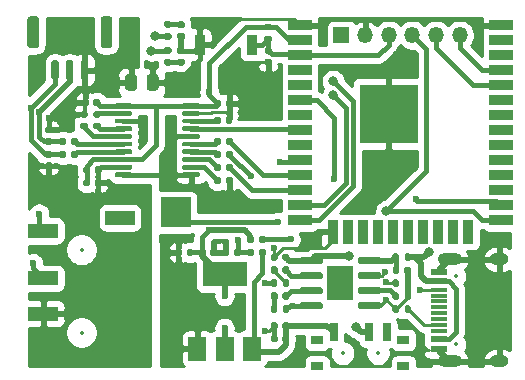
<source format=gbr>
%TF.GenerationSoftware,KiCad,Pcbnew,(5.1.8)-1*%
%TF.CreationDate,2021-11-13T22:26:41+08:00*%
%TF.ProjectId,wifiaudiorx,77696669-6175-4646-996f-72782e6b6963,rev?*%
%TF.SameCoordinates,Original*%
%TF.FileFunction,Copper,L1,Top*%
%TF.FilePolarity,Positive*%
%FSLAX46Y46*%
G04 Gerber Fmt 4.6, Leading zero omitted, Abs format (unit mm)*
G04 Created by KiCad (PCBNEW (5.1.8)-1) date 2021-11-13 22:26:41*
%MOMM*%
%LPD*%
G01*
G04 APERTURE LIST*
%TA.AperFunction,SMDPad,CuDef*%
%ADD10R,2.500000X1.200000*%
%TD*%
%TA.AperFunction,ComponentPad*%
%ADD11O,1.350000X1.350000*%
%TD*%
%TA.AperFunction,ComponentPad*%
%ADD12R,1.350000X1.350000*%
%TD*%
%TA.AperFunction,SMDPad,CuDef*%
%ADD13R,0.900000X1.700000*%
%TD*%
%TA.AperFunction,SMDPad,CuDef*%
%ADD14R,2.500000X2.500000*%
%TD*%
%TA.AperFunction,SMDPad,CuDef*%
%ADD15R,1.450000X0.600000*%
%TD*%
%TA.AperFunction,SMDPad,CuDef*%
%ADD16R,1.450000X0.300000*%
%TD*%
%TA.AperFunction,ComponentPad*%
%ADD17O,2.100000X1.000000*%
%TD*%
%TA.AperFunction,ComponentPad*%
%ADD18O,1.600000X1.000000*%
%TD*%
%TA.AperFunction,SMDPad,CuDef*%
%ADD19R,1.000000X0.800000*%
%TD*%
%TA.AperFunction,SMDPad,CuDef*%
%ADD20R,0.700000X1.500000*%
%TD*%
%TA.AperFunction,SMDPad,CuDef*%
%ADD21R,2.000000X0.900000*%
%TD*%
%TA.AperFunction,SMDPad,CuDef*%
%ADD22R,0.900000X2.000000*%
%TD*%
%TA.AperFunction,SMDPad,CuDef*%
%ADD23R,5.000000X5.000000*%
%TD*%
%TA.AperFunction,SMDPad,CuDef*%
%ADD24R,1.500000X2.000000*%
%TD*%
%TA.AperFunction,SMDPad,CuDef*%
%ADD25R,3.800000X2.000000*%
%TD*%
%TA.AperFunction,SMDPad,CuDef*%
%ADD26R,2.290000X3.000000*%
%TD*%
%TA.AperFunction,ViaPad*%
%ADD27C,0.600000*%
%TD*%
%TA.AperFunction,ViaPad*%
%ADD28C,0.800000*%
%TD*%
%TA.AperFunction,Conductor*%
%ADD29C,0.400000*%
%TD*%
%TA.AperFunction,Conductor*%
%ADD30C,0.500000*%
%TD*%
%TA.AperFunction,Conductor*%
%ADD31C,0.250000*%
%TD*%
%TA.AperFunction,Conductor*%
%ADD32C,0.254000*%
%TD*%
%TA.AperFunction,Conductor*%
%ADD33C,0.350000*%
%TD*%
%ADD34C,0.300000*%
%ADD35C,0.350000*%
%ADD36O,1.700000X0.600000*%
%ADD37O,1.200000X0.600000*%
G04 APERTURE END LIST*
D10*
%TO.P,J1,R2*%
%TO.N,GNDA*%
X91850000Y-124875000D03*
%TO.P,J1,R1*%
%TO.N,OR*%
X91850000Y-121875000D03*
%TO.P,J1,T*%
%TO.N,OL*%
X91850000Y-117875000D03*
%TO.P,J1,S*%
%TO.N,N/C*%
X98350000Y-116775000D03*
%TD*%
%TO.P,R19,2*%
%TO.N,Net-(R19-Pad2)*%
%TA.AperFunction,SMDPad,CuDef*%
G36*
G01*
X106860000Y-113415000D02*
X106860000Y-113785000D01*
G75*
G02*
X106725000Y-113920000I-135000J0D01*
G01*
X106455000Y-113920000D01*
G75*
G02*
X106320000Y-113785000I0J135000D01*
G01*
X106320000Y-113415000D01*
G75*
G02*
X106455000Y-113280000I135000J0D01*
G01*
X106725000Y-113280000D01*
G75*
G02*
X106860000Y-113415000I0J-135000D01*
G01*
G37*
%TD.AperFunction*%
%TO.P,R19,1*%
%TO.N,GND*%
%TA.AperFunction,SMDPad,CuDef*%
G36*
G01*
X107880000Y-113415000D02*
X107880000Y-113785000D01*
G75*
G02*
X107745000Y-113920000I-135000J0D01*
G01*
X107475000Y-113920000D01*
G75*
G02*
X107340000Y-113785000I0J135000D01*
G01*
X107340000Y-113415000D01*
G75*
G02*
X107475000Y-113280000I135000J0D01*
G01*
X107745000Y-113280000D01*
G75*
G02*
X107880000Y-113415000I0J-135000D01*
G01*
G37*
%TD.AperFunction*%
%TD*%
%TO.P,R14,2*%
%TO.N,GNDA*%
%TA.AperFunction,SMDPad,CuDef*%
G36*
G01*
X99800000Y-104849999D02*
X99800000Y-105750001D01*
G75*
G02*
X99550001Y-106000000I-249999J0D01*
G01*
X99024999Y-106000000D01*
G75*
G02*
X98775000Y-105750001I0J249999D01*
G01*
X98775000Y-104849999D01*
G75*
G02*
X99024999Y-104600000I249999J0D01*
G01*
X99550001Y-104600000D01*
G75*
G02*
X99800000Y-104849999I0J-249999D01*
G01*
G37*
%TD.AperFunction*%
%TO.P,R14,1*%
%TO.N,GND*%
%TA.AperFunction,SMDPad,CuDef*%
G36*
G01*
X101625000Y-104849999D02*
X101625000Y-105750001D01*
G75*
G02*
X101375001Y-106000000I-249999J0D01*
G01*
X100849999Y-106000000D01*
G75*
G02*
X100600000Y-105750001I0J249999D01*
G01*
X100600000Y-104849999D01*
G75*
G02*
X100849999Y-104600000I249999J0D01*
G01*
X101375001Y-104600000D01*
G75*
G02*
X101625000Y-104849999I0J-249999D01*
G01*
G37*
%TD.AperFunction*%
%TD*%
%TO.P,R12,2*%
%TO.N,OL*%
%TA.AperFunction,SMDPad,CuDef*%
G36*
G01*
X93760000Y-110115000D02*
X93760000Y-110485000D01*
G75*
G02*
X93625000Y-110620000I-135000J0D01*
G01*
X93355000Y-110620000D01*
G75*
G02*
X93220000Y-110485000I0J135000D01*
G01*
X93220000Y-110115000D01*
G75*
G02*
X93355000Y-109980000I135000J0D01*
G01*
X93625000Y-109980000D01*
G75*
G02*
X93760000Y-110115000I0J-135000D01*
G01*
G37*
%TD.AperFunction*%
%TO.P,R12,1*%
%TO.N,Net-(R12-Pad1)*%
%TA.AperFunction,SMDPad,CuDef*%
G36*
G01*
X94780000Y-110115000D02*
X94780000Y-110485000D01*
G75*
G02*
X94645000Y-110620000I-135000J0D01*
G01*
X94375000Y-110620000D01*
G75*
G02*
X94240000Y-110485000I0J135000D01*
G01*
X94240000Y-110115000D01*
G75*
G02*
X94375000Y-109980000I135000J0D01*
G01*
X94645000Y-109980000D01*
G75*
G02*
X94780000Y-110115000I0J-135000D01*
G01*
G37*
%TD.AperFunction*%
%TD*%
%TO.P,U2,20*%
%TO.N,+3V3*%
%TA.AperFunction,SMDPad,CuDef*%
G36*
G01*
X103625000Y-107375000D02*
X103625000Y-107175000D01*
G75*
G02*
X103725000Y-107075000I100000J0D01*
G01*
X105000000Y-107075000D01*
G75*
G02*
X105100000Y-107175000I0J-100000D01*
G01*
X105100000Y-107375000D01*
G75*
G02*
X105000000Y-107475000I-100000J0D01*
G01*
X103725000Y-107475000D01*
G75*
G02*
X103625000Y-107375000I0J100000D01*
G01*
G37*
%TD.AperFunction*%
%TO.P,U2,19*%
%TO.N,GND*%
%TA.AperFunction,SMDPad,CuDef*%
G36*
G01*
X103625000Y-108025000D02*
X103625000Y-107825000D01*
G75*
G02*
X103725000Y-107725000I100000J0D01*
G01*
X105000000Y-107725000D01*
G75*
G02*
X105100000Y-107825000I0J-100000D01*
G01*
X105100000Y-108025000D01*
G75*
G02*
X105000000Y-108125000I-100000J0D01*
G01*
X103725000Y-108125000D01*
G75*
G02*
X103625000Y-108025000I0J100000D01*
G01*
G37*
%TD.AperFunction*%
%TO.P,U2,18*%
%TO.N,Net-(C15-Pad2)*%
%TA.AperFunction,SMDPad,CuDef*%
G36*
G01*
X103625000Y-108675000D02*
X103625000Y-108475000D01*
G75*
G02*
X103725000Y-108375000I100000J0D01*
G01*
X105000000Y-108375000D01*
G75*
G02*
X105100000Y-108475000I0J-100000D01*
G01*
X105100000Y-108675000D01*
G75*
G02*
X105000000Y-108775000I-100000J0D01*
G01*
X103725000Y-108775000D01*
G75*
G02*
X103625000Y-108675000I0J100000D01*
G01*
G37*
%TD.AperFunction*%
%TO.P,U2,17*%
%TO.N,MUTE*%
%TA.AperFunction,SMDPad,CuDef*%
G36*
G01*
X103625000Y-109325000D02*
X103625000Y-109125000D01*
G75*
G02*
X103725000Y-109025000I100000J0D01*
G01*
X105000000Y-109025000D01*
G75*
G02*
X105100000Y-109125000I0J-100000D01*
G01*
X105100000Y-109325000D01*
G75*
G02*
X105000000Y-109425000I-100000J0D01*
G01*
X103725000Y-109425000D01*
G75*
G02*
X103625000Y-109325000I0J100000D01*
G01*
G37*
%TD.AperFunction*%
%TO.P,U2,16*%
%TO.N,GND*%
%TA.AperFunction,SMDPad,CuDef*%
G36*
G01*
X103625000Y-109975000D02*
X103625000Y-109775000D01*
G75*
G02*
X103725000Y-109675000I100000J0D01*
G01*
X105000000Y-109675000D01*
G75*
G02*
X105100000Y-109775000I0J-100000D01*
G01*
X105100000Y-109975000D01*
G75*
G02*
X105000000Y-110075000I-100000J0D01*
G01*
X103725000Y-110075000D01*
G75*
G02*
X103625000Y-109975000I0J100000D01*
G01*
G37*
%TD.AperFunction*%
%TO.P,U2,15*%
%TO.N,Net-(R11-Pad2)*%
%TA.AperFunction,SMDPad,CuDef*%
G36*
G01*
X103625000Y-110625000D02*
X103625000Y-110425000D01*
G75*
G02*
X103725000Y-110325000I100000J0D01*
G01*
X105000000Y-110325000D01*
G75*
G02*
X105100000Y-110425000I0J-100000D01*
G01*
X105100000Y-110625000D01*
G75*
G02*
X105000000Y-110725000I-100000J0D01*
G01*
X103725000Y-110725000D01*
G75*
G02*
X103625000Y-110625000I0J100000D01*
G01*
G37*
%TD.AperFunction*%
%TO.P,U2,14*%
%TO.N,Net-(R10-Pad1)*%
%TA.AperFunction,SMDPad,CuDef*%
G36*
G01*
X103625000Y-111275000D02*
X103625000Y-111075000D01*
G75*
G02*
X103725000Y-110975000I100000J0D01*
G01*
X105000000Y-110975000D01*
G75*
G02*
X105100000Y-111075000I0J-100000D01*
G01*
X105100000Y-111275000D01*
G75*
G02*
X105000000Y-111375000I-100000J0D01*
G01*
X103725000Y-111375000D01*
G75*
G02*
X103625000Y-111275000I0J100000D01*
G01*
G37*
%TD.AperFunction*%
%TO.P,U2,13*%
%TO.N,Net-(R9-Pad2)*%
%TA.AperFunction,SMDPad,CuDef*%
G36*
G01*
X103625000Y-111925000D02*
X103625000Y-111725000D01*
G75*
G02*
X103725000Y-111625000I100000J0D01*
G01*
X105000000Y-111625000D01*
G75*
G02*
X105100000Y-111725000I0J-100000D01*
G01*
X105100000Y-111925000D01*
G75*
G02*
X105000000Y-112025000I-100000J0D01*
G01*
X103725000Y-112025000D01*
G75*
G02*
X103625000Y-111925000I0J100000D01*
G01*
G37*
%TD.AperFunction*%
%TO.P,U2,12*%
%TO.N,Net-(R19-Pad2)*%
%TA.AperFunction,SMDPad,CuDef*%
G36*
G01*
X103625000Y-112575000D02*
X103625000Y-112375000D01*
G75*
G02*
X103725000Y-112275000I100000J0D01*
G01*
X105000000Y-112275000D01*
G75*
G02*
X105100000Y-112375000I0J-100000D01*
G01*
X105100000Y-112575000D01*
G75*
G02*
X105000000Y-112675000I-100000J0D01*
G01*
X103725000Y-112675000D01*
G75*
G02*
X103625000Y-112575000I0J100000D01*
G01*
G37*
%TD.AperFunction*%
%TO.P,U2,11*%
%TO.N,GND*%
%TA.AperFunction,SMDPad,CuDef*%
G36*
G01*
X103625000Y-113225000D02*
X103625000Y-113025000D01*
G75*
G02*
X103725000Y-112925000I100000J0D01*
G01*
X105000000Y-112925000D01*
G75*
G02*
X105100000Y-113025000I0J-100000D01*
G01*
X105100000Y-113225000D01*
G75*
G02*
X105000000Y-113325000I-100000J0D01*
G01*
X103725000Y-113325000D01*
G75*
G02*
X103625000Y-113225000I0J100000D01*
G01*
G37*
%TD.AperFunction*%
%TO.P,U2,10*%
%TA.AperFunction,SMDPad,CuDef*%
G36*
G01*
X97900000Y-113225000D02*
X97900000Y-113025000D01*
G75*
G02*
X98000000Y-112925000I100000J0D01*
G01*
X99275000Y-112925000D01*
G75*
G02*
X99375000Y-113025000I0J-100000D01*
G01*
X99375000Y-113225000D01*
G75*
G02*
X99275000Y-113325000I-100000J0D01*
G01*
X98000000Y-113325000D01*
G75*
G02*
X97900000Y-113225000I0J100000D01*
G01*
G37*
%TD.AperFunction*%
%TO.P,U2,9*%
%TO.N,GNDA*%
%TA.AperFunction,SMDPad,CuDef*%
G36*
G01*
X97900000Y-112575000D02*
X97900000Y-112375000D01*
G75*
G02*
X98000000Y-112275000I100000J0D01*
G01*
X99275000Y-112275000D01*
G75*
G02*
X99375000Y-112375000I0J-100000D01*
G01*
X99375000Y-112575000D01*
G75*
G02*
X99275000Y-112675000I-100000J0D01*
G01*
X98000000Y-112675000D01*
G75*
G02*
X97900000Y-112575000I0J100000D01*
G01*
G37*
%TD.AperFunction*%
%TO.P,U2,8*%
%TO.N,+3V3*%
%TA.AperFunction,SMDPad,CuDef*%
G36*
G01*
X97900000Y-111925000D02*
X97900000Y-111725000D01*
G75*
G02*
X98000000Y-111625000I100000J0D01*
G01*
X99275000Y-111625000D01*
G75*
G02*
X99375000Y-111725000I0J-100000D01*
G01*
X99375000Y-111925000D01*
G75*
G02*
X99275000Y-112025000I-100000J0D01*
G01*
X98000000Y-112025000D01*
G75*
G02*
X97900000Y-111925000I0J100000D01*
G01*
G37*
%TD.AperFunction*%
%TO.P,U2,7*%
%TO.N,Net-(R13-Pad1)*%
%TA.AperFunction,SMDPad,CuDef*%
G36*
G01*
X97900000Y-111275000D02*
X97900000Y-111075000D01*
G75*
G02*
X98000000Y-110975000I100000J0D01*
G01*
X99275000Y-110975000D01*
G75*
G02*
X99375000Y-111075000I0J-100000D01*
G01*
X99375000Y-111275000D01*
G75*
G02*
X99275000Y-111375000I-100000J0D01*
G01*
X98000000Y-111375000D01*
G75*
G02*
X97900000Y-111275000I0J100000D01*
G01*
G37*
%TD.AperFunction*%
%TO.P,U2,6*%
%TO.N,Net-(R12-Pad1)*%
%TA.AperFunction,SMDPad,CuDef*%
G36*
G01*
X97900000Y-110625000D02*
X97900000Y-110425000D01*
G75*
G02*
X98000000Y-110325000I100000J0D01*
G01*
X99275000Y-110325000D01*
G75*
G02*
X99375000Y-110425000I0J-100000D01*
G01*
X99375000Y-110625000D01*
G75*
G02*
X99275000Y-110725000I-100000J0D01*
G01*
X98000000Y-110725000D01*
G75*
G02*
X97900000Y-110625000I0J100000D01*
G01*
G37*
%TD.AperFunction*%
%TO.P,U2,5*%
%TO.N,Net-(C16-Pad1)*%
%TA.AperFunction,SMDPad,CuDef*%
G36*
G01*
X97900000Y-109975000D02*
X97900000Y-109775000D01*
G75*
G02*
X98000000Y-109675000I100000J0D01*
G01*
X99275000Y-109675000D01*
G75*
G02*
X99375000Y-109775000I0J-100000D01*
G01*
X99375000Y-109975000D01*
G75*
G02*
X99275000Y-110075000I-100000J0D01*
G01*
X98000000Y-110075000D01*
G75*
G02*
X97900000Y-109975000I0J100000D01*
G01*
G37*
%TD.AperFunction*%
%TO.P,U2,4*%
%TO.N,Net-(C14-Pad2)*%
%TA.AperFunction,SMDPad,CuDef*%
G36*
G01*
X97900000Y-109325000D02*
X97900000Y-109125000D01*
G75*
G02*
X98000000Y-109025000I100000J0D01*
G01*
X99275000Y-109025000D01*
G75*
G02*
X99375000Y-109125000I0J-100000D01*
G01*
X99375000Y-109325000D01*
G75*
G02*
X99275000Y-109425000I-100000J0D01*
G01*
X98000000Y-109425000D01*
G75*
G02*
X97900000Y-109325000I0J100000D01*
G01*
G37*
%TD.AperFunction*%
%TO.P,U2,3*%
%TO.N,GNDA*%
%TA.AperFunction,SMDPad,CuDef*%
G36*
G01*
X97900000Y-108675000D02*
X97900000Y-108475000D01*
G75*
G02*
X98000000Y-108375000I100000J0D01*
G01*
X99275000Y-108375000D01*
G75*
G02*
X99375000Y-108475000I0J-100000D01*
G01*
X99375000Y-108675000D01*
G75*
G02*
X99275000Y-108775000I-100000J0D01*
G01*
X98000000Y-108775000D01*
G75*
G02*
X97900000Y-108675000I0J100000D01*
G01*
G37*
%TD.AperFunction*%
%TO.P,U2,2*%
%TO.N,Net-(C14-Pad1)*%
%TA.AperFunction,SMDPad,CuDef*%
G36*
G01*
X97900000Y-108025000D02*
X97900000Y-107825000D01*
G75*
G02*
X98000000Y-107725000I100000J0D01*
G01*
X99275000Y-107725000D01*
G75*
G02*
X99375000Y-107825000I0J-100000D01*
G01*
X99375000Y-108025000D01*
G75*
G02*
X99275000Y-108125000I-100000J0D01*
G01*
X98000000Y-108125000D01*
G75*
G02*
X97900000Y-108025000I0J100000D01*
G01*
G37*
%TD.AperFunction*%
%TO.P,U2,1*%
%TO.N,+3V3*%
%TA.AperFunction,SMDPad,CuDef*%
G36*
G01*
X97900000Y-107375000D02*
X97900000Y-107175000D01*
G75*
G02*
X98000000Y-107075000I100000J0D01*
G01*
X99275000Y-107075000D01*
G75*
G02*
X99375000Y-107175000I0J-100000D01*
G01*
X99375000Y-107375000D01*
G75*
G02*
X99275000Y-107475000I-100000J0D01*
G01*
X98000000Y-107475000D01*
G75*
G02*
X97900000Y-107375000I0J100000D01*
G01*
G37*
%TD.AperFunction*%
%TD*%
%TO.P,R16,2*%
%TO.N,Net-(R16-Pad2)*%
%TA.AperFunction,SMDPad,CuDef*%
G36*
G01*
X102215000Y-101140000D02*
X102585000Y-101140000D01*
G75*
G02*
X102720000Y-101275000I0J-135000D01*
G01*
X102720000Y-101545000D01*
G75*
G02*
X102585000Y-101680000I-135000J0D01*
G01*
X102215000Y-101680000D01*
G75*
G02*
X102080000Y-101545000I0J135000D01*
G01*
X102080000Y-101275000D01*
G75*
G02*
X102215000Y-101140000I135000J0D01*
G01*
G37*
%TD.AperFunction*%
%TO.P,R16,1*%
%TO.N,Net-(D4-Pad2)*%
%TA.AperFunction,SMDPad,CuDef*%
G36*
G01*
X102215000Y-100120000D02*
X102585000Y-100120000D01*
G75*
G02*
X102720000Y-100255000I0J-135000D01*
G01*
X102720000Y-100525000D01*
G75*
G02*
X102585000Y-100660000I-135000J0D01*
G01*
X102215000Y-100660000D01*
G75*
G02*
X102080000Y-100525000I0J135000D01*
G01*
X102080000Y-100255000D01*
G75*
G02*
X102215000Y-100120000I135000J0D01*
G01*
G37*
%TD.AperFunction*%
%TD*%
%TO.P,R15,2*%
%TO.N,Net-(R15-Pad2)*%
%TA.AperFunction,SMDPad,CuDef*%
G36*
G01*
X102585000Y-102860000D02*
X102215000Y-102860000D01*
G75*
G02*
X102080000Y-102725000I0J135000D01*
G01*
X102080000Y-102455000D01*
G75*
G02*
X102215000Y-102320000I135000J0D01*
G01*
X102585000Y-102320000D01*
G75*
G02*
X102720000Y-102455000I0J-135000D01*
G01*
X102720000Y-102725000D01*
G75*
G02*
X102585000Y-102860000I-135000J0D01*
G01*
G37*
%TD.AperFunction*%
%TO.P,R15,1*%
%TO.N,Net-(D3-Pad2)*%
%TA.AperFunction,SMDPad,CuDef*%
G36*
G01*
X102585000Y-103880000D02*
X102215000Y-103880000D01*
G75*
G02*
X102080000Y-103745000I0J135000D01*
G01*
X102080000Y-103475000D01*
G75*
G02*
X102215000Y-103340000I135000J0D01*
G01*
X102585000Y-103340000D01*
G75*
G02*
X102720000Y-103475000I0J-135000D01*
G01*
X102720000Y-103745000D01*
G75*
G02*
X102585000Y-103880000I-135000J0D01*
G01*
G37*
%TD.AperFunction*%
%TD*%
%TO.P,R4,2*%
%TO.N,+3V3*%
%TA.AperFunction,SMDPad,CuDef*%
G36*
G01*
X109660000Y-118415000D02*
X109660000Y-118785000D01*
G75*
G02*
X109525000Y-118920000I-135000J0D01*
G01*
X109255000Y-118920000D01*
G75*
G02*
X109120000Y-118785000I0J135000D01*
G01*
X109120000Y-118415000D01*
G75*
G02*
X109255000Y-118280000I135000J0D01*
G01*
X109525000Y-118280000D01*
G75*
G02*
X109660000Y-118415000I0J-135000D01*
G01*
G37*
%TD.AperFunction*%
%TO.P,R4,1*%
%TO.N,IO0*%
%TA.AperFunction,SMDPad,CuDef*%
G36*
G01*
X110680000Y-118415000D02*
X110680000Y-118785000D01*
G75*
G02*
X110545000Y-118920000I-135000J0D01*
G01*
X110275000Y-118920000D01*
G75*
G02*
X110140000Y-118785000I0J135000D01*
G01*
X110140000Y-118415000D01*
G75*
G02*
X110275000Y-118280000I135000J0D01*
G01*
X110545000Y-118280000D01*
G75*
G02*
X110680000Y-118415000I0J-135000D01*
G01*
G37*
%TD.AperFunction*%
%TD*%
%TO.P,R3,2*%
%TO.N,EN*%
%TA.AperFunction,SMDPad,CuDef*%
G36*
G01*
X110715000Y-101340000D02*
X111085000Y-101340000D01*
G75*
G02*
X111220000Y-101475000I0J-135000D01*
G01*
X111220000Y-101745000D01*
G75*
G02*
X111085000Y-101880000I-135000J0D01*
G01*
X110715000Y-101880000D01*
G75*
G02*
X110580000Y-101745000I0J135000D01*
G01*
X110580000Y-101475000D01*
G75*
G02*
X110715000Y-101340000I135000J0D01*
G01*
G37*
%TD.AperFunction*%
%TO.P,R3,1*%
%TO.N,+3V3*%
%TA.AperFunction,SMDPad,CuDef*%
G36*
G01*
X110715000Y-100320000D02*
X111085000Y-100320000D01*
G75*
G02*
X111220000Y-100455000I0J-135000D01*
G01*
X111220000Y-100725000D01*
G75*
G02*
X111085000Y-100860000I-135000J0D01*
G01*
X110715000Y-100860000D01*
G75*
G02*
X110580000Y-100725000I0J135000D01*
G01*
X110580000Y-100455000D01*
G75*
G02*
X110715000Y-100320000I135000J0D01*
G01*
G37*
%TD.AperFunction*%
%TD*%
%TO.P,D4,2*%
%TO.N,Net-(D4-Pad2)*%
%TA.AperFunction,SMDPad,CuDef*%
G36*
G01*
X103672500Y-100710000D02*
X103327500Y-100710000D01*
G75*
G02*
X103180000Y-100562500I0J147500D01*
G01*
X103180000Y-100267500D01*
G75*
G02*
X103327500Y-100120000I147500J0D01*
G01*
X103672500Y-100120000D01*
G75*
G02*
X103820000Y-100267500I0J-147500D01*
G01*
X103820000Y-100562500D01*
G75*
G02*
X103672500Y-100710000I-147500J0D01*
G01*
G37*
%TD.AperFunction*%
%TO.P,D4,1*%
%TO.N,GND*%
%TA.AperFunction,SMDPad,CuDef*%
G36*
G01*
X103672500Y-101680000D02*
X103327500Y-101680000D01*
G75*
G02*
X103180000Y-101532500I0J147500D01*
G01*
X103180000Y-101237500D01*
G75*
G02*
X103327500Y-101090000I147500J0D01*
G01*
X103672500Y-101090000D01*
G75*
G02*
X103820000Y-101237500I0J-147500D01*
G01*
X103820000Y-101532500D01*
G75*
G02*
X103672500Y-101680000I-147500J0D01*
G01*
G37*
%TD.AperFunction*%
%TD*%
%TO.P,D3,2*%
%TO.N,Net-(D3-Pad2)*%
%TA.AperFunction,SMDPad,CuDef*%
G36*
G01*
X103327500Y-103290000D02*
X103672500Y-103290000D01*
G75*
G02*
X103820000Y-103437500I0J-147500D01*
G01*
X103820000Y-103732500D01*
G75*
G02*
X103672500Y-103880000I-147500J0D01*
G01*
X103327500Y-103880000D01*
G75*
G02*
X103180000Y-103732500I0J147500D01*
G01*
X103180000Y-103437500D01*
G75*
G02*
X103327500Y-103290000I147500J0D01*
G01*
G37*
%TD.AperFunction*%
%TO.P,D3,1*%
%TO.N,GND*%
%TA.AperFunction,SMDPad,CuDef*%
G36*
G01*
X103327500Y-102320000D02*
X103672500Y-102320000D01*
G75*
G02*
X103820000Y-102467500I0J-147500D01*
G01*
X103820000Y-102762500D01*
G75*
G02*
X103672500Y-102910000I-147500J0D01*
G01*
X103327500Y-102910000D01*
G75*
G02*
X103180000Y-102762500I0J147500D01*
G01*
X103180000Y-102467500D01*
G75*
G02*
X103327500Y-102320000I147500J0D01*
G01*
G37*
%TD.AperFunction*%
%TD*%
%TO.P,C1,2*%
%TO.N,GND*%
%TA.AperFunction,SMDPad,CuDef*%
G36*
G01*
X110730000Y-103300000D02*
X111070000Y-103300000D01*
G75*
G02*
X111210000Y-103440000I0J-140000D01*
G01*
X111210000Y-103720000D01*
G75*
G02*
X111070000Y-103860000I-140000J0D01*
G01*
X110730000Y-103860000D01*
G75*
G02*
X110590000Y-103720000I0J140000D01*
G01*
X110590000Y-103440000D01*
G75*
G02*
X110730000Y-103300000I140000J0D01*
G01*
G37*
%TD.AperFunction*%
%TO.P,C1,1*%
%TO.N,EN*%
%TA.AperFunction,SMDPad,CuDef*%
G36*
G01*
X110730000Y-102340000D02*
X111070000Y-102340000D01*
G75*
G02*
X111210000Y-102480000I0J-140000D01*
G01*
X111210000Y-102760000D01*
G75*
G02*
X111070000Y-102900000I-140000J0D01*
G01*
X110730000Y-102900000D01*
G75*
G02*
X110590000Y-102760000I0J140000D01*
G01*
X110590000Y-102480000D01*
G75*
G02*
X110730000Y-102340000I140000J0D01*
G01*
G37*
%TD.AperFunction*%
%TD*%
%TO.P,R8,2*%
%TO.N,Net-(C4-Pad1)*%
%TA.AperFunction,SMDPad,CuDef*%
G36*
G01*
X111660000Y-122115000D02*
X111660000Y-122485000D01*
G75*
G02*
X111525000Y-122620000I-135000J0D01*
G01*
X111255000Y-122620000D01*
G75*
G02*
X111120000Y-122485000I0J135000D01*
G01*
X111120000Y-122115000D01*
G75*
G02*
X111255000Y-121980000I135000J0D01*
G01*
X111525000Y-121980000D01*
G75*
G02*
X111660000Y-122115000I0J-135000D01*
G01*
G37*
%TD.AperFunction*%
%TO.P,R8,1*%
%TO.N,Net-(D2-Pad2)*%
%TA.AperFunction,SMDPad,CuDef*%
G36*
G01*
X112680000Y-122115000D02*
X112680000Y-122485000D01*
G75*
G02*
X112545000Y-122620000I-135000J0D01*
G01*
X112275000Y-122620000D01*
G75*
G02*
X112140000Y-122485000I0J135000D01*
G01*
X112140000Y-122115000D01*
G75*
G02*
X112275000Y-121980000I135000J0D01*
G01*
X112545000Y-121980000D01*
G75*
G02*
X112680000Y-122115000I0J-135000D01*
G01*
G37*
%TD.AperFunction*%
%TD*%
%TO.P,R7,2*%
%TO.N,GND*%
%TA.AperFunction,SMDPad,CuDef*%
G36*
G01*
X122440000Y-123585000D02*
X122440000Y-123215000D01*
G75*
G02*
X122575000Y-123080000I135000J0D01*
G01*
X122845000Y-123080000D01*
G75*
G02*
X122980000Y-123215000I0J-135000D01*
G01*
X122980000Y-123585000D01*
G75*
G02*
X122845000Y-123720000I-135000J0D01*
G01*
X122575000Y-123720000D01*
G75*
G02*
X122440000Y-123585000I0J135000D01*
G01*
G37*
%TD.AperFunction*%
%TO.P,R7,1*%
%TO.N,Net-(R7-Pad1)*%
%TA.AperFunction,SMDPad,CuDef*%
G36*
G01*
X121420000Y-123585000D02*
X121420000Y-123215000D01*
G75*
G02*
X121555000Y-123080000I135000J0D01*
G01*
X121825000Y-123080000D01*
G75*
G02*
X121960000Y-123215000I0J-135000D01*
G01*
X121960000Y-123585000D01*
G75*
G02*
X121825000Y-123720000I-135000J0D01*
G01*
X121555000Y-123720000D01*
G75*
G02*
X121420000Y-123585000I0J135000D01*
G01*
G37*
%TD.AperFunction*%
%TD*%
%TO.P,R6,2*%
%TO.N,Net-(C4-Pad1)*%
%TA.AperFunction,SMDPad,CuDef*%
G36*
G01*
X112140000Y-124685000D02*
X112140000Y-124315000D01*
G75*
G02*
X112275000Y-124180000I135000J0D01*
G01*
X112545000Y-124180000D01*
G75*
G02*
X112680000Y-124315000I0J-135000D01*
G01*
X112680000Y-124685000D01*
G75*
G02*
X112545000Y-124820000I-135000J0D01*
G01*
X112275000Y-124820000D01*
G75*
G02*
X112140000Y-124685000I0J135000D01*
G01*
G37*
%TD.AperFunction*%
%TO.P,R6,1*%
%TO.N,Net-(D1-Pad2)*%
%TA.AperFunction,SMDPad,CuDef*%
G36*
G01*
X111120000Y-124685000D02*
X111120000Y-124315000D01*
G75*
G02*
X111255000Y-124180000I135000J0D01*
G01*
X111525000Y-124180000D01*
G75*
G02*
X111660000Y-124315000I0J-135000D01*
G01*
X111660000Y-124685000D01*
G75*
G02*
X111525000Y-124820000I-135000J0D01*
G01*
X111255000Y-124820000D01*
G75*
G02*
X111120000Y-124685000I0J135000D01*
G01*
G37*
%TD.AperFunction*%
%TD*%
%TO.P,R5,2*%
%TO.N,+5V*%
%TA.AperFunction,SMDPad,CuDef*%
G36*
G01*
X122440000Y-120285000D02*
X122440000Y-119915000D01*
G75*
G02*
X122575000Y-119780000I135000J0D01*
G01*
X122845000Y-119780000D01*
G75*
G02*
X122980000Y-119915000I0J-135000D01*
G01*
X122980000Y-120285000D01*
G75*
G02*
X122845000Y-120420000I-135000J0D01*
G01*
X122575000Y-120420000D01*
G75*
G02*
X122440000Y-120285000I0J135000D01*
G01*
G37*
%TD.AperFunction*%
%TO.P,R5,1*%
%TO.N,Net-(C4-Pad1)*%
%TA.AperFunction,SMDPad,CuDef*%
G36*
G01*
X121420000Y-120285000D02*
X121420000Y-119915000D01*
G75*
G02*
X121555000Y-119780000I135000J0D01*
G01*
X121825000Y-119780000D01*
G75*
G02*
X121960000Y-119915000I0J-135000D01*
G01*
X121960000Y-120285000D01*
G75*
G02*
X121825000Y-120420000I-135000J0D01*
G01*
X121555000Y-120420000D01*
G75*
G02*
X121420000Y-120285000I0J135000D01*
G01*
G37*
%TD.AperFunction*%
%TD*%
%TO.P,D2,2*%
%TO.N,Net-(D2-Pad2)*%
%TA.AperFunction,SMDPad,CuDef*%
G36*
G01*
X111710000Y-121027500D02*
X111710000Y-121372500D01*
G75*
G02*
X111562500Y-121520000I-147500J0D01*
G01*
X111267500Y-121520000D01*
G75*
G02*
X111120000Y-121372500I0J147500D01*
G01*
X111120000Y-121027500D01*
G75*
G02*
X111267500Y-120880000I147500J0D01*
G01*
X111562500Y-120880000D01*
G75*
G02*
X111710000Y-121027500I0J-147500D01*
G01*
G37*
%TD.AperFunction*%
%TO.P,D2,1*%
%TO.N,Net-(D2-Pad1)*%
%TA.AperFunction,SMDPad,CuDef*%
G36*
G01*
X112680000Y-121027500D02*
X112680000Y-121372500D01*
G75*
G02*
X112532500Y-121520000I-147500J0D01*
G01*
X112237500Y-121520000D01*
G75*
G02*
X112090000Y-121372500I0J147500D01*
G01*
X112090000Y-121027500D01*
G75*
G02*
X112237500Y-120880000I147500J0D01*
G01*
X112532500Y-120880000D01*
G75*
G02*
X112680000Y-121027500I0J-147500D01*
G01*
G37*
%TD.AperFunction*%
%TD*%
%TO.P,D1,2*%
%TO.N,Net-(D1-Pad2)*%
%TA.AperFunction,SMDPad,CuDef*%
G36*
G01*
X111710000Y-123227500D02*
X111710000Y-123572500D01*
G75*
G02*
X111562500Y-123720000I-147500J0D01*
G01*
X111267500Y-123720000D01*
G75*
G02*
X111120000Y-123572500I0J147500D01*
G01*
X111120000Y-123227500D01*
G75*
G02*
X111267500Y-123080000I147500J0D01*
G01*
X111562500Y-123080000D01*
G75*
G02*
X111710000Y-123227500I0J-147500D01*
G01*
G37*
%TD.AperFunction*%
%TO.P,D1,1*%
%TO.N,Net-(D1-Pad1)*%
%TA.AperFunction,SMDPad,CuDef*%
G36*
G01*
X112680000Y-123227500D02*
X112680000Y-123572500D01*
G75*
G02*
X112532500Y-123720000I-147500J0D01*
G01*
X112237500Y-123720000D01*
G75*
G02*
X112090000Y-123572500I0J147500D01*
G01*
X112090000Y-123227500D01*
G75*
G02*
X112237500Y-123080000I147500J0D01*
G01*
X112532500Y-123080000D01*
G75*
G02*
X112680000Y-123227500I0J-147500D01*
G01*
G37*
%TD.AperFunction*%
%TD*%
%TO.P,C5,2*%
%TO.N,GND*%
%TA.AperFunction,SMDPad,CuDef*%
G36*
G01*
X111700000Y-119930000D02*
X111700000Y-120270000D01*
G75*
G02*
X111560000Y-120410000I-140000J0D01*
G01*
X111280000Y-120410000D01*
G75*
G02*
X111140000Y-120270000I0J140000D01*
G01*
X111140000Y-119930000D01*
G75*
G02*
X111280000Y-119790000I140000J0D01*
G01*
X111560000Y-119790000D01*
G75*
G02*
X111700000Y-119930000I0J-140000D01*
G01*
G37*
%TD.AperFunction*%
%TO.P,C5,1*%
%TO.N,BAT*%
%TA.AperFunction,SMDPad,CuDef*%
G36*
G01*
X112660000Y-119930000D02*
X112660000Y-120270000D01*
G75*
G02*
X112520000Y-120410000I-140000J0D01*
G01*
X112240000Y-120410000D01*
G75*
G02*
X112100000Y-120270000I0J140000D01*
G01*
X112100000Y-119930000D01*
G75*
G02*
X112240000Y-119790000I140000J0D01*
G01*
X112520000Y-119790000D01*
G75*
G02*
X112660000Y-119930000I0J-140000D01*
G01*
G37*
%TD.AperFunction*%
%TD*%
%TO.P,C4,2*%
%TO.N,GND*%
%TA.AperFunction,SMDPad,CuDef*%
G36*
G01*
X122400000Y-121370000D02*
X122400000Y-121030000D01*
G75*
G02*
X122540000Y-120890000I140000J0D01*
G01*
X122820000Y-120890000D01*
G75*
G02*
X122960000Y-121030000I0J-140000D01*
G01*
X122960000Y-121370000D01*
G75*
G02*
X122820000Y-121510000I-140000J0D01*
G01*
X122540000Y-121510000D01*
G75*
G02*
X122400000Y-121370000I0J140000D01*
G01*
G37*
%TD.AperFunction*%
%TO.P,C4,1*%
%TO.N,Net-(C4-Pad1)*%
%TA.AperFunction,SMDPad,CuDef*%
G36*
G01*
X121440000Y-121370000D02*
X121440000Y-121030000D01*
G75*
G02*
X121580000Y-120890000I140000J0D01*
G01*
X121860000Y-120890000D01*
G75*
G02*
X122000000Y-121030000I0J-140000D01*
G01*
X122000000Y-121370000D01*
G75*
G02*
X121860000Y-121510000I-140000J0D01*
G01*
X121580000Y-121510000D01*
G75*
G02*
X121440000Y-121370000I0J140000D01*
G01*
G37*
%TD.AperFunction*%
%TD*%
%TO.P,R2,2*%
%TO.N,Net-(J6-PadB5)*%
%TA.AperFunction,SMDPad,CuDef*%
G36*
G01*
X121960000Y-122115000D02*
X121960000Y-122485000D01*
G75*
G02*
X121825000Y-122620000I-135000J0D01*
G01*
X121555000Y-122620000D01*
G75*
G02*
X121420000Y-122485000I0J135000D01*
G01*
X121420000Y-122115000D01*
G75*
G02*
X121555000Y-121980000I135000J0D01*
G01*
X121825000Y-121980000D01*
G75*
G02*
X121960000Y-122115000I0J-135000D01*
G01*
G37*
%TD.AperFunction*%
%TO.P,R2,1*%
%TO.N,GND*%
%TA.AperFunction,SMDPad,CuDef*%
G36*
G01*
X122980000Y-122115000D02*
X122980000Y-122485000D01*
G75*
G02*
X122845000Y-122620000I-135000J0D01*
G01*
X122575000Y-122620000D01*
G75*
G02*
X122440000Y-122485000I0J135000D01*
G01*
X122440000Y-122115000D01*
G75*
G02*
X122575000Y-121980000I135000J0D01*
G01*
X122845000Y-121980000D01*
G75*
G02*
X122980000Y-122115000I0J-135000D01*
G01*
G37*
%TD.AperFunction*%
%TD*%
%TO.P,R1,2*%
%TO.N,Net-(J6-PadA5)*%
%TA.AperFunction,SMDPad,CuDef*%
G36*
G01*
X122440000Y-124685000D02*
X122440000Y-124315000D01*
G75*
G02*
X122575000Y-124180000I135000J0D01*
G01*
X122845000Y-124180000D01*
G75*
G02*
X122980000Y-124315000I0J-135000D01*
G01*
X122980000Y-124685000D01*
G75*
G02*
X122845000Y-124820000I-135000J0D01*
G01*
X122575000Y-124820000D01*
G75*
G02*
X122440000Y-124685000I0J135000D01*
G01*
G37*
%TD.AperFunction*%
%TO.P,R1,1*%
%TO.N,GND*%
%TA.AperFunction,SMDPad,CuDef*%
G36*
G01*
X121420000Y-124685000D02*
X121420000Y-124315000D01*
G75*
G02*
X121555000Y-124180000I135000J0D01*
G01*
X121825000Y-124180000D01*
G75*
G02*
X121960000Y-124315000I0J-135000D01*
G01*
X121960000Y-124685000D01*
G75*
G02*
X121825000Y-124820000I-135000J0D01*
G01*
X121555000Y-124820000D01*
G75*
G02*
X121420000Y-124685000I0J135000D01*
G01*
G37*
%TD.AperFunction*%
%TD*%
%TO.P,J2,MP*%
%TO.N,N/C*%
%TA.AperFunction,SMDPad,CuDef*%
G36*
G01*
X91500000Y-99950000D02*
X91500000Y-102150000D01*
G75*
G02*
X91250000Y-102400000I-250000J0D01*
G01*
X90750000Y-102400000D01*
G75*
G02*
X90500000Y-102150000I0J250000D01*
G01*
X90500000Y-99950000D01*
G75*
G02*
X90750000Y-99700000I250000J0D01*
G01*
X91250000Y-99700000D01*
G75*
G02*
X91500000Y-99950000I0J-250000D01*
G01*
G37*
%TD.AperFunction*%
%TA.AperFunction,SMDPad,CuDef*%
G36*
G01*
X97700000Y-99950000D02*
X97700000Y-102150000D01*
G75*
G02*
X97450000Y-102400000I-250000J0D01*
G01*
X96950000Y-102400000D01*
G75*
G02*
X96700000Y-102150000I0J250000D01*
G01*
X96700000Y-99950000D01*
G75*
G02*
X96950000Y-99700000I250000J0D01*
G01*
X97450000Y-99700000D01*
G75*
G02*
X97700000Y-99950000I0J-250000D01*
G01*
G37*
%TD.AperFunction*%
%TO.P,J2,3*%
%TO.N,OR*%
%TA.AperFunction,SMDPad,CuDef*%
G36*
G01*
X93150000Y-103550000D02*
X93150000Y-104950000D01*
G75*
G02*
X93000000Y-105100000I-150000J0D01*
G01*
X92700000Y-105100000D01*
G75*
G02*
X92550000Y-104950000I0J150000D01*
G01*
X92550000Y-103550000D01*
G75*
G02*
X92700000Y-103400000I150000J0D01*
G01*
X93000000Y-103400000D01*
G75*
G02*
X93150000Y-103550000I0J-150000D01*
G01*
G37*
%TD.AperFunction*%
%TO.P,J2,2*%
%TO.N,OL*%
%TA.AperFunction,SMDPad,CuDef*%
G36*
G01*
X94400000Y-103550000D02*
X94400000Y-104950000D01*
G75*
G02*
X94250000Y-105100000I-150000J0D01*
G01*
X93950000Y-105100000D01*
G75*
G02*
X93800000Y-104950000I0J150000D01*
G01*
X93800000Y-103550000D01*
G75*
G02*
X93950000Y-103400000I150000J0D01*
G01*
X94250000Y-103400000D01*
G75*
G02*
X94400000Y-103550000I0J-150000D01*
G01*
G37*
%TD.AperFunction*%
%TO.P,J2,1*%
%TO.N,GNDA*%
%TA.AperFunction,SMDPad,CuDef*%
G36*
G01*
X95650000Y-103550000D02*
X95650000Y-104950000D01*
G75*
G02*
X95500000Y-105100000I-150000J0D01*
G01*
X95200000Y-105100000D01*
G75*
G02*
X95050000Y-104950000I0J150000D01*
G01*
X95050000Y-103550000D01*
G75*
G02*
X95200000Y-103400000I150000J0D01*
G01*
X95500000Y-103400000D01*
G75*
G02*
X95650000Y-103550000I0J-150000D01*
G01*
G37*
%TD.AperFunction*%
%TD*%
%TO.P,R18,2*%
%TO.N,Net-(C2-Pad1)*%
%TA.AperFunction,SMDPad,CuDef*%
G36*
G01*
X110140000Y-119885000D02*
X110140000Y-119515000D01*
G75*
G02*
X110275000Y-119380000I135000J0D01*
G01*
X110545000Y-119380000D01*
G75*
G02*
X110680000Y-119515000I0J-135000D01*
G01*
X110680000Y-119885000D01*
G75*
G02*
X110545000Y-120020000I-135000J0D01*
G01*
X110275000Y-120020000D01*
G75*
G02*
X110140000Y-119885000I0J135000D01*
G01*
G37*
%TD.AperFunction*%
%TO.P,R18,1*%
%TO.N,ADC*%
%TA.AperFunction,SMDPad,CuDef*%
G36*
G01*
X109120000Y-119885000D02*
X109120000Y-119515000D01*
G75*
G02*
X109255000Y-119380000I135000J0D01*
G01*
X109525000Y-119380000D01*
G75*
G02*
X109660000Y-119515000I0J-135000D01*
G01*
X109660000Y-119885000D01*
G75*
G02*
X109525000Y-120020000I-135000J0D01*
G01*
X109255000Y-120020000D01*
G75*
G02*
X109120000Y-119885000I0J135000D01*
G01*
G37*
%TD.AperFunction*%
%TD*%
%TO.P,R17,2*%
%TO.N,ADC*%
%TA.AperFunction,SMDPad,CuDef*%
G36*
G01*
X108040000Y-119885000D02*
X108040000Y-119515000D01*
G75*
G02*
X108175000Y-119380000I135000J0D01*
G01*
X108445000Y-119380000D01*
G75*
G02*
X108580000Y-119515000I0J-135000D01*
G01*
X108580000Y-119885000D01*
G75*
G02*
X108445000Y-120020000I-135000J0D01*
G01*
X108175000Y-120020000D01*
G75*
G02*
X108040000Y-119885000I0J135000D01*
G01*
G37*
%TD.AperFunction*%
%TO.P,R17,1*%
%TO.N,GND*%
%TA.AperFunction,SMDPad,CuDef*%
G36*
G01*
X107020000Y-119885000D02*
X107020000Y-119515000D01*
G75*
G02*
X107155000Y-119380000I135000J0D01*
G01*
X107425000Y-119380000D01*
G75*
G02*
X107560000Y-119515000I0J-135000D01*
G01*
X107560000Y-119885000D01*
G75*
G02*
X107425000Y-120020000I-135000J0D01*
G01*
X107155000Y-120020000D01*
G75*
G02*
X107020000Y-119885000I0J135000D01*
G01*
G37*
%TD.AperFunction*%
%TD*%
%TO.P,C7,2*%
%TO.N,GND*%
%TA.AperFunction,SMDPad,CuDef*%
G36*
G01*
X103600000Y-119530000D02*
X103600000Y-119870000D01*
G75*
G02*
X103460000Y-120010000I-140000J0D01*
G01*
X103180000Y-120010000D01*
G75*
G02*
X103040000Y-119870000I0J140000D01*
G01*
X103040000Y-119530000D01*
G75*
G02*
X103180000Y-119390000I140000J0D01*
G01*
X103460000Y-119390000D01*
G75*
G02*
X103600000Y-119530000I0J-140000D01*
G01*
G37*
%TD.AperFunction*%
%TO.P,C7,1*%
%TO.N,+3V3*%
%TA.AperFunction,SMDPad,CuDef*%
G36*
G01*
X104560000Y-119530000D02*
X104560000Y-119870000D01*
G75*
G02*
X104420000Y-120010000I-140000J0D01*
G01*
X104140000Y-120010000D01*
G75*
G02*
X104000000Y-119870000I0J140000D01*
G01*
X104000000Y-119530000D01*
G75*
G02*
X104140000Y-119390000I140000J0D01*
G01*
X104420000Y-119390000D01*
G75*
G02*
X104560000Y-119530000I0J-140000D01*
G01*
G37*
%TD.AperFunction*%
%TD*%
%TO.P,C6,2*%
%TO.N,GND*%
%TA.AperFunction,SMDPad,CuDef*%
G36*
G01*
X111700000Y-126830000D02*
X111700000Y-127170000D01*
G75*
G02*
X111560000Y-127310000I-140000J0D01*
G01*
X111280000Y-127310000D01*
G75*
G02*
X111140000Y-127170000I0J140000D01*
G01*
X111140000Y-126830000D01*
G75*
G02*
X111280000Y-126690000I140000J0D01*
G01*
X111560000Y-126690000D01*
G75*
G02*
X111700000Y-126830000I0J-140000D01*
G01*
G37*
%TD.AperFunction*%
%TO.P,C6,1*%
%TO.N,Net-(C2-Pad1)*%
%TA.AperFunction,SMDPad,CuDef*%
G36*
G01*
X112660000Y-126830000D02*
X112660000Y-127170000D01*
G75*
G02*
X112520000Y-127310000I-140000J0D01*
G01*
X112240000Y-127310000D01*
G75*
G02*
X112100000Y-127170000I0J140000D01*
G01*
X112100000Y-126830000D01*
G75*
G02*
X112240000Y-126690000I140000J0D01*
G01*
X112520000Y-126690000D01*
G75*
G02*
X112660000Y-126830000I0J-140000D01*
G01*
G37*
%TD.AperFunction*%
%TD*%
%TO.P,C3,2*%
%TO.N,GND*%
%TA.AperFunction,SMDPad,CuDef*%
G36*
G01*
X106000000Y-119870000D02*
X106000000Y-119530000D01*
G75*
G02*
X106140000Y-119390000I140000J0D01*
G01*
X106420000Y-119390000D01*
G75*
G02*
X106560000Y-119530000I0J-140000D01*
G01*
X106560000Y-119870000D01*
G75*
G02*
X106420000Y-120010000I-140000J0D01*
G01*
X106140000Y-120010000D01*
G75*
G02*
X106000000Y-119870000I0J140000D01*
G01*
G37*
%TD.AperFunction*%
%TO.P,C3,1*%
%TO.N,+3V3*%
%TA.AperFunction,SMDPad,CuDef*%
G36*
G01*
X105040000Y-119870000D02*
X105040000Y-119530000D01*
G75*
G02*
X105180000Y-119390000I140000J0D01*
G01*
X105460000Y-119390000D01*
G75*
G02*
X105600000Y-119530000I0J-140000D01*
G01*
X105600000Y-119870000D01*
G75*
G02*
X105460000Y-120010000I-140000J0D01*
G01*
X105180000Y-120010000D01*
G75*
G02*
X105040000Y-119870000I0J140000D01*
G01*
G37*
%TD.AperFunction*%
%TD*%
%TO.P,C2,2*%
%TO.N,GND*%
%TA.AperFunction,SMDPad,CuDef*%
G36*
G01*
X111700000Y-125730000D02*
X111700000Y-126070000D01*
G75*
G02*
X111560000Y-126210000I-140000J0D01*
G01*
X111280000Y-126210000D01*
G75*
G02*
X111140000Y-126070000I0J140000D01*
G01*
X111140000Y-125730000D01*
G75*
G02*
X111280000Y-125590000I140000J0D01*
G01*
X111560000Y-125590000D01*
G75*
G02*
X111700000Y-125730000I0J-140000D01*
G01*
G37*
%TD.AperFunction*%
%TO.P,C2,1*%
%TO.N,Net-(C2-Pad1)*%
%TA.AperFunction,SMDPad,CuDef*%
G36*
G01*
X112660000Y-125730000D02*
X112660000Y-126070000D01*
G75*
G02*
X112520000Y-126210000I-140000J0D01*
G01*
X112240000Y-126210000D01*
G75*
G02*
X112100000Y-126070000I0J140000D01*
G01*
X112100000Y-125730000D01*
G75*
G02*
X112240000Y-125590000I140000J0D01*
G01*
X112520000Y-125590000D01*
G75*
G02*
X112660000Y-125730000I0J-140000D01*
G01*
G37*
%TD.AperFunction*%
%TD*%
%TO.P,R13,2*%
%TO.N,OR*%
%TA.AperFunction,SMDPad,CuDef*%
G36*
G01*
X93760000Y-111215000D02*
X93760000Y-111585000D01*
G75*
G02*
X93625000Y-111720000I-135000J0D01*
G01*
X93355000Y-111720000D01*
G75*
G02*
X93220000Y-111585000I0J135000D01*
G01*
X93220000Y-111215000D01*
G75*
G02*
X93355000Y-111080000I135000J0D01*
G01*
X93625000Y-111080000D01*
G75*
G02*
X93760000Y-111215000I0J-135000D01*
G01*
G37*
%TD.AperFunction*%
%TO.P,R13,1*%
%TO.N,Net-(R13-Pad1)*%
%TA.AperFunction,SMDPad,CuDef*%
G36*
G01*
X94780000Y-111215000D02*
X94780000Y-111585000D01*
G75*
G02*
X94645000Y-111720000I-135000J0D01*
G01*
X94375000Y-111720000D01*
G75*
G02*
X94240000Y-111585000I0J135000D01*
G01*
X94240000Y-111215000D01*
G75*
G02*
X94375000Y-111080000I135000J0D01*
G01*
X94645000Y-111080000D01*
G75*
G02*
X94780000Y-111215000I0J-135000D01*
G01*
G37*
%TD.AperFunction*%
%TD*%
%TO.P,R11,2*%
%TO.N,Net-(R11-Pad2)*%
%TA.AperFunction,SMDPad,CuDef*%
G36*
G01*
X106860000Y-110115000D02*
X106860000Y-110485000D01*
G75*
G02*
X106725000Y-110620000I-135000J0D01*
G01*
X106455000Y-110620000D01*
G75*
G02*
X106320000Y-110485000I0J135000D01*
G01*
X106320000Y-110115000D01*
G75*
G02*
X106455000Y-109980000I135000J0D01*
G01*
X106725000Y-109980000D01*
G75*
G02*
X106860000Y-110115000I0J-135000D01*
G01*
G37*
%TD.AperFunction*%
%TO.P,R11,1*%
%TO.N,LRCK*%
%TA.AperFunction,SMDPad,CuDef*%
G36*
G01*
X107880000Y-110115000D02*
X107880000Y-110485000D01*
G75*
G02*
X107745000Y-110620000I-135000J0D01*
G01*
X107475000Y-110620000D01*
G75*
G02*
X107340000Y-110485000I0J135000D01*
G01*
X107340000Y-110115000D01*
G75*
G02*
X107475000Y-109980000I135000J0D01*
G01*
X107745000Y-109980000D01*
G75*
G02*
X107880000Y-110115000I0J-135000D01*
G01*
G37*
%TD.AperFunction*%
%TD*%
%TO.P,R10,2*%
%TO.N,DOUT*%
%TA.AperFunction,SMDPad,CuDef*%
G36*
G01*
X107340000Y-111585000D02*
X107340000Y-111215000D01*
G75*
G02*
X107475000Y-111080000I135000J0D01*
G01*
X107745000Y-111080000D01*
G75*
G02*
X107880000Y-111215000I0J-135000D01*
G01*
X107880000Y-111585000D01*
G75*
G02*
X107745000Y-111720000I-135000J0D01*
G01*
X107475000Y-111720000D01*
G75*
G02*
X107340000Y-111585000I0J135000D01*
G01*
G37*
%TD.AperFunction*%
%TO.P,R10,1*%
%TO.N,Net-(R10-Pad1)*%
%TA.AperFunction,SMDPad,CuDef*%
G36*
G01*
X106320000Y-111585000D02*
X106320000Y-111215000D01*
G75*
G02*
X106455000Y-111080000I135000J0D01*
G01*
X106725000Y-111080000D01*
G75*
G02*
X106860000Y-111215000I0J-135000D01*
G01*
X106860000Y-111585000D01*
G75*
G02*
X106725000Y-111720000I-135000J0D01*
G01*
X106455000Y-111720000D01*
G75*
G02*
X106320000Y-111585000I0J135000D01*
G01*
G37*
%TD.AperFunction*%
%TD*%
%TO.P,R9,2*%
%TO.N,Net-(R9-Pad2)*%
%TA.AperFunction,SMDPad,CuDef*%
G36*
G01*
X106860000Y-112315000D02*
X106860000Y-112685000D01*
G75*
G02*
X106725000Y-112820000I-135000J0D01*
G01*
X106455000Y-112820000D01*
G75*
G02*
X106320000Y-112685000I0J135000D01*
G01*
X106320000Y-112315000D01*
G75*
G02*
X106455000Y-112180000I135000J0D01*
G01*
X106725000Y-112180000D01*
G75*
G02*
X106860000Y-112315000I0J-135000D01*
G01*
G37*
%TD.AperFunction*%
%TO.P,R9,1*%
%TO.N,BCK*%
%TA.AperFunction,SMDPad,CuDef*%
G36*
G01*
X107880000Y-112315000D02*
X107880000Y-112685000D01*
G75*
G02*
X107745000Y-112820000I-135000J0D01*
G01*
X107475000Y-112820000D01*
G75*
G02*
X107340000Y-112685000I0J135000D01*
G01*
X107340000Y-112315000D01*
G75*
G02*
X107475000Y-112180000I135000J0D01*
G01*
X107745000Y-112180000D01*
G75*
G02*
X107880000Y-112315000I0J-135000D01*
G01*
G37*
%TD.AperFunction*%
%TD*%
%TO.P,C16,2*%
%TO.N,GNDA*%
%TA.AperFunction,SMDPad,CuDef*%
G36*
G01*
X95470000Y-108300000D02*
X95130000Y-108300000D01*
G75*
G02*
X94990000Y-108160000I0J140000D01*
G01*
X94990000Y-107880000D01*
G75*
G02*
X95130000Y-107740000I140000J0D01*
G01*
X95470000Y-107740000D01*
G75*
G02*
X95610000Y-107880000I0J-140000D01*
G01*
X95610000Y-108160000D01*
G75*
G02*
X95470000Y-108300000I-140000J0D01*
G01*
G37*
%TD.AperFunction*%
%TO.P,C16,1*%
%TO.N,Net-(C16-Pad1)*%
%TA.AperFunction,SMDPad,CuDef*%
G36*
G01*
X95470000Y-109260000D02*
X95130000Y-109260000D01*
G75*
G02*
X94990000Y-109120000I0J140000D01*
G01*
X94990000Y-108840000D01*
G75*
G02*
X95130000Y-108700000I140000J0D01*
G01*
X95470000Y-108700000D01*
G75*
G02*
X95610000Y-108840000I0J-140000D01*
G01*
X95610000Y-109120000D01*
G75*
G02*
X95470000Y-109260000I-140000J0D01*
G01*
G37*
%TD.AperFunction*%
%TD*%
%TO.P,C15,2*%
%TO.N,Net-(C15-Pad2)*%
%TA.AperFunction,SMDPad,CuDef*%
G36*
G01*
X106900000Y-108330000D02*
X106900000Y-108670000D01*
G75*
G02*
X106760000Y-108810000I-140000J0D01*
G01*
X106480000Y-108810000D01*
G75*
G02*
X106340000Y-108670000I0J140000D01*
G01*
X106340000Y-108330000D01*
G75*
G02*
X106480000Y-108190000I140000J0D01*
G01*
X106760000Y-108190000D01*
G75*
G02*
X106900000Y-108330000I0J-140000D01*
G01*
G37*
%TD.AperFunction*%
%TO.P,C15,1*%
%TO.N,GND*%
%TA.AperFunction,SMDPad,CuDef*%
G36*
G01*
X107860000Y-108330000D02*
X107860000Y-108670000D01*
G75*
G02*
X107720000Y-108810000I-140000J0D01*
G01*
X107440000Y-108810000D01*
G75*
G02*
X107300000Y-108670000I0J140000D01*
G01*
X107300000Y-108330000D01*
G75*
G02*
X107440000Y-108190000I140000J0D01*
G01*
X107720000Y-108190000D01*
G75*
G02*
X107860000Y-108330000I0J-140000D01*
G01*
G37*
%TD.AperFunction*%
%TD*%
%TO.P,C14,2*%
%TO.N,Net-(C14-Pad2)*%
%TA.AperFunction,SMDPad,CuDef*%
G36*
G01*
X96230000Y-108700000D02*
X96570000Y-108700000D01*
G75*
G02*
X96710000Y-108840000I0J-140000D01*
G01*
X96710000Y-109120000D01*
G75*
G02*
X96570000Y-109260000I-140000J0D01*
G01*
X96230000Y-109260000D01*
G75*
G02*
X96090000Y-109120000I0J140000D01*
G01*
X96090000Y-108840000D01*
G75*
G02*
X96230000Y-108700000I140000J0D01*
G01*
G37*
%TD.AperFunction*%
%TO.P,C14,1*%
%TO.N,Net-(C14-Pad1)*%
%TA.AperFunction,SMDPad,CuDef*%
G36*
G01*
X96230000Y-107740000D02*
X96570000Y-107740000D01*
G75*
G02*
X96710000Y-107880000I0J-140000D01*
G01*
X96710000Y-108160000D01*
G75*
G02*
X96570000Y-108300000I-140000J0D01*
G01*
X96230000Y-108300000D01*
G75*
G02*
X96090000Y-108160000I0J140000D01*
G01*
X96090000Y-107880000D01*
G75*
G02*
X96230000Y-107740000I140000J0D01*
G01*
G37*
%TD.AperFunction*%
%TD*%
%TO.P,C13,2*%
%TO.N,OR*%
%TA.AperFunction,SMDPad,CuDef*%
G36*
G01*
X92470000Y-111680000D02*
X92130000Y-111680000D01*
G75*
G02*
X91990000Y-111540000I0J140000D01*
G01*
X91990000Y-111260000D01*
G75*
G02*
X92130000Y-111120000I140000J0D01*
G01*
X92470000Y-111120000D01*
G75*
G02*
X92610000Y-111260000I0J-140000D01*
G01*
X92610000Y-111540000D01*
G75*
G02*
X92470000Y-111680000I-140000J0D01*
G01*
G37*
%TD.AperFunction*%
%TO.P,C13,1*%
%TO.N,GNDA*%
%TA.AperFunction,SMDPad,CuDef*%
G36*
G01*
X92470000Y-112640000D02*
X92130000Y-112640000D01*
G75*
G02*
X91990000Y-112500000I0J140000D01*
G01*
X91990000Y-112220000D01*
G75*
G02*
X92130000Y-112080000I140000J0D01*
G01*
X92470000Y-112080000D01*
G75*
G02*
X92610000Y-112220000I0J-140000D01*
G01*
X92610000Y-112500000D01*
G75*
G02*
X92470000Y-112640000I-140000J0D01*
G01*
G37*
%TD.AperFunction*%
%TD*%
%TO.P,C12,2*%
%TO.N,OL*%
%TA.AperFunction,SMDPad,CuDef*%
G36*
G01*
X92130000Y-110000000D02*
X92470000Y-110000000D01*
G75*
G02*
X92610000Y-110140000I0J-140000D01*
G01*
X92610000Y-110420000D01*
G75*
G02*
X92470000Y-110560000I-140000J0D01*
G01*
X92130000Y-110560000D01*
G75*
G02*
X91990000Y-110420000I0J140000D01*
G01*
X91990000Y-110140000D01*
G75*
G02*
X92130000Y-110000000I140000J0D01*
G01*
G37*
%TD.AperFunction*%
%TO.P,C12,1*%
%TO.N,GNDA*%
%TA.AperFunction,SMDPad,CuDef*%
G36*
G01*
X92130000Y-109040000D02*
X92470000Y-109040000D01*
G75*
G02*
X92610000Y-109180000I0J-140000D01*
G01*
X92610000Y-109460000D01*
G75*
G02*
X92470000Y-109600000I-140000J0D01*
G01*
X92130000Y-109600000D01*
G75*
G02*
X91990000Y-109460000I0J140000D01*
G01*
X91990000Y-109180000D01*
G75*
G02*
X92130000Y-109040000I140000J0D01*
G01*
G37*
%TD.AperFunction*%
%TD*%
%TO.P,C11,2*%
%TO.N,+3V3*%
%TA.AperFunction,SMDPad,CuDef*%
G36*
G01*
X95800000Y-113630000D02*
X95800000Y-113970000D01*
G75*
G02*
X95660000Y-114110000I-140000J0D01*
G01*
X95380000Y-114110000D01*
G75*
G02*
X95240000Y-113970000I0J140000D01*
G01*
X95240000Y-113630000D01*
G75*
G02*
X95380000Y-113490000I140000J0D01*
G01*
X95660000Y-113490000D01*
G75*
G02*
X95800000Y-113630000I0J-140000D01*
G01*
G37*
%TD.AperFunction*%
%TO.P,C11,1*%
%TO.N,GNDA*%
%TA.AperFunction,SMDPad,CuDef*%
G36*
G01*
X96760000Y-113630000D02*
X96760000Y-113970000D01*
G75*
G02*
X96620000Y-114110000I-140000J0D01*
G01*
X96340000Y-114110000D01*
G75*
G02*
X96200000Y-113970000I0J140000D01*
G01*
X96200000Y-113630000D01*
G75*
G02*
X96340000Y-113490000I140000J0D01*
G01*
X96620000Y-113490000D01*
G75*
G02*
X96760000Y-113630000I0J-140000D01*
G01*
G37*
%TD.AperFunction*%
%TD*%
%TO.P,C10,2*%
%TO.N,GND*%
%TA.AperFunction,SMDPad,CuDef*%
G36*
G01*
X107300000Y-107270000D02*
X107300000Y-106930000D01*
G75*
G02*
X107440000Y-106790000I140000J0D01*
G01*
X107720000Y-106790000D01*
G75*
G02*
X107860000Y-106930000I0J-140000D01*
G01*
X107860000Y-107270000D01*
G75*
G02*
X107720000Y-107410000I-140000J0D01*
G01*
X107440000Y-107410000D01*
G75*
G02*
X107300000Y-107270000I0J140000D01*
G01*
G37*
%TD.AperFunction*%
%TO.P,C10,1*%
%TO.N,+3V3*%
%TA.AperFunction,SMDPad,CuDef*%
G36*
G01*
X106340000Y-107270000D02*
X106340000Y-106930000D01*
G75*
G02*
X106480000Y-106790000I140000J0D01*
G01*
X106760000Y-106790000D01*
G75*
G02*
X106900000Y-106930000I0J-140000D01*
G01*
X106900000Y-107270000D01*
G75*
G02*
X106760000Y-107410000I-140000J0D01*
G01*
X106480000Y-107410000D01*
G75*
G02*
X106340000Y-107270000I0J140000D01*
G01*
G37*
%TD.AperFunction*%
%TD*%
%TO.P,C9,2*%
%TO.N,GNDA*%
%TA.AperFunction,SMDPad,CuDef*%
G36*
G01*
X95700000Y-106830000D02*
X95700000Y-107170000D01*
G75*
G02*
X95560000Y-107310000I-140000J0D01*
G01*
X95280000Y-107310000D01*
G75*
G02*
X95140000Y-107170000I0J140000D01*
G01*
X95140000Y-106830000D01*
G75*
G02*
X95280000Y-106690000I140000J0D01*
G01*
X95560000Y-106690000D01*
G75*
G02*
X95700000Y-106830000I0J-140000D01*
G01*
G37*
%TD.AperFunction*%
%TO.P,C9,1*%
%TO.N,+3V3*%
%TA.AperFunction,SMDPad,CuDef*%
G36*
G01*
X96660000Y-106830000D02*
X96660000Y-107170000D01*
G75*
G02*
X96520000Y-107310000I-140000J0D01*
G01*
X96240000Y-107310000D01*
G75*
G02*
X96100000Y-107170000I0J140000D01*
G01*
X96100000Y-106830000D01*
G75*
G02*
X96240000Y-106690000I140000J0D01*
G01*
X96520000Y-106690000D01*
G75*
G02*
X96660000Y-106830000I0J-140000D01*
G01*
G37*
%TD.AperFunction*%
%TD*%
%TO.P,C8,2*%
%TO.N,+3V3*%
%TA.AperFunction,SMDPad,CuDef*%
G36*
G01*
X95800000Y-112530000D02*
X95800000Y-112870000D01*
G75*
G02*
X95660000Y-113010000I-140000J0D01*
G01*
X95380000Y-113010000D01*
G75*
G02*
X95240000Y-112870000I0J140000D01*
G01*
X95240000Y-112530000D01*
G75*
G02*
X95380000Y-112390000I140000J0D01*
G01*
X95660000Y-112390000D01*
G75*
G02*
X95800000Y-112530000I0J-140000D01*
G01*
G37*
%TD.AperFunction*%
%TO.P,C8,1*%
%TO.N,GNDA*%
%TA.AperFunction,SMDPad,CuDef*%
G36*
G01*
X96760000Y-112530000D02*
X96760000Y-112870000D01*
G75*
G02*
X96620000Y-113010000I-140000J0D01*
G01*
X96340000Y-113010000D01*
G75*
G02*
X96200000Y-112870000I0J140000D01*
G01*
X96200000Y-112530000D01*
G75*
G02*
X96340000Y-112390000I140000J0D01*
G01*
X96620000Y-112390000D01*
G75*
G02*
X96760000Y-112530000I0J-140000D01*
G01*
G37*
%TD.AperFunction*%
%TD*%
D11*
%TO.P,J8,6*%
%TO.N,TXD*%
X127100000Y-101300000D03*
%TO.P,J8,5*%
%TO.N,RXD*%
X125100000Y-101300000D03*
%TO.P,J8,4*%
%TO.N,IO0*%
X123100000Y-101300000D03*
%TO.P,J8,3*%
%TO.N,EN*%
X121100000Y-101300000D03*
%TO.P,J8,2*%
%TO.N,GND*%
X119100000Y-101300000D03*
D12*
%TO.P,J8,1*%
%TO.N,+5V*%
X117100000Y-101300000D03*
%TD*%
D13*
%TO.P,SW2,2*%
%TO.N,EN*%
X109500000Y-102100000D03*
%TO.P,SW2,1*%
%TO.N,GND*%
X105100000Y-102100000D03*
%TD*%
D14*
%TO.P,J7,1*%
%TO.N,Net-(J7-Pad1)*%
X103100000Y-116300000D03*
%TD*%
D15*
%TO.P,J6,B1*%
%TO.N,GND*%
X125355000Y-121350000D03*
%TO.P,J6,A9*%
%TO.N,+5V*%
X125355000Y-122150000D03*
%TO.P,J6,B9*%
X125355000Y-127050000D03*
%TO.P,J6,B12*%
%TO.N,GND*%
X125355000Y-127850000D03*
%TO.P,J6,A1*%
X125355000Y-127850000D03*
%TO.P,J6,A4*%
%TO.N,+5V*%
X125355000Y-127050000D03*
%TO.P,J6,B4*%
X125355000Y-122150000D03*
%TO.P,J6,A12*%
%TO.N,GND*%
X125355000Y-121350000D03*
D16*
%TO.P,J6,B8*%
%TO.N,N/C*%
X125355000Y-126350000D03*
%TO.P,J6,A5*%
%TO.N,Net-(J6-PadA5)*%
X125355000Y-125850000D03*
%TO.P,J6,B7*%
%TO.N,N/C*%
X125355000Y-125350000D03*
%TO.P,J6,A7*%
X125355000Y-124350000D03*
%TO.P,J6,B6*%
X125355000Y-123850000D03*
%TO.P,J6,A8*%
X125355000Y-123350000D03*
%TO.P,J6,B5*%
%TO.N,Net-(J6-PadB5)*%
X125355000Y-122850000D03*
%TO.P,J6,A6*%
%TO.N,N/C*%
X125355000Y-124850000D03*
D17*
%TO.P,J6,S1*%
%TO.N,GND*%
X126270000Y-120280000D03*
X126270000Y-128920000D03*
D18*
X130450000Y-128920000D03*
X130450000Y-120280000D03*
%TD*%
D19*
%TO.P,SW1,*%
%TO.N,*%
X115050000Y-127120000D03*
X122350000Y-127120000D03*
X122350000Y-129330000D03*
X115050000Y-129330000D03*
D20*
%TO.P,SW1,3*%
%TO.N,N/C*%
X120950000Y-126470000D03*
%TO.P,SW1,2*%
%TO.N,BAT*%
X119450000Y-126470000D03*
%TO.P,SW1,1*%
%TO.N,Net-(C2-Pad1)*%
X116450000Y-126470000D03*
%TD*%
D21*
%TO.P,U1,38*%
%TO.N,GND*%
X130600000Y-100445000D03*
%TO.P,U1,37*%
%TO.N,N/C*%
X130600000Y-101715000D03*
%TO.P,U1,36*%
X130600000Y-102985000D03*
%TO.P,U1,35*%
%TO.N,TXD*%
X130600000Y-104255000D03*
%TO.P,U1,34*%
%TO.N,RXD*%
X130600000Y-105525000D03*
%TO.P,U1,33*%
%TO.N,N/C*%
X130600000Y-106795000D03*
%TO.P,U1,32*%
X130600000Y-108065000D03*
%TO.P,U1,31*%
X130600000Y-109335000D03*
%TO.P,U1,30*%
X130600000Y-110605000D03*
%TO.P,U1,29*%
X130600000Y-111875000D03*
%TO.P,U1,28*%
X130600000Y-113145000D03*
%TO.P,U1,27*%
X130600000Y-114415000D03*
%TO.P,U1,26*%
%TO.N,Net-(J7-Pad1)*%
X130600000Y-115685000D03*
%TO.P,U1,25*%
%TO.N,IO0*%
X130600000Y-116955000D03*
D22*
%TO.P,U1,24*%
%TO.N,N/C*%
X127815000Y-117955000D03*
%TO.P,U1,23*%
X126545000Y-117955000D03*
%TO.P,U1,22*%
X125275000Y-117955000D03*
%TO.P,U1,21*%
X124005000Y-117955000D03*
%TO.P,U1,20*%
X122735000Y-117955000D03*
%TO.P,U1,19*%
X121465000Y-117955000D03*
%TO.P,U1,18*%
X120195000Y-117955000D03*
%TO.P,U1,17*%
X118925000Y-117955000D03*
%TO.P,U1,16*%
X117655000Y-117955000D03*
%TO.P,U1,15*%
%TO.N,GND*%
X116385000Y-117955000D03*
D21*
%TO.P,U1,14*%
%TO.N,Net-(R16-Pad2)*%
X113600000Y-116955000D03*
%TO.P,U1,13*%
%TO.N,Net-(R15-Pad2)*%
X113600000Y-115685000D03*
%TO.P,U1,12*%
%TO.N,BCK*%
X113600000Y-114415000D03*
%TO.P,U1,11*%
%TO.N,LRCK*%
X113600000Y-113145000D03*
%TO.P,U1,10*%
%TO.N,DOUT*%
X113600000Y-111875000D03*
%TO.P,U1,9*%
%TO.N,N/C*%
X113600000Y-110605000D03*
%TO.P,U1,8*%
%TO.N,MUTE*%
X113600000Y-109335000D03*
%TO.P,U1,7*%
%TO.N,N/C*%
X113600000Y-108065000D03*
%TO.P,U1,6*%
%TO.N,ADC*%
X113600000Y-106795000D03*
%TO.P,U1,5*%
%TO.N,N/C*%
X113600000Y-105525000D03*
%TO.P,U1,4*%
X113600000Y-104255000D03*
%TO.P,U1,3*%
%TO.N,EN*%
X113600000Y-102985000D03*
%TO.P,U1,2*%
%TO.N,+3V3*%
X113600000Y-101715000D03*
%TO.P,U1,1*%
%TO.N,GND*%
X113600000Y-100445000D03*
D23*
%TO.P,U1,39*%
X121100000Y-107945000D03*
%TD*%
D24*
%TO.P,U4,1*%
%TO.N,GND*%
X104900000Y-127850000D03*
%TO.P,U4,3*%
%TO.N,Net-(C2-Pad1)*%
X109500000Y-127850000D03*
%TO.P,U4,2*%
%TO.N,+3V3*%
X107200000Y-127850000D03*
D25*
X107200000Y-121550000D03*
%TD*%
D26*
%TO.P,U3,9*%
%TO.N,N/C*%
X117000000Y-122300000D03*
%TO.P,U3,8*%
%TO.N,Net-(C4-Pad1)*%
%TA.AperFunction,SMDPad,CuDef*%
G36*
G01*
X115500000Y-124055000D02*
X115500000Y-124355000D01*
G75*
G02*
X115350000Y-124505000I-150000J0D01*
G01*
X113700000Y-124505000D01*
G75*
G02*
X113550000Y-124355000I0J150000D01*
G01*
X113550000Y-124055000D01*
G75*
G02*
X113700000Y-123905000I150000J0D01*
G01*
X115350000Y-123905000D01*
G75*
G02*
X115500000Y-124055000I0J-150000D01*
G01*
G37*
%TD.AperFunction*%
%TO.P,U3,7*%
%TO.N,Net-(D1-Pad1)*%
%TA.AperFunction,SMDPad,CuDef*%
G36*
G01*
X115500000Y-122785000D02*
X115500000Y-123085000D01*
G75*
G02*
X115350000Y-123235000I-150000J0D01*
G01*
X113700000Y-123235000D01*
G75*
G02*
X113550000Y-123085000I0J150000D01*
G01*
X113550000Y-122785000D01*
G75*
G02*
X113700000Y-122635000I150000J0D01*
G01*
X115350000Y-122635000D01*
G75*
G02*
X115500000Y-122785000I0J-150000D01*
G01*
G37*
%TD.AperFunction*%
%TO.P,U3,6*%
%TO.N,Net-(D2-Pad1)*%
%TA.AperFunction,SMDPad,CuDef*%
G36*
G01*
X115500000Y-121515000D02*
X115500000Y-121815000D01*
G75*
G02*
X115350000Y-121965000I-150000J0D01*
G01*
X113700000Y-121965000D01*
G75*
G02*
X113550000Y-121815000I0J150000D01*
G01*
X113550000Y-121515000D01*
G75*
G02*
X113700000Y-121365000I150000J0D01*
G01*
X115350000Y-121365000D01*
G75*
G02*
X115500000Y-121515000I0J-150000D01*
G01*
G37*
%TD.AperFunction*%
%TO.P,U3,5*%
%TO.N,BAT*%
%TA.AperFunction,SMDPad,CuDef*%
G36*
G01*
X115500000Y-120245000D02*
X115500000Y-120545000D01*
G75*
G02*
X115350000Y-120695000I-150000J0D01*
G01*
X113700000Y-120695000D01*
G75*
G02*
X113550000Y-120545000I0J150000D01*
G01*
X113550000Y-120245000D01*
G75*
G02*
X113700000Y-120095000I150000J0D01*
G01*
X115350000Y-120095000D01*
G75*
G02*
X115500000Y-120245000I0J-150000D01*
G01*
G37*
%TD.AperFunction*%
%TO.P,U3,4*%
%TO.N,Net-(C4-Pad1)*%
%TA.AperFunction,SMDPad,CuDef*%
G36*
G01*
X120450000Y-120245000D02*
X120450000Y-120545000D01*
G75*
G02*
X120300000Y-120695000I-150000J0D01*
G01*
X118650000Y-120695000D01*
G75*
G02*
X118500000Y-120545000I0J150000D01*
G01*
X118500000Y-120245000D01*
G75*
G02*
X118650000Y-120095000I150000J0D01*
G01*
X120300000Y-120095000D01*
G75*
G02*
X120450000Y-120245000I0J-150000D01*
G01*
G37*
%TD.AperFunction*%
%TO.P,U3,3*%
%TO.N,GND*%
%TA.AperFunction,SMDPad,CuDef*%
G36*
G01*
X120450000Y-121515000D02*
X120450000Y-121815000D01*
G75*
G02*
X120300000Y-121965000I-150000J0D01*
G01*
X118650000Y-121965000D01*
G75*
G02*
X118500000Y-121815000I0J150000D01*
G01*
X118500000Y-121515000D01*
G75*
G02*
X118650000Y-121365000I150000J0D01*
G01*
X120300000Y-121365000D01*
G75*
G02*
X120450000Y-121515000I0J-150000D01*
G01*
G37*
%TD.AperFunction*%
%TO.P,U3,2*%
%TO.N,Net-(R7-Pad1)*%
%TA.AperFunction,SMDPad,CuDef*%
G36*
G01*
X120450000Y-122785000D02*
X120450000Y-123085000D01*
G75*
G02*
X120300000Y-123235000I-150000J0D01*
G01*
X118650000Y-123235000D01*
G75*
G02*
X118500000Y-123085000I0J150000D01*
G01*
X118500000Y-122785000D01*
G75*
G02*
X118650000Y-122635000I150000J0D01*
G01*
X120300000Y-122635000D01*
G75*
G02*
X120450000Y-122785000I0J-150000D01*
G01*
G37*
%TD.AperFunction*%
%TO.P,U3,1*%
%TO.N,GND*%
%TA.AperFunction,SMDPad,CuDef*%
G36*
G01*
X120450000Y-124055000D02*
X120450000Y-124355000D01*
G75*
G02*
X120300000Y-124505000I-150000J0D01*
G01*
X118650000Y-124505000D01*
G75*
G02*
X118500000Y-124355000I0J150000D01*
G01*
X118500000Y-124055000D01*
G75*
G02*
X118650000Y-123905000I150000J0D01*
G01*
X120300000Y-123905000D01*
G75*
G02*
X120450000Y-124055000I0J-150000D01*
G01*
G37*
%TD.AperFunction*%
%TD*%
D27*
%TO.N,+3V3*%
X107200000Y-126100000D03*
X107200000Y-123400000D03*
X105899992Y-106100000D03*
X105899990Y-117800010D03*
%TO.N,OR*%
X91000000Y-120600000D03*
X90800007Y-107447087D03*
%TO.N,OL*%
X91500000Y-116400000D03*
X91516419Y-107803134D03*
%TO.N,Net-(J6-PadB5)*%
X123766171Y-122848864D03*
X120900000Y-122199988D03*
D28*
%TO.N,+5V*%
X124500000Y-119700000D03*
%TO.N,BAT*%
X118300000Y-126000000D03*
X117700004Y-120025010D03*
D27*
%TO.N,Net-(C4-Pad1)*%
X110599996Y-122300000D03*
X113000006Y-124200000D03*
X120894984Y-120395000D03*
%TO.N,IO0*%
X112800004Y-118600000D03*
D28*
X120900000Y-116200000D03*
%TO.N,Net-(R15-Pad2)*%
X101000000Y-102600000D03*
X116400000Y-106399992D03*
%TO.N,Net-(R16-Pad2)*%
X116400000Y-105200000D03*
X101300000Y-101400000D03*
D27*
%TO.N,ADC*%
X116500000Y-113500000D03*
X108300000Y-118674990D03*
%TO.N,DOUT*%
X109400000Y-113200000D03*
X111900000Y-112000000D03*
%TO.N,Net-(J7-Pad1)*%
X111700000Y-117100000D03*
X123400000Y-115200000D03*
%TO.N,GND*%
X121100000Y-104700000D03*
X120900000Y-123700000D03*
X120788388Y-121385999D03*
X110598744Y-126361759D03*
X103400000Y-127800002D03*
X107300000Y-118800000D03*
X111400000Y-119300002D03*
X105100000Y-100400000D03*
X108200000Y-103200000D03*
X102900000Y-109900000D03*
X104400000Y-114100000D03*
%TO.N,GNDA*%
X100100000Y-108600000D03*
X92300000Y-108300000D03*
X92300000Y-113400000D03*
%TD*%
D29*
%TO.N,+3V3*%
X104300000Y-119700000D02*
X105240000Y-119700000D01*
D30*
X107200000Y-127850000D02*
X107200000Y-126100000D01*
X107200000Y-123400000D02*
X107200000Y-121550000D01*
D29*
X112699998Y-101715000D02*
X113600000Y-101715000D01*
X111574998Y-100590000D02*
X112699998Y-101715000D01*
X110900000Y-100590000D02*
X111574998Y-100590000D01*
D30*
X105320000Y-120010000D02*
X105320000Y-119700000D01*
X106860000Y-121550000D02*
X105320000Y-120010000D01*
X107200000Y-121550000D02*
X106860000Y-121550000D01*
D29*
X106445000Y-107275000D02*
X106620000Y-107100000D01*
X104362500Y-107275000D02*
X106445000Y-107275000D01*
X96655000Y-107275000D02*
X96380000Y-107000000D01*
X98637500Y-107275000D02*
X96655000Y-107275000D01*
X95520000Y-112390000D02*
X95520000Y-112700000D01*
X96085000Y-111825000D02*
X95520000Y-112390000D01*
X98637500Y-111825000D02*
X96085000Y-111825000D01*
X95520000Y-112700000D02*
X95520000Y-113800000D01*
X101375000Y-107275000D02*
X104362500Y-107275000D01*
X98637500Y-107275000D02*
X101375000Y-107275000D01*
X101375000Y-110625000D02*
X101375000Y-107275000D01*
X100175000Y-111825000D02*
X101375000Y-110625000D01*
X98637500Y-111825000D02*
X100175000Y-111825000D01*
X110900000Y-100590000D02*
X108989998Y-100590000D01*
X108989998Y-100590000D02*
X105899992Y-103680006D01*
X105899992Y-103680006D02*
X105899992Y-106100000D01*
X105899992Y-106379992D02*
X106620000Y-107100000D01*
X105899992Y-106100000D02*
X105899992Y-106379992D01*
D30*
X108910010Y-117800010D02*
X105899990Y-117800010D01*
X109390000Y-118280000D02*
X108910010Y-117800010D01*
D29*
X105320000Y-118380000D02*
X105899990Y-117800010D01*
D30*
X109390000Y-118600000D02*
X109390000Y-118280000D01*
D29*
X105320000Y-119700000D02*
X105320000Y-118380000D01*
%TO.N,OR*%
X93490000Y-111400000D02*
X92300000Y-111400000D01*
X91000000Y-121025000D02*
X91850000Y-121875000D01*
X91000000Y-120600000D02*
X91000000Y-121025000D01*
X90800000Y-107447094D02*
X92850000Y-105397094D01*
X90800000Y-110210000D02*
X90800000Y-107447094D01*
X91990000Y-111400000D02*
X90800000Y-110210000D01*
X92300000Y-111400000D02*
X91990000Y-111400000D01*
X92850000Y-104250000D02*
X92850000Y-105397094D01*
X92850000Y-105397094D02*
X90800007Y-107447087D01*
%TO.N,OL*%
X92320000Y-110300000D02*
X92300000Y-110280000D01*
X93490000Y-110300000D02*
X92320000Y-110300000D01*
X91500000Y-117525000D02*
X91850000Y-117875000D01*
X91500000Y-116400000D02*
X91500000Y-117525000D01*
X91880000Y-110280000D02*
X92300000Y-110280000D01*
X91500000Y-109900000D02*
X91880000Y-110280000D01*
X91500000Y-107700000D02*
X91500000Y-109900000D01*
X94100000Y-105100000D02*
X91500000Y-107700000D01*
X94100000Y-104250000D02*
X94100000Y-105100000D01*
X94100000Y-104250000D02*
X94100000Y-105219553D01*
X94100000Y-105219553D02*
X91516419Y-107803134D01*
D31*
%TO.N,Net-(J6-PadA5)*%
X122715000Y-124500000D02*
X122710000Y-124500000D01*
X124065000Y-125850000D02*
X122715000Y-124500000D01*
X125355000Y-125850000D02*
X124065000Y-125850000D01*
%TO.N,Net-(J6-PadB5)*%
X123767307Y-122850000D02*
X123766171Y-122848864D01*
X125355000Y-122850000D02*
X123767307Y-122850000D01*
X121000012Y-122300000D02*
X120900000Y-122199988D01*
X121690000Y-122300000D02*
X121000012Y-122300000D01*
D30*
%TO.N,+5V*%
X124250000Y-122150000D02*
X125355000Y-122150000D01*
X123800000Y-121700000D02*
X124250000Y-122150000D01*
X123800000Y-120600000D02*
X123800000Y-121700000D01*
X123300000Y-120100000D02*
X123800000Y-120600000D01*
X122710000Y-120100000D02*
X123300000Y-120100000D01*
D29*
X126166998Y-122150000D02*
X125355000Y-122150000D01*
X126800000Y-122783002D02*
X126166998Y-122150000D01*
X126800000Y-126416998D02*
X126800000Y-122783002D01*
X126166998Y-127050000D02*
X126800000Y-126416998D01*
X125355000Y-127050000D02*
X126166998Y-127050000D01*
D30*
X124100000Y-120100000D02*
X122710000Y-120100000D01*
X124500000Y-119700000D02*
X124100000Y-120100000D01*
%TO.N,BAT*%
X112675000Y-120395000D02*
X112380000Y-120100000D01*
X114525000Y-120395000D02*
X112675000Y-120395000D01*
X118770000Y-126470000D02*
X118300000Y-126000000D01*
X119450000Y-126470000D02*
X118770000Y-126470000D01*
X114894990Y-120025010D02*
X117700004Y-120025010D01*
X114525000Y-120395000D02*
X114894990Y-120025010D01*
D29*
%TO.N,Net-(D1-Pad2)*%
X111415000Y-124475000D02*
X111390000Y-124500000D01*
X111415000Y-123400000D02*
X111415000Y-124475000D01*
%TO.N,Net-(D1-Pad1)*%
X112850000Y-122935000D02*
X112385000Y-123400000D01*
X114525000Y-122935000D02*
X112850000Y-122935000D01*
D31*
%TO.N,Net-(D2-Pad2)*%
X111415000Y-121305000D02*
X112410000Y-122300000D01*
X111415000Y-121200000D02*
X111415000Y-121305000D01*
D29*
%TO.N,Net-(D2-Pad1)*%
X112850000Y-121665000D02*
X112385000Y-121200000D01*
X114525000Y-121665000D02*
X112850000Y-121665000D01*
%TO.N,Net-(C4-Pad1)*%
X121690000Y-121170000D02*
X121720000Y-121200000D01*
X121690000Y-120100000D02*
X121690000Y-121170000D01*
X114520000Y-124200000D02*
X114525000Y-124205000D01*
X112710000Y-124200000D02*
X114520000Y-124200000D01*
X112410000Y-124500000D02*
X112710000Y-124200000D01*
X111390000Y-122300000D02*
X110599996Y-122300000D01*
X114525000Y-124205000D02*
X113005006Y-124205000D01*
X113005006Y-124205000D02*
X113000006Y-124200000D01*
D30*
X121395000Y-120395000D02*
X121690000Y-120100000D01*
X119475000Y-120395000D02*
X121395000Y-120395000D01*
D29*
%TO.N,Net-(R7-Pad1)*%
X119510002Y-122899998D02*
X121189998Y-122899998D01*
X119475000Y-122935000D02*
X119510002Y-122899998D01*
X121189998Y-122899998D02*
X121690000Y-123400000D01*
D30*
%TO.N,Net-(C2-Pad1)*%
X115880000Y-125900000D02*
X112380000Y-125900000D01*
X116450000Y-126470000D02*
X115880000Y-125900000D01*
X112380000Y-127000000D02*
X112380000Y-125900000D01*
X109750000Y-128100000D02*
X109500000Y-127850000D01*
X111800000Y-128100000D02*
X109750000Y-128100000D01*
X112380000Y-127520000D02*
X111800000Y-128100000D01*
X112380000Y-127000000D02*
X112380000Y-127520000D01*
D29*
X109700000Y-127650000D02*
X109500000Y-127850000D01*
X109700000Y-122163994D02*
X109700000Y-127650000D01*
X110410000Y-121453994D02*
X109700000Y-122163994D01*
X110410000Y-119700000D02*
X110410000Y-121453994D01*
%TO.N,IO0*%
X110410000Y-118600000D02*
X112800004Y-118600000D01*
X130600000Y-116955000D02*
X129006458Y-116955000D01*
X129006458Y-116955000D02*
X128251458Y-116200000D01*
X128251458Y-116200000D02*
X120900000Y-116200000D01*
X123100000Y-101300000D02*
X124299999Y-102499999D01*
X124299999Y-102499999D02*
X124299999Y-112800001D01*
X124299999Y-112800001D02*
X120900000Y-116200000D01*
%TO.N,EN*%
X121100000Y-102100000D02*
X121100000Y-101300000D01*
X120215000Y-102985000D02*
X121100000Y-102100000D01*
X113600000Y-102985000D02*
X120215000Y-102985000D01*
X110900000Y-101610000D02*
X110900000Y-102620000D01*
X113515000Y-102900000D02*
X113600000Y-102985000D01*
X111180000Y-102900000D02*
X113515000Y-102900000D01*
X110900000Y-102620000D02*
X111180000Y-102900000D01*
X110410000Y-102100000D02*
X110900000Y-101610000D01*
X109500000Y-102100000D02*
X110410000Y-102100000D01*
%TO.N,Net-(C15-Pad2)*%
X106545000Y-108575000D02*
X106620000Y-108500000D01*
X104362500Y-108575000D02*
X106545000Y-108575000D01*
%TO.N,Net-(R9-Pad2)*%
X105915000Y-111825000D02*
X106590000Y-112500000D01*
X104362500Y-111825000D02*
X105915000Y-111825000D01*
%TO.N,BCK*%
X109525000Y-114415000D02*
X113600000Y-114415000D01*
X107610000Y-112500000D02*
X109525000Y-114415000D01*
%TO.N,Net-(R11-Pad2)*%
X106365000Y-110525000D02*
X106590000Y-110300000D01*
X104362500Y-110525000D02*
X106365000Y-110525000D01*
%TO.N,LRCK*%
X110455000Y-113145000D02*
X113600000Y-113145000D01*
X107610000Y-110300000D02*
X110455000Y-113145000D01*
%TO.N,MUTE*%
X113490000Y-109225000D02*
X113600000Y-109335000D01*
X104362500Y-109225000D02*
X113490000Y-109225000D01*
%TO.N,Net-(D3-Pad2)*%
X103475000Y-103610000D02*
X103500000Y-103585000D01*
X102400000Y-103610000D02*
X103475000Y-103610000D01*
%TO.N,Net-(D4-Pad2)*%
X103475000Y-100390000D02*
X103500000Y-100415000D01*
X102400000Y-100390000D02*
X103475000Y-100390000D01*
%TO.N,TXD*%
X128977703Y-104255000D02*
X130600000Y-104255000D01*
X127100000Y-102377297D02*
X128977703Y-104255000D01*
X127100000Y-101300000D02*
X127100000Y-102377297D01*
%TO.N,RXD*%
X128225000Y-105525000D02*
X130600000Y-105525000D01*
X125100000Y-102400000D02*
X128225000Y-105525000D01*
X125100000Y-101300000D02*
X125100000Y-102400000D01*
%TO.N,Net-(R15-Pad2)*%
X102390000Y-102600000D02*
X102400000Y-102590000D01*
X101000000Y-102600000D02*
X102390000Y-102600000D01*
X117500000Y-107499992D02*
X116400000Y-106399992D01*
X117500000Y-113800000D02*
X117500000Y-107499992D01*
X115615000Y-115685000D02*
X117500000Y-113800000D01*
X113600000Y-115685000D02*
X115615000Y-115685000D01*
%TO.N,Net-(R16-Pad2)*%
X102390000Y-101400000D02*
X102400000Y-101410000D01*
X101300000Y-101400000D02*
X102390000Y-101400000D01*
X113600000Y-116955000D02*
X115193543Y-116955000D01*
X115193543Y-116955000D02*
X118100011Y-114048532D01*
X118100011Y-114048532D02*
X118100011Y-106900011D01*
X118100011Y-106900011D02*
X116400000Y-105200000D01*
%TO.N,ADC*%
X109390000Y-119700000D02*
X108310000Y-119700000D01*
X115000000Y-106795000D02*
X116500000Y-108295000D01*
X116500000Y-108295000D02*
X116500000Y-113500000D01*
X113600000Y-106795000D02*
X115000000Y-106795000D01*
X108310000Y-118684990D02*
X108300000Y-118674990D01*
X108310000Y-119700000D02*
X108310000Y-118684990D01*
%TO.N,DOUT*%
X107610000Y-111410000D02*
X109400000Y-113200000D01*
X107610000Y-111400000D02*
X107610000Y-111410000D01*
X113475000Y-112000000D02*
X113600000Y-111875000D01*
X111900000Y-112000000D02*
X113475000Y-112000000D01*
%TO.N,Net-(J7-Pad1)*%
X123500000Y-115300000D02*
X123400000Y-115200000D01*
X130215000Y-115300000D02*
X123500000Y-115300000D01*
X130600000Y-115685000D02*
X130215000Y-115300000D01*
X103900000Y-117100000D02*
X103100000Y-116300000D01*
X111700000Y-117100000D02*
X103900000Y-117100000D01*
%TO.N,GND*%
X121100000Y-107945000D02*
X121100000Y-104700000D01*
X122680000Y-122270000D02*
X122710000Y-122300000D01*
X122680000Y-121200000D02*
X122680000Y-122270000D01*
X122710000Y-122300000D02*
X122710000Y-123400000D01*
D31*
X120395000Y-124205000D02*
X120900000Y-123700000D01*
X119475000Y-124205000D02*
X120395000Y-124205000D01*
D30*
X125355000Y-121195000D02*
X126270000Y-120280000D01*
X125355000Y-121350000D02*
X125355000Y-121195000D01*
X125355000Y-128005000D02*
X126270000Y-128920000D01*
X125355000Y-127850000D02*
X125355000Y-128005000D01*
D31*
X120509387Y-121665000D02*
X120788388Y-121385999D01*
X119475000Y-121665000D02*
X120509387Y-121665000D01*
D29*
X107290000Y-119700000D02*
X106280000Y-119700000D01*
X103500000Y-102615000D02*
X103500000Y-101385000D01*
X104585000Y-102615000D02*
X105100000Y-102100000D01*
X103500000Y-102615000D02*
X104585000Y-102615000D01*
D31*
X122710000Y-123480000D02*
X121690000Y-124500000D01*
X122710000Y-123400000D02*
X122710000Y-123480000D01*
X121690000Y-124490000D02*
X120900000Y-123700000D01*
X121690000Y-124500000D02*
X121690000Y-124490000D01*
X110958241Y-126361759D02*
X111420000Y-125900000D01*
X110598744Y-126361759D02*
X110958241Y-126361759D01*
X111420000Y-125900000D02*
X111420000Y-127000000D01*
D30*
X104900000Y-127850000D02*
X103449998Y-127850000D01*
X103449998Y-127850000D02*
X103400000Y-127800002D01*
D31*
X116385000Y-118615000D02*
X116385000Y-117955000D01*
X115674999Y-119325001D02*
X116385000Y-118615000D01*
X112187373Y-119325001D02*
X115674999Y-119325001D01*
X111412374Y-120100000D02*
X112187373Y-119325001D01*
X111420000Y-120100000D02*
X111412374Y-120100000D01*
X107290000Y-119700000D02*
X107290000Y-118810000D01*
X107290000Y-118810000D02*
X107300000Y-118800000D01*
X111420000Y-120100000D02*
X111420000Y-119320002D01*
X111420000Y-119320002D02*
X111400000Y-119300002D01*
X105100000Y-102100000D02*
X105100000Y-100400000D01*
X105600000Y-99900000D02*
X105100000Y-100400000D01*
X113055000Y-99900000D02*
X105600000Y-99900000D01*
X113600000Y-100445000D02*
X113055000Y-99900000D01*
X108580000Y-103580000D02*
X108200000Y-103200000D01*
X110900000Y-103580000D02*
X108580000Y-103580000D01*
D29*
X98637500Y-113125000D02*
X104362500Y-113125000D01*
D31*
X107580000Y-108080000D02*
X107580000Y-108500000D01*
X107300000Y-107800000D02*
X107580000Y-108080000D01*
X106150000Y-107800000D02*
X107300000Y-107800000D01*
X106025000Y-107925000D02*
X106150000Y-107800000D01*
X104362500Y-107925000D02*
X106025000Y-107925000D01*
D29*
X102925000Y-109875000D02*
X102900000Y-109900000D01*
X104362500Y-109875000D02*
X102925000Y-109875000D01*
X103150000Y-105300000D02*
X101112500Y-105300000D01*
X105100000Y-103350000D02*
X103150000Y-105300000D01*
X105100000Y-102100000D02*
X105100000Y-103350000D01*
X104362500Y-114062500D02*
X104400000Y-114100000D01*
X104362500Y-113125000D02*
X104362500Y-114062500D01*
%TO.N,GNDA*%
X96705000Y-112475000D02*
X98637500Y-112475000D01*
X96480000Y-112700000D02*
X96705000Y-112475000D01*
X96480000Y-112700000D02*
X96480000Y-113800000D01*
X100075000Y-108575000D02*
X100100000Y-108600000D01*
X98637500Y-108575000D02*
X100075000Y-108575000D01*
X92300000Y-109320000D02*
X92300000Y-108300000D01*
X92300000Y-112360000D02*
X92300000Y-113400000D01*
%TO.N,Net-(C14-Pad1)*%
X96495000Y-107925000D02*
X96400000Y-108020000D01*
X98637500Y-107925000D02*
X96495000Y-107925000D01*
%TO.N,Net-(C16-Pad1)*%
X95300000Y-109100000D02*
X95300000Y-108980000D01*
X96075000Y-109875000D02*
X95300000Y-109100000D01*
X98637500Y-109875000D02*
X96075000Y-109875000D01*
%TO.N,Net-(R10-Pad1)*%
X106365000Y-111175000D02*
X106590000Y-111400000D01*
X104362500Y-111175000D02*
X106365000Y-111175000D01*
%TO.N,Net-(R12-Pad1)*%
X94735000Y-110525000D02*
X94510000Y-110300000D01*
X98637500Y-110525000D02*
X94735000Y-110525000D01*
%TO.N,Net-(R13-Pad1)*%
X94735000Y-111175000D02*
X94510000Y-111400000D01*
X98637500Y-111175000D02*
X94735000Y-111175000D01*
%TO.N,Net-(C14-Pad2)*%
X96645000Y-109225000D02*
X96400000Y-108980000D01*
X98637500Y-109225000D02*
X96645000Y-109225000D01*
%TO.N,Net-(R19-Pad2)*%
X105465000Y-112475000D02*
X106590000Y-113600000D01*
X104362500Y-112475000D02*
X105465000Y-112475000D01*
%TD*%
D32*
%TO.N,GNDA*%
X91364543Y-111955411D02*
X91355000Y-112074250D01*
X91513750Y-112233000D01*
X91783892Y-112233000D01*
X91832245Y-112258845D01*
X91978206Y-112303122D01*
X92130000Y-112318072D01*
X92470000Y-112318072D01*
X92621794Y-112303122D01*
X92767755Y-112258845D01*
X92812366Y-112235000D01*
X92939001Y-112235000D01*
X93059158Y-112299225D01*
X93204181Y-112343218D01*
X93355000Y-112358072D01*
X93625000Y-112358072D01*
X93775819Y-112343218D01*
X93920842Y-112299225D01*
X94000000Y-112256914D01*
X94079158Y-112299225D01*
X94224181Y-112343218D01*
X94375000Y-112358072D01*
X94622986Y-112358072D01*
X94616878Y-112378206D01*
X94601928Y-112530000D01*
X94601928Y-112870000D01*
X94616878Y-113021794D01*
X94661155Y-113167755D01*
X94685000Y-113212367D01*
X94685001Y-113287633D01*
X94661155Y-113332245D01*
X94616878Y-113478206D01*
X94601928Y-113630000D01*
X94601928Y-113970000D01*
X94616878Y-114121794D01*
X94661155Y-114267755D01*
X94733057Y-114402274D01*
X94829820Y-114520180D01*
X94947726Y-114616943D01*
X95082245Y-114688845D01*
X95228206Y-114733122D01*
X95380000Y-114748072D01*
X95660000Y-114748072D01*
X95811794Y-114733122D01*
X95943491Y-114693172D01*
X95953122Y-114698377D01*
X96072652Y-114735235D01*
X96194250Y-114745000D01*
X96353000Y-114586250D01*
X96353000Y-114316108D01*
X96378845Y-114267755D01*
X96423122Y-114121794D01*
X96438072Y-113970000D01*
X96438072Y-113927000D01*
X96607000Y-113927000D01*
X96607000Y-114586250D01*
X96765750Y-114745000D01*
X96887348Y-114735235D01*
X97006878Y-114698377D01*
X97116921Y-114638908D01*
X97213247Y-114559113D01*
X97292156Y-114462059D01*
X97350614Y-114351476D01*
X97386375Y-114231613D01*
X97398065Y-114107077D01*
X97395000Y-114085750D01*
X97236250Y-113927000D01*
X96607000Y-113927000D01*
X96438072Y-113927000D01*
X96438072Y-113630000D01*
X96423122Y-113478206D01*
X96378845Y-113332245D01*
X96355000Y-113287634D01*
X96355000Y-113212366D01*
X96378845Y-113167755D01*
X96423122Y-113021794D01*
X96438072Y-112870000D01*
X96438072Y-112660000D01*
X96627000Y-112660000D01*
X96627000Y-112827000D01*
X96607000Y-112827000D01*
X96607000Y-113673000D01*
X97236250Y-113673000D01*
X97347262Y-113561988D01*
X97386316Y-113635051D01*
X97478104Y-113746896D01*
X97589949Y-113838684D01*
X97717552Y-113906890D01*
X97856009Y-113948890D01*
X98000000Y-113963072D01*
X99275000Y-113963072D01*
X99306190Y-113960000D01*
X100873000Y-113960000D01*
X100873000Y-129340000D01*
X90660000Y-129340000D01*
X90660000Y-126338589D01*
X93715000Y-126338589D01*
X93715000Y-126611411D01*
X93768225Y-126878989D01*
X93872629Y-127131043D01*
X94024201Y-127357886D01*
X94217114Y-127550799D01*
X94443957Y-127702371D01*
X94696011Y-127806775D01*
X94963589Y-127860000D01*
X95236411Y-127860000D01*
X95503989Y-127806775D01*
X95756043Y-127702371D01*
X95982886Y-127550799D01*
X96175799Y-127357886D01*
X96327371Y-127131043D01*
X96431775Y-126878989D01*
X96485000Y-126611411D01*
X96485000Y-126338589D01*
X96431775Y-126071011D01*
X96327371Y-125818957D01*
X96175799Y-125592114D01*
X95982886Y-125399201D01*
X95756043Y-125247629D01*
X95503989Y-125143225D01*
X95236411Y-125090000D01*
X94963589Y-125090000D01*
X94696011Y-125143225D01*
X94443957Y-125247629D01*
X94217114Y-125399201D01*
X94024201Y-125592114D01*
X93872629Y-125818957D01*
X93768225Y-126071011D01*
X93715000Y-126338589D01*
X90660000Y-126338589D01*
X90660000Y-126112881D01*
X91564250Y-126110000D01*
X91723000Y-125951250D01*
X91723000Y-125002000D01*
X91977000Y-125002000D01*
X91977000Y-125951250D01*
X92135750Y-126110000D01*
X93100000Y-126113072D01*
X93224482Y-126100812D01*
X93344180Y-126064502D01*
X93454494Y-126005537D01*
X93551185Y-125926185D01*
X93630537Y-125829494D01*
X93689502Y-125719180D01*
X93725812Y-125599482D01*
X93738072Y-125475000D01*
X93735000Y-125160750D01*
X93576250Y-125002000D01*
X91977000Y-125002000D01*
X91723000Y-125002000D01*
X91703000Y-125002000D01*
X91703000Y-124748000D01*
X91723000Y-124748000D01*
X91723000Y-123798750D01*
X91977000Y-123798750D01*
X91977000Y-124748000D01*
X93576250Y-124748000D01*
X93735000Y-124589250D01*
X93738072Y-124275000D01*
X93725812Y-124150518D01*
X93689502Y-124030820D01*
X93630537Y-123920506D01*
X93551185Y-123823815D01*
X93454494Y-123744463D01*
X93344180Y-123685498D01*
X93224482Y-123649188D01*
X93100000Y-123636928D01*
X92135750Y-123640000D01*
X91977000Y-123798750D01*
X91723000Y-123798750D01*
X91564250Y-123640000D01*
X90660000Y-123637119D01*
X90660000Y-123113072D01*
X93100000Y-123113072D01*
X93224482Y-123100812D01*
X93344180Y-123064502D01*
X93454494Y-123005537D01*
X93551185Y-122926185D01*
X93630537Y-122829494D01*
X93689502Y-122719180D01*
X93725812Y-122599482D01*
X93738072Y-122475000D01*
X93738072Y-121275000D01*
X93725812Y-121150518D01*
X93689502Y-121030820D01*
X93630537Y-120920506D01*
X93551185Y-120823815D01*
X93454494Y-120744463D01*
X93344180Y-120685498D01*
X93224482Y-120649188D01*
X93100000Y-120636928D01*
X91935000Y-120636928D01*
X91935000Y-120507911D01*
X91899068Y-120327271D01*
X91828586Y-120157111D01*
X91726262Y-120003972D01*
X91596028Y-119873738D01*
X91442889Y-119771414D01*
X91272729Y-119700932D01*
X91092089Y-119665000D01*
X90907911Y-119665000D01*
X90727271Y-119700932D01*
X90660000Y-119728796D01*
X90660000Y-119338589D01*
X93715000Y-119338589D01*
X93715000Y-119611411D01*
X93768225Y-119878989D01*
X93872629Y-120131043D01*
X94024201Y-120357886D01*
X94217114Y-120550799D01*
X94443957Y-120702371D01*
X94696011Y-120806775D01*
X94963589Y-120860000D01*
X95236411Y-120860000D01*
X95503989Y-120806775D01*
X95756043Y-120702371D01*
X95982886Y-120550799D01*
X96175799Y-120357886D01*
X96327371Y-120131043D01*
X96431775Y-119878989D01*
X96485000Y-119611411D01*
X96485000Y-119338589D01*
X96431775Y-119071011D01*
X96327371Y-118818957D01*
X96175799Y-118592114D01*
X95982886Y-118399201D01*
X95756043Y-118247629D01*
X95503989Y-118143225D01*
X95236411Y-118090000D01*
X94963589Y-118090000D01*
X94696011Y-118143225D01*
X94443957Y-118247629D01*
X94217114Y-118399201D01*
X94024201Y-118592114D01*
X93872629Y-118818957D01*
X93768225Y-119071011D01*
X93715000Y-119338589D01*
X90660000Y-119338589D01*
X90660000Y-119113072D01*
X93100000Y-119113072D01*
X93224482Y-119100812D01*
X93344180Y-119064502D01*
X93454494Y-119005537D01*
X93551185Y-118926185D01*
X93630537Y-118829494D01*
X93689502Y-118719180D01*
X93725812Y-118599482D01*
X93738072Y-118475000D01*
X93738072Y-117275000D01*
X93725812Y-117150518D01*
X93689502Y-117030820D01*
X93630537Y-116920506D01*
X93551185Y-116823815D01*
X93454494Y-116744463D01*
X93344180Y-116685498D01*
X93224482Y-116649188D01*
X93100000Y-116636928D01*
X92406189Y-116636928D01*
X92435000Y-116492089D01*
X92435000Y-116307911D01*
X92408563Y-116175000D01*
X96461928Y-116175000D01*
X96461928Y-117375000D01*
X96474188Y-117499482D01*
X96510498Y-117619180D01*
X96569463Y-117729494D01*
X96648815Y-117826185D01*
X96745506Y-117905537D01*
X96855820Y-117964502D01*
X96975518Y-118000812D01*
X97100000Y-118013072D01*
X99600000Y-118013072D01*
X99724482Y-118000812D01*
X99844180Y-117964502D01*
X99954494Y-117905537D01*
X100051185Y-117826185D01*
X100130537Y-117729494D01*
X100189502Y-117619180D01*
X100225812Y-117499482D01*
X100238072Y-117375000D01*
X100238072Y-116175000D01*
X100225812Y-116050518D01*
X100189502Y-115930820D01*
X100130537Y-115820506D01*
X100051185Y-115723815D01*
X99954494Y-115644463D01*
X99844180Y-115585498D01*
X99724482Y-115549188D01*
X99600000Y-115536928D01*
X97100000Y-115536928D01*
X96975518Y-115549188D01*
X96855820Y-115585498D01*
X96745506Y-115644463D01*
X96648815Y-115723815D01*
X96569463Y-115820506D01*
X96510498Y-115930820D01*
X96474188Y-116050518D01*
X96461928Y-116175000D01*
X92408563Y-116175000D01*
X92399068Y-116127271D01*
X92328586Y-115957111D01*
X92226262Y-115803972D01*
X92096028Y-115673738D01*
X91942889Y-115571414D01*
X91772729Y-115500932D01*
X91592089Y-115465000D01*
X91407911Y-115465000D01*
X91227271Y-115500932D01*
X91057111Y-115571414D01*
X90903972Y-115673738D01*
X90773738Y-115803972D01*
X90671414Y-115957111D01*
X90660000Y-115984667D01*
X90660000Y-112645750D01*
X91355000Y-112645750D01*
X91364765Y-112767348D01*
X91401623Y-112886878D01*
X91461092Y-112996921D01*
X91540887Y-113093247D01*
X91637941Y-113172156D01*
X91748524Y-113230614D01*
X91868387Y-113266375D01*
X91992923Y-113278065D01*
X92014250Y-113275000D01*
X92173000Y-113116250D01*
X92173000Y-112487000D01*
X92427000Y-112487000D01*
X92427000Y-113116250D01*
X92585750Y-113275000D01*
X92607077Y-113278065D01*
X92731613Y-113266375D01*
X92851476Y-113230614D01*
X92962059Y-113172156D01*
X93059113Y-113093247D01*
X93138908Y-112996921D01*
X93198377Y-112886878D01*
X93235235Y-112767348D01*
X93245000Y-112645750D01*
X93086250Y-112487000D01*
X92427000Y-112487000D01*
X92173000Y-112487000D01*
X91513750Y-112487000D01*
X91355000Y-112645750D01*
X90660000Y-112645750D01*
X90660000Y-111250867D01*
X91364543Y-111955411D01*
%TA.AperFunction,Conductor*%
D33*
G36*
X91364543Y-111955411D02*
G01*
X91355000Y-112074250D01*
X91513750Y-112233000D01*
X91783892Y-112233000D01*
X91832245Y-112258845D01*
X91978206Y-112303122D01*
X92130000Y-112318072D01*
X92470000Y-112318072D01*
X92621794Y-112303122D01*
X92767755Y-112258845D01*
X92812366Y-112235000D01*
X92939001Y-112235000D01*
X93059158Y-112299225D01*
X93204181Y-112343218D01*
X93355000Y-112358072D01*
X93625000Y-112358072D01*
X93775819Y-112343218D01*
X93920842Y-112299225D01*
X94000000Y-112256914D01*
X94079158Y-112299225D01*
X94224181Y-112343218D01*
X94375000Y-112358072D01*
X94622986Y-112358072D01*
X94616878Y-112378206D01*
X94601928Y-112530000D01*
X94601928Y-112870000D01*
X94616878Y-113021794D01*
X94661155Y-113167755D01*
X94685000Y-113212367D01*
X94685001Y-113287633D01*
X94661155Y-113332245D01*
X94616878Y-113478206D01*
X94601928Y-113630000D01*
X94601928Y-113970000D01*
X94616878Y-114121794D01*
X94661155Y-114267755D01*
X94733057Y-114402274D01*
X94829820Y-114520180D01*
X94947726Y-114616943D01*
X95082245Y-114688845D01*
X95228206Y-114733122D01*
X95380000Y-114748072D01*
X95660000Y-114748072D01*
X95811794Y-114733122D01*
X95943491Y-114693172D01*
X95953122Y-114698377D01*
X96072652Y-114735235D01*
X96194250Y-114745000D01*
X96353000Y-114586250D01*
X96353000Y-114316108D01*
X96378845Y-114267755D01*
X96423122Y-114121794D01*
X96438072Y-113970000D01*
X96438072Y-113927000D01*
X96607000Y-113927000D01*
X96607000Y-114586250D01*
X96765750Y-114745000D01*
X96887348Y-114735235D01*
X97006878Y-114698377D01*
X97116921Y-114638908D01*
X97213247Y-114559113D01*
X97292156Y-114462059D01*
X97350614Y-114351476D01*
X97386375Y-114231613D01*
X97398065Y-114107077D01*
X97395000Y-114085750D01*
X97236250Y-113927000D01*
X96607000Y-113927000D01*
X96438072Y-113927000D01*
X96438072Y-113630000D01*
X96423122Y-113478206D01*
X96378845Y-113332245D01*
X96355000Y-113287634D01*
X96355000Y-113212366D01*
X96378845Y-113167755D01*
X96423122Y-113021794D01*
X96438072Y-112870000D01*
X96438072Y-112660000D01*
X96627000Y-112660000D01*
X96627000Y-112827000D01*
X96607000Y-112827000D01*
X96607000Y-113673000D01*
X97236250Y-113673000D01*
X97347262Y-113561988D01*
X97386316Y-113635051D01*
X97478104Y-113746896D01*
X97589949Y-113838684D01*
X97717552Y-113906890D01*
X97856009Y-113948890D01*
X98000000Y-113963072D01*
X99275000Y-113963072D01*
X99306190Y-113960000D01*
X100873000Y-113960000D01*
X100873000Y-129340000D01*
X90660000Y-129340000D01*
X90660000Y-126338589D01*
X93715000Y-126338589D01*
X93715000Y-126611411D01*
X93768225Y-126878989D01*
X93872629Y-127131043D01*
X94024201Y-127357886D01*
X94217114Y-127550799D01*
X94443957Y-127702371D01*
X94696011Y-127806775D01*
X94963589Y-127860000D01*
X95236411Y-127860000D01*
X95503989Y-127806775D01*
X95756043Y-127702371D01*
X95982886Y-127550799D01*
X96175799Y-127357886D01*
X96327371Y-127131043D01*
X96431775Y-126878989D01*
X96485000Y-126611411D01*
X96485000Y-126338589D01*
X96431775Y-126071011D01*
X96327371Y-125818957D01*
X96175799Y-125592114D01*
X95982886Y-125399201D01*
X95756043Y-125247629D01*
X95503989Y-125143225D01*
X95236411Y-125090000D01*
X94963589Y-125090000D01*
X94696011Y-125143225D01*
X94443957Y-125247629D01*
X94217114Y-125399201D01*
X94024201Y-125592114D01*
X93872629Y-125818957D01*
X93768225Y-126071011D01*
X93715000Y-126338589D01*
X90660000Y-126338589D01*
X90660000Y-126112881D01*
X91564250Y-126110000D01*
X91723000Y-125951250D01*
X91723000Y-125002000D01*
X91977000Y-125002000D01*
X91977000Y-125951250D01*
X92135750Y-126110000D01*
X93100000Y-126113072D01*
X93224482Y-126100812D01*
X93344180Y-126064502D01*
X93454494Y-126005537D01*
X93551185Y-125926185D01*
X93630537Y-125829494D01*
X93689502Y-125719180D01*
X93725812Y-125599482D01*
X93738072Y-125475000D01*
X93735000Y-125160750D01*
X93576250Y-125002000D01*
X91977000Y-125002000D01*
X91723000Y-125002000D01*
X91703000Y-125002000D01*
X91703000Y-124748000D01*
X91723000Y-124748000D01*
X91723000Y-123798750D01*
X91977000Y-123798750D01*
X91977000Y-124748000D01*
X93576250Y-124748000D01*
X93735000Y-124589250D01*
X93738072Y-124275000D01*
X93725812Y-124150518D01*
X93689502Y-124030820D01*
X93630537Y-123920506D01*
X93551185Y-123823815D01*
X93454494Y-123744463D01*
X93344180Y-123685498D01*
X93224482Y-123649188D01*
X93100000Y-123636928D01*
X92135750Y-123640000D01*
X91977000Y-123798750D01*
X91723000Y-123798750D01*
X91564250Y-123640000D01*
X90660000Y-123637119D01*
X90660000Y-123113072D01*
X93100000Y-123113072D01*
X93224482Y-123100812D01*
X93344180Y-123064502D01*
X93454494Y-123005537D01*
X93551185Y-122926185D01*
X93630537Y-122829494D01*
X93689502Y-122719180D01*
X93725812Y-122599482D01*
X93738072Y-122475000D01*
X93738072Y-121275000D01*
X93725812Y-121150518D01*
X93689502Y-121030820D01*
X93630537Y-120920506D01*
X93551185Y-120823815D01*
X93454494Y-120744463D01*
X93344180Y-120685498D01*
X93224482Y-120649188D01*
X93100000Y-120636928D01*
X91935000Y-120636928D01*
X91935000Y-120507911D01*
X91899068Y-120327271D01*
X91828586Y-120157111D01*
X91726262Y-120003972D01*
X91596028Y-119873738D01*
X91442889Y-119771414D01*
X91272729Y-119700932D01*
X91092089Y-119665000D01*
X90907911Y-119665000D01*
X90727271Y-119700932D01*
X90660000Y-119728796D01*
X90660000Y-119338589D01*
X93715000Y-119338589D01*
X93715000Y-119611411D01*
X93768225Y-119878989D01*
X93872629Y-120131043D01*
X94024201Y-120357886D01*
X94217114Y-120550799D01*
X94443957Y-120702371D01*
X94696011Y-120806775D01*
X94963589Y-120860000D01*
X95236411Y-120860000D01*
X95503989Y-120806775D01*
X95756043Y-120702371D01*
X95982886Y-120550799D01*
X96175799Y-120357886D01*
X96327371Y-120131043D01*
X96431775Y-119878989D01*
X96485000Y-119611411D01*
X96485000Y-119338589D01*
X96431775Y-119071011D01*
X96327371Y-118818957D01*
X96175799Y-118592114D01*
X95982886Y-118399201D01*
X95756043Y-118247629D01*
X95503989Y-118143225D01*
X95236411Y-118090000D01*
X94963589Y-118090000D01*
X94696011Y-118143225D01*
X94443957Y-118247629D01*
X94217114Y-118399201D01*
X94024201Y-118592114D01*
X93872629Y-118818957D01*
X93768225Y-119071011D01*
X93715000Y-119338589D01*
X90660000Y-119338589D01*
X90660000Y-119113072D01*
X93100000Y-119113072D01*
X93224482Y-119100812D01*
X93344180Y-119064502D01*
X93454494Y-119005537D01*
X93551185Y-118926185D01*
X93630537Y-118829494D01*
X93689502Y-118719180D01*
X93725812Y-118599482D01*
X93738072Y-118475000D01*
X93738072Y-117275000D01*
X93725812Y-117150518D01*
X93689502Y-117030820D01*
X93630537Y-116920506D01*
X93551185Y-116823815D01*
X93454494Y-116744463D01*
X93344180Y-116685498D01*
X93224482Y-116649188D01*
X93100000Y-116636928D01*
X92406189Y-116636928D01*
X92435000Y-116492089D01*
X92435000Y-116307911D01*
X92408563Y-116175000D01*
X96461928Y-116175000D01*
X96461928Y-117375000D01*
X96474188Y-117499482D01*
X96510498Y-117619180D01*
X96569463Y-117729494D01*
X96648815Y-117826185D01*
X96745506Y-117905537D01*
X96855820Y-117964502D01*
X96975518Y-118000812D01*
X97100000Y-118013072D01*
X99600000Y-118013072D01*
X99724482Y-118000812D01*
X99844180Y-117964502D01*
X99954494Y-117905537D01*
X100051185Y-117826185D01*
X100130537Y-117729494D01*
X100189502Y-117619180D01*
X100225812Y-117499482D01*
X100238072Y-117375000D01*
X100238072Y-116175000D01*
X100225812Y-116050518D01*
X100189502Y-115930820D01*
X100130537Y-115820506D01*
X100051185Y-115723815D01*
X99954494Y-115644463D01*
X99844180Y-115585498D01*
X99724482Y-115549188D01*
X99600000Y-115536928D01*
X97100000Y-115536928D01*
X96975518Y-115549188D01*
X96855820Y-115585498D01*
X96745506Y-115644463D01*
X96648815Y-115723815D01*
X96569463Y-115820506D01*
X96510498Y-115930820D01*
X96474188Y-116050518D01*
X96461928Y-116175000D01*
X92408563Y-116175000D01*
X92399068Y-116127271D01*
X92328586Y-115957111D01*
X92226262Y-115803972D01*
X92096028Y-115673738D01*
X91942889Y-115571414D01*
X91772729Y-115500932D01*
X91592089Y-115465000D01*
X91407911Y-115465000D01*
X91227271Y-115500932D01*
X91057111Y-115571414D01*
X90903972Y-115673738D01*
X90773738Y-115803972D01*
X90671414Y-115957111D01*
X90660000Y-115984667D01*
X90660000Y-112645750D01*
X91355000Y-112645750D01*
X91364765Y-112767348D01*
X91401623Y-112886878D01*
X91461092Y-112996921D01*
X91540887Y-113093247D01*
X91637941Y-113172156D01*
X91748524Y-113230614D01*
X91868387Y-113266375D01*
X91992923Y-113278065D01*
X92014250Y-113275000D01*
X92173000Y-113116250D01*
X92173000Y-112487000D01*
X92427000Y-112487000D01*
X92427000Y-113116250D01*
X92585750Y-113275000D01*
X92607077Y-113278065D01*
X92731613Y-113266375D01*
X92851476Y-113230614D01*
X92962059Y-113172156D01*
X93059113Y-113093247D01*
X93138908Y-112996921D01*
X93198377Y-112886878D01*
X93235235Y-112767348D01*
X93245000Y-112645750D01*
X93086250Y-112487000D01*
X92427000Y-112487000D01*
X92173000Y-112487000D01*
X91513750Y-112487000D01*
X91355000Y-112645750D01*
X90660000Y-112645750D01*
X90660000Y-111250867D01*
X91364543Y-111955411D01*
G37*
%TD.AperFunction*%
D32*
X100540000Y-110279132D02*
X99976574Y-110842559D01*
X99998890Y-110768991D01*
X100013072Y-110625000D01*
X100013072Y-110425000D01*
X99998890Y-110281009D01*
X99974316Y-110200000D01*
X99998890Y-110118991D01*
X100013072Y-109975000D01*
X100013072Y-109775000D01*
X99998890Y-109631009D01*
X99974316Y-109550000D01*
X99998890Y-109468991D01*
X100013072Y-109325000D01*
X100013072Y-109125000D01*
X99998890Y-108981009D01*
X99987650Y-108943955D01*
X99998868Y-108908883D01*
X100010000Y-108806750D01*
X99851250Y-108648000D01*
X99833741Y-108648000D01*
X99796896Y-108603104D01*
X99762651Y-108575000D01*
X99796896Y-108546896D01*
X99833741Y-108502000D01*
X99851250Y-108502000D01*
X100010000Y-108343250D01*
X99998868Y-108241117D01*
X99987650Y-108206045D01*
X99998890Y-108168991D01*
X100004700Y-108110000D01*
X100540001Y-108110000D01*
X100540000Y-110279132D01*
%TA.AperFunction,Conductor*%
D33*
G36*
X100540000Y-110279132D02*
G01*
X99976574Y-110842559D01*
X99998890Y-110768991D01*
X100013072Y-110625000D01*
X100013072Y-110425000D01*
X99998890Y-110281009D01*
X99974316Y-110200000D01*
X99998890Y-110118991D01*
X100013072Y-109975000D01*
X100013072Y-109775000D01*
X99998890Y-109631009D01*
X99974316Y-109550000D01*
X99998890Y-109468991D01*
X100013072Y-109325000D01*
X100013072Y-109125000D01*
X99998890Y-108981009D01*
X99987650Y-108943955D01*
X99998868Y-108908883D01*
X100010000Y-108806750D01*
X99851250Y-108648000D01*
X99833741Y-108648000D01*
X99796896Y-108603104D01*
X99762651Y-108575000D01*
X99796896Y-108546896D01*
X99833741Y-108502000D01*
X99851250Y-108502000D01*
X100010000Y-108343250D01*
X99998868Y-108241117D01*
X99987650Y-108206045D01*
X99998890Y-108168991D01*
X100004700Y-108110000D01*
X100540001Y-108110000D01*
X100540000Y-110279132D01*
G37*
%TD.AperFunction*%
D32*
X96061928Y-99950000D02*
X96061928Y-102150000D01*
X96078992Y-102323254D01*
X96129528Y-102489850D01*
X96211595Y-102643386D01*
X96322038Y-102777962D01*
X96456614Y-102888405D01*
X96610150Y-102970472D01*
X96776746Y-103021008D01*
X96950000Y-103038072D01*
X97450000Y-103038072D01*
X97623254Y-103021008D01*
X97789850Y-102970472D01*
X97943386Y-102888405D01*
X98077962Y-102777962D01*
X98188405Y-102643386D01*
X98270472Y-102489850D01*
X98321008Y-102323254D01*
X98338072Y-102150000D01*
X98338072Y-99950000D01*
X98329208Y-99860000D01*
X99873000Y-99860000D01*
X99873000Y-103969118D01*
X99800000Y-103961928D01*
X99573250Y-103965000D01*
X99414500Y-104123750D01*
X99414500Y-105173000D01*
X99434500Y-105173000D01*
X99434500Y-105427000D01*
X99414500Y-105427000D01*
X99414500Y-105447000D01*
X99160500Y-105447000D01*
X99160500Y-105427000D01*
X98298750Y-105427000D01*
X98140000Y-105585750D01*
X98136928Y-106000000D01*
X98149188Y-106124482D01*
X98185498Y-106244180D01*
X98244463Y-106354494D01*
X98312115Y-106436928D01*
X98000000Y-106436928D01*
X97968810Y-106440000D01*
X97189539Y-106440000D01*
X97166943Y-106397726D01*
X97070180Y-106279820D01*
X96952274Y-106183057D01*
X96817755Y-106111155D01*
X96671794Y-106066878D01*
X96520000Y-106051928D01*
X96240000Y-106051928D01*
X96088206Y-106066878D01*
X95956509Y-106106828D01*
X95946878Y-106101623D01*
X95827348Y-106064765D01*
X95705750Y-106055000D01*
X95547000Y-106213750D01*
X95547000Y-106483892D01*
X95521155Y-106532245D01*
X95476878Y-106678206D01*
X95461928Y-106830000D01*
X95461928Y-107170000D01*
X95467202Y-107223548D01*
X95427000Y-107263750D01*
X95427000Y-107893000D01*
X95447000Y-107893000D01*
X95447000Y-108061928D01*
X95130000Y-108061928D01*
X94978206Y-108076878D01*
X94832245Y-108121155D01*
X94783892Y-108147000D01*
X94513750Y-108147000D01*
X94355000Y-108305750D01*
X94364765Y-108427348D01*
X94401623Y-108546878D01*
X94406828Y-108556509D01*
X94366878Y-108688206D01*
X94351928Y-108840000D01*
X94351928Y-109120000D01*
X94366878Y-109271794D01*
X94388153Y-109341928D01*
X94375000Y-109341928D01*
X94224181Y-109356782D01*
X94079158Y-109400775D01*
X94000000Y-109443086D01*
X93920842Y-109400775D01*
X93775819Y-109356782D01*
X93625000Y-109341928D01*
X93355000Y-109341928D01*
X93204181Y-109356782D01*
X93059158Y-109400775D01*
X92972676Y-109447000D01*
X92816108Y-109447000D01*
X92767755Y-109421155D01*
X92621794Y-109376878D01*
X92470000Y-109361928D01*
X92335000Y-109361928D01*
X92335000Y-109173000D01*
X92427000Y-109173000D01*
X92427000Y-109193000D01*
X93086250Y-109193000D01*
X93245000Y-109034250D01*
X93235235Y-108912652D01*
X93198377Y-108793122D01*
X93138908Y-108683079D01*
X93059113Y-108586753D01*
X92962059Y-108507844D01*
X92851476Y-108449386D01*
X92731613Y-108413625D01*
X92607077Y-108401935D01*
X92585750Y-108405000D01*
X92427002Y-108563748D01*
X92427002Y-108405000D01*
X92335000Y-108405000D01*
X92335000Y-108260997D01*
X92345005Y-108246023D01*
X92409074Y-108091347D01*
X92766171Y-107734250D01*
X94355000Y-107734250D01*
X94513750Y-107893000D01*
X94883172Y-107893000D01*
X94893122Y-107898377D01*
X95012652Y-107935235D01*
X95134250Y-107945000D01*
X95293000Y-107786250D01*
X95293000Y-107127000D01*
X95036250Y-107127000D01*
X95014250Y-107105000D01*
X94992923Y-107101935D01*
X94868387Y-107113625D01*
X94823557Y-107127000D01*
X94663750Y-107127000D01*
X94505000Y-107285750D01*
X94501935Y-107307077D01*
X94504186Y-107331057D01*
X94461092Y-107383079D01*
X94401623Y-107493122D01*
X94364765Y-107612652D01*
X94355000Y-107734250D01*
X92766171Y-107734250D01*
X93807498Y-106692923D01*
X94501935Y-106692923D01*
X94505000Y-106714250D01*
X94663750Y-106873000D01*
X95293000Y-106873000D01*
X95293000Y-106213750D01*
X95134250Y-106055000D01*
X95012652Y-106064765D01*
X94893122Y-106101623D01*
X94783079Y-106161092D01*
X94686753Y-106240887D01*
X94607844Y-106337941D01*
X94549386Y-106448524D01*
X94513625Y-106568387D01*
X94501935Y-106692923D01*
X93807498Y-106692923D01*
X94661427Y-105838994D01*
X94693291Y-105812844D01*
X94797636Y-105685699D01*
X94797874Y-105685254D01*
X94805820Y-105689502D01*
X94925518Y-105725812D01*
X95050000Y-105738072D01*
X95064250Y-105735000D01*
X95223000Y-105576250D01*
X95223000Y-104377000D01*
X95477000Y-104377000D01*
X95477000Y-105576250D01*
X95635750Y-105735000D01*
X95650000Y-105738072D01*
X95774482Y-105725812D01*
X95894180Y-105689502D01*
X96004494Y-105630537D01*
X96101185Y-105551185D01*
X96180537Y-105454494D01*
X96239502Y-105344180D01*
X96275812Y-105224482D01*
X96288072Y-105100000D01*
X96285350Y-104600000D01*
X98136928Y-104600000D01*
X98140000Y-105014250D01*
X98298750Y-105173000D01*
X99160500Y-105173000D01*
X99160500Y-104123750D01*
X99001750Y-103965000D01*
X98775000Y-103961928D01*
X98650518Y-103974188D01*
X98530820Y-104010498D01*
X98420506Y-104069463D01*
X98323815Y-104148815D01*
X98244463Y-104245506D01*
X98185498Y-104355820D01*
X98149188Y-104475518D01*
X98136928Y-104600000D01*
X96285350Y-104600000D01*
X96285000Y-104535750D01*
X96126250Y-104377000D01*
X95477000Y-104377000D01*
X95223000Y-104377000D01*
X95203000Y-104377000D01*
X95203000Y-104123000D01*
X95223000Y-104123000D01*
X95223000Y-102923750D01*
X95477000Y-102923750D01*
X95477000Y-104123000D01*
X96126250Y-104123000D01*
X96285000Y-103964250D01*
X96288072Y-103400000D01*
X96275812Y-103275518D01*
X96239502Y-103155820D01*
X96180537Y-103045506D01*
X96101185Y-102948815D01*
X96004494Y-102869463D01*
X95894180Y-102810498D01*
X95774482Y-102774188D01*
X95650000Y-102761928D01*
X95635750Y-102765000D01*
X95477000Y-102923750D01*
X95223000Y-102923750D01*
X95064250Y-102765000D01*
X95050000Y-102761928D01*
X94925518Y-102774188D01*
X94805820Y-102810498D01*
X94695506Y-102869463D01*
X94673825Y-102887256D01*
X94551582Y-102821916D01*
X94403745Y-102777071D01*
X94250000Y-102761928D01*
X93950000Y-102761928D01*
X93796255Y-102777071D01*
X93648418Y-102821916D01*
X93512171Y-102894742D01*
X93475000Y-102925247D01*
X93437829Y-102894742D01*
X93301582Y-102821916D01*
X93153745Y-102777071D01*
X93000000Y-102761928D01*
X92700000Y-102761928D01*
X92546255Y-102777071D01*
X92398418Y-102821916D01*
X92262171Y-102894742D01*
X92142749Y-102992749D01*
X92044742Y-103112171D01*
X91971916Y-103248418D01*
X91927071Y-103396255D01*
X91911928Y-103550000D01*
X91911928Y-104950000D01*
X91927071Y-105103745D01*
X91935312Y-105130913D01*
X90660000Y-106406227D01*
X90660000Y-103029208D01*
X90750000Y-103038072D01*
X91250000Y-103038072D01*
X91423254Y-103021008D01*
X91589850Y-102970472D01*
X91743386Y-102888405D01*
X91877962Y-102777962D01*
X91988405Y-102643386D01*
X92070472Y-102489850D01*
X92121008Y-102323254D01*
X92138072Y-102150000D01*
X92138072Y-99950000D01*
X92129208Y-99860000D01*
X96070792Y-99860000D01*
X96061928Y-99950000D01*
%TA.AperFunction,Conductor*%
D33*
G36*
X96061928Y-99950000D02*
G01*
X96061928Y-102150000D01*
X96078992Y-102323254D01*
X96129528Y-102489850D01*
X96211595Y-102643386D01*
X96322038Y-102777962D01*
X96456614Y-102888405D01*
X96610150Y-102970472D01*
X96776746Y-103021008D01*
X96950000Y-103038072D01*
X97450000Y-103038072D01*
X97623254Y-103021008D01*
X97789850Y-102970472D01*
X97943386Y-102888405D01*
X98077962Y-102777962D01*
X98188405Y-102643386D01*
X98270472Y-102489850D01*
X98321008Y-102323254D01*
X98338072Y-102150000D01*
X98338072Y-99950000D01*
X98329208Y-99860000D01*
X99873000Y-99860000D01*
X99873000Y-103969118D01*
X99800000Y-103961928D01*
X99573250Y-103965000D01*
X99414500Y-104123750D01*
X99414500Y-105173000D01*
X99434500Y-105173000D01*
X99434500Y-105427000D01*
X99414500Y-105427000D01*
X99414500Y-105447000D01*
X99160500Y-105447000D01*
X99160500Y-105427000D01*
X98298750Y-105427000D01*
X98140000Y-105585750D01*
X98136928Y-106000000D01*
X98149188Y-106124482D01*
X98185498Y-106244180D01*
X98244463Y-106354494D01*
X98312115Y-106436928D01*
X98000000Y-106436928D01*
X97968810Y-106440000D01*
X97189539Y-106440000D01*
X97166943Y-106397726D01*
X97070180Y-106279820D01*
X96952274Y-106183057D01*
X96817755Y-106111155D01*
X96671794Y-106066878D01*
X96520000Y-106051928D01*
X96240000Y-106051928D01*
X96088206Y-106066878D01*
X95956509Y-106106828D01*
X95946878Y-106101623D01*
X95827348Y-106064765D01*
X95705750Y-106055000D01*
X95547000Y-106213750D01*
X95547000Y-106483892D01*
X95521155Y-106532245D01*
X95476878Y-106678206D01*
X95461928Y-106830000D01*
X95461928Y-107170000D01*
X95467202Y-107223548D01*
X95427000Y-107263750D01*
X95427000Y-107893000D01*
X95447000Y-107893000D01*
X95447000Y-108061928D01*
X95130000Y-108061928D01*
X94978206Y-108076878D01*
X94832245Y-108121155D01*
X94783892Y-108147000D01*
X94513750Y-108147000D01*
X94355000Y-108305750D01*
X94364765Y-108427348D01*
X94401623Y-108546878D01*
X94406828Y-108556509D01*
X94366878Y-108688206D01*
X94351928Y-108840000D01*
X94351928Y-109120000D01*
X94366878Y-109271794D01*
X94388153Y-109341928D01*
X94375000Y-109341928D01*
X94224181Y-109356782D01*
X94079158Y-109400775D01*
X94000000Y-109443086D01*
X93920842Y-109400775D01*
X93775819Y-109356782D01*
X93625000Y-109341928D01*
X93355000Y-109341928D01*
X93204181Y-109356782D01*
X93059158Y-109400775D01*
X92972676Y-109447000D01*
X92816108Y-109447000D01*
X92767755Y-109421155D01*
X92621794Y-109376878D01*
X92470000Y-109361928D01*
X92335000Y-109361928D01*
X92335000Y-109173000D01*
X92427000Y-109173000D01*
X92427000Y-109193000D01*
X93086250Y-109193000D01*
X93245000Y-109034250D01*
X93235235Y-108912652D01*
X93198377Y-108793122D01*
X93138908Y-108683079D01*
X93059113Y-108586753D01*
X92962059Y-108507844D01*
X92851476Y-108449386D01*
X92731613Y-108413625D01*
X92607077Y-108401935D01*
X92585750Y-108405000D01*
X92427002Y-108563748D01*
X92427002Y-108405000D01*
X92335000Y-108405000D01*
X92335000Y-108260997D01*
X92345005Y-108246023D01*
X92409074Y-108091347D01*
X92766171Y-107734250D01*
X94355000Y-107734250D01*
X94513750Y-107893000D01*
X94883172Y-107893000D01*
X94893122Y-107898377D01*
X95012652Y-107935235D01*
X95134250Y-107945000D01*
X95293000Y-107786250D01*
X95293000Y-107127000D01*
X95036250Y-107127000D01*
X95014250Y-107105000D01*
X94992923Y-107101935D01*
X94868387Y-107113625D01*
X94823557Y-107127000D01*
X94663750Y-107127000D01*
X94505000Y-107285750D01*
X94501935Y-107307077D01*
X94504186Y-107331057D01*
X94461092Y-107383079D01*
X94401623Y-107493122D01*
X94364765Y-107612652D01*
X94355000Y-107734250D01*
X92766171Y-107734250D01*
X93807498Y-106692923D01*
X94501935Y-106692923D01*
X94505000Y-106714250D01*
X94663750Y-106873000D01*
X95293000Y-106873000D01*
X95293000Y-106213750D01*
X95134250Y-106055000D01*
X95012652Y-106064765D01*
X94893122Y-106101623D01*
X94783079Y-106161092D01*
X94686753Y-106240887D01*
X94607844Y-106337941D01*
X94549386Y-106448524D01*
X94513625Y-106568387D01*
X94501935Y-106692923D01*
X93807498Y-106692923D01*
X94661427Y-105838994D01*
X94693291Y-105812844D01*
X94797636Y-105685699D01*
X94797874Y-105685254D01*
X94805820Y-105689502D01*
X94925518Y-105725812D01*
X95050000Y-105738072D01*
X95064250Y-105735000D01*
X95223000Y-105576250D01*
X95223000Y-104377000D01*
X95477000Y-104377000D01*
X95477000Y-105576250D01*
X95635750Y-105735000D01*
X95650000Y-105738072D01*
X95774482Y-105725812D01*
X95894180Y-105689502D01*
X96004494Y-105630537D01*
X96101185Y-105551185D01*
X96180537Y-105454494D01*
X96239502Y-105344180D01*
X96275812Y-105224482D01*
X96288072Y-105100000D01*
X96285350Y-104600000D01*
X98136928Y-104600000D01*
X98140000Y-105014250D01*
X98298750Y-105173000D01*
X99160500Y-105173000D01*
X99160500Y-104123750D01*
X99001750Y-103965000D01*
X98775000Y-103961928D01*
X98650518Y-103974188D01*
X98530820Y-104010498D01*
X98420506Y-104069463D01*
X98323815Y-104148815D01*
X98244463Y-104245506D01*
X98185498Y-104355820D01*
X98149188Y-104475518D01*
X98136928Y-104600000D01*
X96285350Y-104600000D01*
X96285000Y-104535750D01*
X96126250Y-104377000D01*
X95477000Y-104377000D01*
X95223000Y-104377000D01*
X95203000Y-104377000D01*
X95203000Y-104123000D01*
X95223000Y-104123000D01*
X95223000Y-102923750D01*
X95477000Y-102923750D01*
X95477000Y-104123000D01*
X96126250Y-104123000D01*
X96285000Y-103964250D01*
X96288072Y-103400000D01*
X96275812Y-103275518D01*
X96239502Y-103155820D01*
X96180537Y-103045506D01*
X96101185Y-102948815D01*
X96004494Y-102869463D01*
X95894180Y-102810498D01*
X95774482Y-102774188D01*
X95650000Y-102761928D01*
X95635750Y-102765000D01*
X95477000Y-102923750D01*
X95223000Y-102923750D01*
X95064250Y-102765000D01*
X95050000Y-102761928D01*
X94925518Y-102774188D01*
X94805820Y-102810498D01*
X94695506Y-102869463D01*
X94673825Y-102887256D01*
X94551582Y-102821916D01*
X94403745Y-102777071D01*
X94250000Y-102761928D01*
X93950000Y-102761928D01*
X93796255Y-102777071D01*
X93648418Y-102821916D01*
X93512171Y-102894742D01*
X93475000Y-102925247D01*
X93437829Y-102894742D01*
X93301582Y-102821916D01*
X93153745Y-102777071D01*
X93000000Y-102761928D01*
X92700000Y-102761928D01*
X92546255Y-102777071D01*
X92398418Y-102821916D01*
X92262171Y-102894742D01*
X92142749Y-102992749D01*
X92044742Y-103112171D01*
X91971916Y-103248418D01*
X91927071Y-103396255D01*
X91911928Y-103550000D01*
X91911928Y-104950000D01*
X91927071Y-105103745D01*
X91935312Y-105130913D01*
X90660000Y-106406227D01*
X90660000Y-103029208D01*
X90750000Y-103038072D01*
X91250000Y-103038072D01*
X91423254Y-103021008D01*
X91589850Y-102970472D01*
X91743386Y-102888405D01*
X91877962Y-102777962D01*
X91988405Y-102643386D01*
X92070472Y-102489850D01*
X92121008Y-102323254D01*
X92138072Y-102150000D01*
X92138072Y-99950000D01*
X92129208Y-99860000D01*
X96070792Y-99860000D01*
X96061928Y-99950000D01*
G37*
%TD.AperFunction*%
%TD*%
D32*
%TO.N,GND*%
X104497082Y-118216312D02*
X104480960Y-118380000D01*
X104485001Y-118421028D01*
X104485001Y-118758330D01*
X104420000Y-118751928D01*
X104140000Y-118751928D01*
X103988206Y-118766878D01*
X103856509Y-118806828D01*
X103846878Y-118801623D01*
X103727348Y-118764765D01*
X103605750Y-118755000D01*
X103447000Y-118913750D01*
X103447000Y-119183892D01*
X103421155Y-119232245D01*
X103376878Y-119378206D01*
X103361928Y-119530000D01*
X103361928Y-119870000D01*
X103376878Y-120021794D01*
X103421155Y-120167755D01*
X103447000Y-120216108D01*
X103447000Y-120486250D01*
X103605750Y-120645000D01*
X103727348Y-120635235D01*
X103846878Y-120598377D01*
X103856509Y-120593172D01*
X103988206Y-120633122D01*
X104140000Y-120648072D01*
X104420000Y-120648072D01*
X104571794Y-120633122D01*
X104661928Y-120605780D01*
X104661928Y-122550000D01*
X104674188Y-122674482D01*
X104710498Y-122794180D01*
X104769463Y-122904494D01*
X104848815Y-123001185D01*
X104945506Y-123080537D01*
X105055820Y-123139502D01*
X105175518Y-123175812D01*
X105300000Y-123188072D01*
X106288838Y-123188072D01*
X106265000Y-123307911D01*
X106265000Y-123492089D01*
X106300932Y-123672729D01*
X106371414Y-123842889D01*
X106473738Y-123996028D01*
X106603972Y-124126262D01*
X106757111Y-124228586D01*
X106927271Y-124299068D01*
X107107911Y-124335000D01*
X107292089Y-124335000D01*
X107472729Y-124299068D01*
X107642889Y-124228586D01*
X107796028Y-124126262D01*
X107926262Y-123996028D01*
X108028586Y-123842889D01*
X108099068Y-123672729D01*
X108135000Y-123492089D01*
X108135000Y-123307911D01*
X108111162Y-123188072D01*
X108865000Y-123188072D01*
X108865001Y-126211928D01*
X108750000Y-126211928D01*
X108625518Y-126224188D01*
X108505820Y-126260498D01*
X108395506Y-126319463D01*
X108350000Y-126356809D01*
X108304494Y-126319463D01*
X108194180Y-126260498D01*
X108125535Y-126239675D01*
X108135000Y-126192089D01*
X108135000Y-126007911D01*
X108099068Y-125827271D01*
X108028586Y-125657111D01*
X107926262Y-125503972D01*
X107796028Y-125373738D01*
X107642889Y-125271414D01*
X107472729Y-125200932D01*
X107292089Y-125165000D01*
X107107911Y-125165000D01*
X106927271Y-125200932D01*
X106757111Y-125271414D01*
X106603972Y-125373738D01*
X106473738Y-125503972D01*
X106371414Y-125657111D01*
X106300932Y-125827271D01*
X106265000Y-126007911D01*
X106265000Y-126192089D01*
X106274465Y-126239675D01*
X106205820Y-126260498D01*
X106095506Y-126319463D01*
X106050000Y-126356809D01*
X106004494Y-126319463D01*
X105894180Y-126260498D01*
X105774482Y-126224188D01*
X105650000Y-126211928D01*
X105185750Y-126215000D01*
X105027000Y-126373750D01*
X105027000Y-127723000D01*
X105047000Y-127723000D01*
X105047000Y-127977000D01*
X105027000Y-127977000D01*
X105027000Y-127997000D01*
X104773000Y-127997000D01*
X104773000Y-127977000D01*
X103673750Y-127977000D01*
X103515000Y-128135750D01*
X103511928Y-128850000D01*
X103524188Y-128974482D01*
X103560498Y-129094180D01*
X103619463Y-129204494D01*
X103698815Y-129301185D01*
X103746111Y-129340000D01*
X101824216Y-129340000D01*
X101813710Y-126850000D01*
X103511928Y-126850000D01*
X103515000Y-127564250D01*
X103673750Y-127723000D01*
X104773000Y-127723000D01*
X104773000Y-126373750D01*
X104614250Y-126215000D01*
X104150000Y-126211928D01*
X104025518Y-126224188D01*
X103905820Y-126260498D01*
X103795506Y-126319463D01*
X103698815Y-126398815D01*
X103619463Y-126495506D01*
X103560498Y-126605820D01*
X103524188Y-126725518D01*
X103511928Y-126850000D01*
X101813710Y-126850000D01*
X101784837Y-120007077D01*
X102401935Y-120007077D01*
X102413625Y-120131613D01*
X102449386Y-120251476D01*
X102507844Y-120362059D01*
X102586753Y-120459113D01*
X102683079Y-120538908D01*
X102793122Y-120598377D01*
X102912652Y-120635235D01*
X103034250Y-120645000D01*
X103193000Y-120486250D01*
X103193000Y-119827000D01*
X102563750Y-119827000D01*
X102405000Y-119985750D01*
X102401935Y-120007077D01*
X101784837Y-120007077D01*
X101782246Y-119392923D01*
X102401935Y-119392923D01*
X102405000Y-119414250D01*
X102563750Y-119573000D01*
X103193000Y-119573000D01*
X103193000Y-118913750D01*
X103034250Y-118755000D01*
X102912652Y-118764765D01*
X102793122Y-118801623D01*
X102683079Y-118861092D01*
X102586753Y-118940887D01*
X102507844Y-119037941D01*
X102449386Y-119148524D01*
X102413625Y-119268387D01*
X102401935Y-119392923D01*
X101782246Y-119392923D01*
X101777131Y-118180895D01*
X101850000Y-118188072D01*
X104350000Y-118188072D01*
X104474482Y-118175812D01*
X104512903Y-118164157D01*
X104497082Y-118216312D01*
%TA.AperFunction,Conductor*%
D33*
G36*
X104497082Y-118216312D02*
G01*
X104480960Y-118380000D01*
X104485001Y-118421028D01*
X104485001Y-118758330D01*
X104420000Y-118751928D01*
X104140000Y-118751928D01*
X103988206Y-118766878D01*
X103856509Y-118806828D01*
X103846878Y-118801623D01*
X103727348Y-118764765D01*
X103605750Y-118755000D01*
X103447000Y-118913750D01*
X103447000Y-119183892D01*
X103421155Y-119232245D01*
X103376878Y-119378206D01*
X103361928Y-119530000D01*
X103361928Y-119870000D01*
X103376878Y-120021794D01*
X103421155Y-120167755D01*
X103447000Y-120216108D01*
X103447000Y-120486250D01*
X103605750Y-120645000D01*
X103727348Y-120635235D01*
X103846878Y-120598377D01*
X103856509Y-120593172D01*
X103988206Y-120633122D01*
X104140000Y-120648072D01*
X104420000Y-120648072D01*
X104571794Y-120633122D01*
X104661928Y-120605780D01*
X104661928Y-122550000D01*
X104674188Y-122674482D01*
X104710498Y-122794180D01*
X104769463Y-122904494D01*
X104848815Y-123001185D01*
X104945506Y-123080537D01*
X105055820Y-123139502D01*
X105175518Y-123175812D01*
X105300000Y-123188072D01*
X106288838Y-123188072D01*
X106265000Y-123307911D01*
X106265000Y-123492089D01*
X106300932Y-123672729D01*
X106371414Y-123842889D01*
X106473738Y-123996028D01*
X106603972Y-124126262D01*
X106757111Y-124228586D01*
X106927271Y-124299068D01*
X107107911Y-124335000D01*
X107292089Y-124335000D01*
X107472729Y-124299068D01*
X107642889Y-124228586D01*
X107796028Y-124126262D01*
X107926262Y-123996028D01*
X108028586Y-123842889D01*
X108099068Y-123672729D01*
X108135000Y-123492089D01*
X108135000Y-123307911D01*
X108111162Y-123188072D01*
X108865000Y-123188072D01*
X108865001Y-126211928D01*
X108750000Y-126211928D01*
X108625518Y-126224188D01*
X108505820Y-126260498D01*
X108395506Y-126319463D01*
X108350000Y-126356809D01*
X108304494Y-126319463D01*
X108194180Y-126260498D01*
X108125535Y-126239675D01*
X108135000Y-126192089D01*
X108135000Y-126007911D01*
X108099068Y-125827271D01*
X108028586Y-125657111D01*
X107926262Y-125503972D01*
X107796028Y-125373738D01*
X107642889Y-125271414D01*
X107472729Y-125200932D01*
X107292089Y-125165000D01*
X107107911Y-125165000D01*
X106927271Y-125200932D01*
X106757111Y-125271414D01*
X106603972Y-125373738D01*
X106473738Y-125503972D01*
X106371414Y-125657111D01*
X106300932Y-125827271D01*
X106265000Y-126007911D01*
X106265000Y-126192089D01*
X106274465Y-126239675D01*
X106205820Y-126260498D01*
X106095506Y-126319463D01*
X106050000Y-126356809D01*
X106004494Y-126319463D01*
X105894180Y-126260498D01*
X105774482Y-126224188D01*
X105650000Y-126211928D01*
X105185750Y-126215000D01*
X105027000Y-126373750D01*
X105027000Y-127723000D01*
X105047000Y-127723000D01*
X105047000Y-127977000D01*
X105027000Y-127977000D01*
X105027000Y-127997000D01*
X104773000Y-127997000D01*
X104773000Y-127977000D01*
X103673750Y-127977000D01*
X103515000Y-128135750D01*
X103511928Y-128850000D01*
X103524188Y-128974482D01*
X103560498Y-129094180D01*
X103619463Y-129204494D01*
X103698815Y-129301185D01*
X103746111Y-129340000D01*
X101824216Y-129340000D01*
X101813710Y-126850000D01*
X103511928Y-126850000D01*
X103515000Y-127564250D01*
X103673750Y-127723000D01*
X104773000Y-127723000D01*
X104773000Y-126373750D01*
X104614250Y-126215000D01*
X104150000Y-126211928D01*
X104025518Y-126224188D01*
X103905820Y-126260498D01*
X103795506Y-126319463D01*
X103698815Y-126398815D01*
X103619463Y-126495506D01*
X103560498Y-126605820D01*
X103524188Y-126725518D01*
X103511928Y-126850000D01*
X101813710Y-126850000D01*
X101784837Y-120007077D01*
X102401935Y-120007077D01*
X102413625Y-120131613D01*
X102449386Y-120251476D01*
X102507844Y-120362059D01*
X102586753Y-120459113D01*
X102683079Y-120538908D01*
X102793122Y-120598377D01*
X102912652Y-120635235D01*
X103034250Y-120645000D01*
X103193000Y-120486250D01*
X103193000Y-119827000D01*
X102563750Y-119827000D01*
X102405000Y-119985750D01*
X102401935Y-120007077D01*
X101784837Y-120007077D01*
X101782246Y-119392923D01*
X102401935Y-119392923D01*
X102405000Y-119414250D01*
X102563750Y-119573000D01*
X103193000Y-119573000D01*
X103193000Y-118913750D01*
X103034250Y-118755000D01*
X102912652Y-118764765D01*
X102793122Y-118801623D01*
X102683079Y-118861092D01*
X102586753Y-118940887D01*
X102507844Y-119037941D01*
X102449386Y-119148524D01*
X102413625Y-119268387D01*
X102401935Y-119392923D01*
X101782246Y-119392923D01*
X101777131Y-118180895D01*
X101850000Y-118188072D01*
X104350000Y-118188072D01*
X104474482Y-118175812D01*
X104512903Y-118164157D01*
X104497082Y-118216312D01*
G37*
%TD.AperFunction*%
D32*
X128965439Y-117790000D02*
X128965441Y-117790000D01*
X129006457Y-117794040D01*
X129047473Y-117790000D01*
X129094499Y-117790000D01*
X129148815Y-117856185D01*
X129245506Y-117935537D01*
X129355820Y-117994502D01*
X129475518Y-118030812D01*
X129600000Y-118043072D01*
X131340001Y-118043072D01*
X131340001Y-119306345D01*
X131301678Y-119279997D01*
X131095987Y-119191585D01*
X130877000Y-119145000D01*
X130577000Y-119145000D01*
X130577000Y-120153000D01*
X130597000Y-120153000D01*
X130597000Y-120407000D01*
X130577000Y-120407000D01*
X130577000Y-121415000D01*
X130877000Y-121415000D01*
X131095987Y-121368415D01*
X131301678Y-121280003D01*
X131340001Y-121253655D01*
X131340001Y-127946345D01*
X131301678Y-127919997D01*
X131095987Y-127831585D01*
X130877000Y-127785000D01*
X130577000Y-127785000D01*
X130577000Y-128793000D01*
X130597000Y-128793000D01*
X130597000Y-129047000D01*
X130577000Y-129047000D01*
X130577000Y-129067000D01*
X130323000Y-129067000D01*
X130323000Y-129047000D01*
X129182046Y-129047000D01*
X129055881Y-129221874D01*
X129098156Y-129340000D01*
X127871844Y-129340000D01*
X127914119Y-129221874D01*
X127787954Y-129047000D01*
X126397000Y-129047000D01*
X126397000Y-129067000D01*
X126143000Y-129067000D01*
X126143000Y-129047000D01*
X124752046Y-129047000D01*
X124625881Y-129221874D01*
X124668156Y-129340000D01*
X123488072Y-129340000D01*
X123488072Y-128930000D01*
X123475812Y-128805518D01*
X123439502Y-128685820D01*
X123380537Y-128575506D01*
X123301185Y-128478815D01*
X123204494Y-128399463D01*
X123094180Y-128340498D01*
X122974482Y-128304188D01*
X122850000Y-128291928D01*
X121850000Y-128291928D01*
X121725518Y-128304188D01*
X121605820Y-128340498D01*
X121495506Y-128399463D01*
X121398815Y-128478815D01*
X121319463Y-128575506D01*
X121260498Y-128685820D01*
X121224188Y-128805518D01*
X121211928Y-128930000D01*
X121211928Y-129340000D01*
X116188072Y-129340000D01*
X116188072Y-128930000D01*
X116175812Y-128805518D01*
X116139502Y-128685820D01*
X116080537Y-128575506D01*
X116001185Y-128478815D01*
X115904494Y-128399463D01*
X115794180Y-128340498D01*
X115674482Y-128304188D01*
X115550000Y-128291928D01*
X114550000Y-128291928D01*
X114425518Y-128304188D01*
X114305820Y-128340498D01*
X114195506Y-128399463D01*
X114098815Y-128478815D01*
X114019463Y-128575506D01*
X113960498Y-128685820D01*
X113924188Y-128805518D01*
X113911928Y-128930000D01*
X113911928Y-129340000D01*
X110653889Y-129340000D01*
X110701185Y-129301185D01*
X110780537Y-129204494D01*
X110839502Y-129094180D01*
X110872621Y-128985000D01*
X111756531Y-128985000D01*
X111800000Y-128989281D01*
X111843469Y-128985000D01*
X111843477Y-128985000D01*
X111973490Y-128972195D01*
X112140313Y-128921589D01*
X112294059Y-128839411D01*
X112428817Y-128728817D01*
X112456534Y-128695044D01*
X112975044Y-128176534D01*
X113008817Y-128148817D01*
X113119411Y-128014059D01*
X113201589Y-127860313D01*
X113252195Y-127693490D01*
X113265000Y-127563477D01*
X113265000Y-127563469D01*
X113269281Y-127520000D01*
X113265000Y-127476531D01*
X113265000Y-127381534D01*
X113283122Y-127321794D01*
X113298072Y-127170000D01*
X113298072Y-126830000D01*
X113293640Y-126785000D01*
X113911928Y-126785000D01*
X113911928Y-127520000D01*
X113924188Y-127644482D01*
X113960498Y-127764180D01*
X114019463Y-127874494D01*
X114098815Y-127971185D01*
X114195506Y-128050537D01*
X114305820Y-128109502D01*
X114425518Y-128145812D01*
X114550000Y-128158072D01*
X115550000Y-128158072D01*
X115674482Y-128145812D01*
X115794180Y-128109502D01*
X115904494Y-128050537D01*
X116001185Y-127971185D01*
X116080537Y-127874494D01*
X116089849Y-127857072D01*
X116100000Y-127858072D01*
X116179662Y-127858072D01*
X116156696Y-127913517D01*
X116115000Y-128123137D01*
X116115000Y-128336863D01*
X116156696Y-128546483D01*
X116238485Y-128743940D01*
X116357225Y-128921647D01*
X116508353Y-129072775D01*
X116686060Y-129191515D01*
X116883517Y-129273304D01*
X117093137Y-129315000D01*
X117306863Y-129315000D01*
X117516483Y-129273304D01*
X117713940Y-129191515D01*
X117891647Y-129072775D01*
X118042775Y-128921647D01*
X118161515Y-128743940D01*
X118243304Y-128546483D01*
X118285000Y-128336863D01*
X118285000Y-128123137D01*
X118243304Y-127913517D01*
X118161515Y-127716060D01*
X118042775Y-127538353D01*
X117891647Y-127387225D01*
X117713940Y-127268485D01*
X117516483Y-127186696D01*
X117438072Y-127171099D01*
X117438072Y-126572984D01*
X117496063Y-126659774D01*
X117640226Y-126803937D01*
X117809744Y-126917205D01*
X117998102Y-126995226D01*
X118054957Y-127006535D01*
X118113466Y-127065044D01*
X118141183Y-127098817D01*
X118275941Y-127209411D01*
X118429687Y-127291589D01*
X118470189Y-127303875D01*
X118474188Y-127344482D01*
X118510498Y-127464180D01*
X118569463Y-127574494D01*
X118648815Y-127671185D01*
X118745506Y-127750537D01*
X118855820Y-127809502D01*
X118975518Y-127845812D01*
X119100000Y-127858072D01*
X119179662Y-127858072D01*
X119156696Y-127913517D01*
X119115000Y-128123137D01*
X119115000Y-128336863D01*
X119156696Y-128546483D01*
X119238485Y-128743940D01*
X119357225Y-128921647D01*
X119508353Y-129072775D01*
X119686060Y-129191515D01*
X119883517Y-129273304D01*
X120093137Y-129315000D01*
X120306863Y-129315000D01*
X120516483Y-129273304D01*
X120713940Y-129191515D01*
X120891647Y-129072775D01*
X121042775Y-128921647D01*
X121161515Y-128743940D01*
X121243304Y-128546483D01*
X121285000Y-128336863D01*
X121285000Y-128123137D01*
X121243304Y-127913517D01*
X121220338Y-127858072D01*
X121300000Y-127858072D01*
X121310151Y-127857072D01*
X121319463Y-127874494D01*
X121398815Y-127971185D01*
X121495506Y-128050537D01*
X121605820Y-128109502D01*
X121725518Y-128145812D01*
X121850000Y-128158072D01*
X122850000Y-128158072D01*
X122974482Y-128145812D01*
X123094180Y-128109502D01*
X123204494Y-128050537D01*
X123301185Y-127971185D01*
X123380537Y-127874494D01*
X123439502Y-127764180D01*
X123475812Y-127644482D01*
X123488072Y-127520000D01*
X123488072Y-126720000D01*
X123475812Y-126595518D01*
X123439502Y-126475820D01*
X123380537Y-126365506D01*
X123301185Y-126268815D01*
X123204494Y-126189463D01*
X123094180Y-126130498D01*
X122974482Y-126094188D01*
X122850000Y-126081928D01*
X121938072Y-126081928D01*
X121938072Y-125720000D01*
X121925812Y-125595518D01*
X121889502Y-125475820D01*
X121830537Y-125365506D01*
X121817002Y-125349014D01*
X121817002Y-125296252D01*
X121975750Y-125455000D01*
X122092202Y-125444226D01*
X122211442Y-125406441D01*
X122251451Y-125384416D01*
X122279158Y-125399225D01*
X122424181Y-125443218D01*
X122575000Y-125458072D01*
X122598271Y-125458072D01*
X123501201Y-126361003D01*
X123524999Y-126390001D01*
X123640724Y-126484974D01*
X123772753Y-126555546D01*
X123916014Y-126599003D01*
X124002518Y-126607523D01*
X124004188Y-126624482D01*
X124004345Y-126625000D01*
X124004188Y-126625518D01*
X123991928Y-126750000D01*
X123991928Y-127350000D01*
X124001777Y-127450000D01*
X123991928Y-127550000D01*
X123995000Y-127564250D01*
X124058375Y-127627625D01*
X124099463Y-127704494D01*
X124178815Y-127801185D01*
X124275506Y-127880537D01*
X124385820Y-127939502D01*
X124505518Y-127975812D01*
X124517580Y-127977000D01*
X124153750Y-127977000D01*
X123995000Y-128135750D01*
X123991928Y-128150000D01*
X124004188Y-128274482D01*
X124040498Y-128394180D01*
X124099463Y-128504494D01*
X124178815Y-128601185D01*
X124275506Y-128680537D01*
X124385820Y-128739502D01*
X124505518Y-128775812D01*
X124630000Y-128788072D01*
X124747896Y-128787247D01*
X124752046Y-128793000D01*
X126143000Y-128793000D01*
X126143000Y-128781867D01*
X126204482Y-128775812D01*
X126213752Y-128773000D01*
X126397000Y-128773000D01*
X126397000Y-128793000D01*
X127787954Y-128793000D01*
X127914119Y-128618126D01*
X129055881Y-128618126D01*
X129182046Y-128793000D01*
X130323000Y-128793000D01*
X130323000Y-127785000D01*
X130023000Y-127785000D01*
X129804013Y-127831585D01*
X129598322Y-127919997D01*
X129413831Y-128046839D01*
X129257631Y-128207236D01*
X129135724Y-128395024D01*
X129055881Y-128618126D01*
X127914119Y-128618126D01*
X127834276Y-128395024D01*
X127712369Y-128207236D01*
X127571794Y-128062884D01*
X127650741Y-127944731D01*
X127723108Y-127770022D01*
X127760000Y-127584552D01*
X127760000Y-127395448D01*
X127723108Y-127209978D01*
X127650741Y-127035269D01*
X127545681Y-126878036D01*
X127516151Y-126848506D01*
X127575172Y-126738085D01*
X127622918Y-126580687D01*
X127635000Y-126458017D01*
X127635000Y-126458016D01*
X127639040Y-126416999D01*
X127635000Y-126375980D01*
X127635000Y-122824020D01*
X127639040Y-122783001D01*
X127622918Y-122619313D01*
X127575172Y-122461915D01*
X127516151Y-122351494D01*
X127545681Y-122321964D01*
X127650741Y-122164731D01*
X127723108Y-121990022D01*
X127760000Y-121804552D01*
X127760000Y-121615448D01*
X127723108Y-121429978D01*
X127650741Y-121255269D01*
X127571794Y-121137116D01*
X127712369Y-120992764D01*
X127834276Y-120804976D01*
X127914119Y-120581874D01*
X129055881Y-120581874D01*
X129135724Y-120804976D01*
X129257631Y-120992764D01*
X129413831Y-121153161D01*
X129598322Y-121280003D01*
X129804013Y-121368415D01*
X130023000Y-121415000D01*
X130323000Y-121415000D01*
X130323000Y-120407000D01*
X129182046Y-120407000D01*
X129055881Y-120581874D01*
X127914119Y-120581874D01*
X127787954Y-120407000D01*
X126397000Y-120407000D01*
X126397000Y-120427000D01*
X126213752Y-120427000D01*
X126204482Y-120424188D01*
X126143000Y-120418133D01*
X126143000Y-120407000D01*
X126123000Y-120407000D01*
X126123000Y-120153000D01*
X126143000Y-120153000D01*
X126143000Y-120133000D01*
X126397000Y-120133000D01*
X126397000Y-120153000D01*
X127787954Y-120153000D01*
X127914119Y-119978126D01*
X129055881Y-119978126D01*
X129182046Y-120153000D01*
X130323000Y-120153000D01*
X130323000Y-119145000D01*
X130023000Y-119145000D01*
X129804013Y-119191585D01*
X129598322Y-119279997D01*
X129413831Y-119406839D01*
X129257631Y-119567236D01*
X129135724Y-119755024D01*
X129055881Y-119978126D01*
X127914119Y-119978126D01*
X127834276Y-119755024D01*
X127729141Y-119593072D01*
X128265000Y-119593072D01*
X128389482Y-119580812D01*
X128509180Y-119544502D01*
X128619494Y-119485537D01*
X128716185Y-119406185D01*
X128795537Y-119309494D01*
X128854502Y-119199180D01*
X128890812Y-119079482D01*
X128903072Y-118955000D01*
X128903072Y-117783857D01*
X128965439Y-117790000D01*
%TA.AperFunction,Conductor*%
D33*
G36*
X128965439Y-117790000D02*
G01*
X128965441Y-117790000D01*
X129006457Y-117794040D01*
X129047473Y-117790000D01*
X129094499Y-117790000D01*
X129148815Y-117856185D01*
X129245506Y-117935537D01*
X129355820Y-117994502D01*
X129475518Y-118030812D01*
X129600000Y-118043072D01*
X131340001Y-118043072D01*
X131340001Y-119306345D01*
X131301678Y-119279997D01*
X131095987Y-119191585D01*
X130877000Y-119145000D01*
X130577000Y-119145000D01*
X130577000Y-120153000D01*
X130597000Y-120153000D01*
X130597000Y-120407000D01*
X130577000Y-120407000D01*
X130577000Y-121415000D01*
X130877000Y-121415000D01*
X131095987Y-121368415D01*
X131301678Y-121280003D01*
X131340001Y-121253655D01*
X131340001Y-127946345D01*
X131301678Y-127919997D01*
X131095987Y-127831585D01*
X130877000Y-127785000D01*
X130577000Y-127785000D01*
X130577000Y-128793000D01*
X130597000Y-128793000D01*
X130597000Y-129047000D01*
X130577000Y-129047000D01*
X130577000Y-129067000D01*
X130323000Y-129067000D01*
X130323000Y-129047000D01*
X129182046Y-129047000D01*
X129055881Y-129221874D01*
X129098156Y-129340000D01*
X127871844Y-129340000D01*
X127914119Y-129221874D01*
X127787954Y-129047000D01*
X126397000Y-129047000D01*
X126397000Y-129067000D01*
X126143000Y-129067000D01*
X126143000Y-129047000D01*
X124752046Y-129047000D01*
X124625881Y-129221874D01*
X124668156Y-129340000D01*
X123488072Y-129340000D01*
X123488072Y-128930000D01*
X123475812Y-128805518D01*
X123439502Y-128685820D01*
X123380537Y-128575506D01*
X123301185Y-128478815D01*
X123204494Y-128399463D01*
X123094180Y-128340498D01*
X122974482Y-128304188D01*
X122850000Y-128291928D01*
X121850000Y-128291928D01*
X121725518Y-128304188D01*
X121605820Y-128340498D01*
X121495506Y-128399463D01*
X121398815Y-128478815D01*
X121319463Y-128575506D01*
X121260498Y-128685820D01*
X121224188Y-128805518D01*
X121211928Y-128930000D01*
X121211928Y-129340000D01*
X116188072Y-129340000D01*
X116188072Y-128930000D01*
X116175812Y-128805518D01*
X116139502Y-128685820D01*
X116080537Y-128575506D01*
X116001185Y-128478815D01*
X115904494Y-128399463D01*
X115794180Y-128340498D01*
X115674482Y-128304188D01*
X115550000Y-128291928D01*
X114550000Y-128291928D01*
X114425518Y-128304188D01*
X114305820Y-128340498D01*
X114195506Y-128399463D01*
X114098815Y-128478815D01*
X114019463Y-128575506D01*
X113960498Y-128685820D01*
X113924188Y-128805518D01*
X113911928Y-128930000D01*
X113911928Y-129340000D01*
X110653889Y-129340000D01*
X110701185Y-129301185D01*
X110780537Y-129204494D01*
X110839502Y-129094180D01*
X110872621Y-128985000D01*
X111756531Y-128985000D01*
X111800000Y-128989281D01*
X111843469Y-128985000D01*
X111843477Y-128985000D01*
X111973490Y-128972195D01*
X112140313Y-128921589D01*
X112294059Y-128839411D01*
X112428817Y-128728817D01*
X112456534Y-128695044D01*
X112975044Y-128176534D01*
X113008817Y-128148817D01*
X113119411Y-128014059D01*
X113201589Y-127860313D01*
X113252195Y-127693490D01*
X113265000Y-127563477D01*
X113265000Y-127563469D01*
X113269281Y-127520000D01*
X113265000Y-127476531D01*
X113265000Y-127381534D01*
X113283122Y-127321794D01*
X113298072Y-127170000D01*
X113298072Y-126830000D01*
X113293640Y-126785000D01*
X113911928Y-126785000D01*
X113911928Y-127520000D01*
X113924188Y-127644482D01*
X113960498Y-127764180D01*
X114019463Y-127874494D01*
X114098815Y-127971185D01*
X114195506Y-128050537D01*
X114305820Y-128109502D01*
X114425518Y-128145812D01*
X114550000Y-128158072D01*
X115550000Y-128158072D01*
X115674482Y-128145812D01*
X115794180Y-128109502D01*
X115904494Y-128050537D01*
X116001185Y-127971185D01*
X116080537Y-127874494D01*
X116089849Y-127857072D01*
X116100000Y-127858072D01*
X116179662Y-127858072D01*
X116156696Y-127913517D01*
X116115000Y-128123137D01*
X116115000Y-128336863D01*
X116156696Y-128546483D01*
X116238485Y-128743940D01*
X116357225Y-128921647D01*
X116508353Y-129072775D01*
X116686060Y-129191515D01*
X116883517Y-129273304D01*
X117093137Y-129315000D01*
X117306863Y-129315000D01*
X117516483Y-129273304D01*
X117713940Y-129191515D01*
X117891647Y-129072775D01*
X118042775Y-128921647D01*
X118161515Y-128743940D01*
X118243304Y-128546483D01*
X118285000Y-128336863D01*
X118285000Y-128123137D01*
X118243304Y-127913517D01*
X118161515Y-127716060D01*
X118042775Y-127538353D01*
X117891647Y-127387225D01*
X117713940Y-127268485D01*
X117516483Y-127186696D01*
X117438072Y-127171099D01*
X117438072Y-126572984D01*
X117496063Y-126659774D01*
X117640226Y-126803937D01*
X117809744Y-126917205D01*
X117998102Y-126995226D01*
X118054957Y-127006535D01*
X118113466Y-127065044D01*
X118141183Y-127098817D01*
X118275941Y-127209411D01*
X118429687Y-127291589D01*
X118470189Y-127303875D01*
X118474188Y-127344482D01*
X118510498Y-127464180D01*
X118569463Y-127574494D01*
X118648815Y-127671185D01*
X118745506Y-127750537D01*
X118855820Y-127809502D01*
X118975518Y-127845812D01*
X119100000Y-127858072D01*
X119179662Y-127858072D01*
X119156696Y-127913517D01*
X119115000Y-128123137D01*
X119115000Y-128336863D01*
X119156696Y-128546483D01*
X119238485Y-128743940D01*
X119357225Y-128921647D01*
X119508353Y-129072775D01*
X119686060Y-129191515D01*
X119883517Y-129273304D01*
X120093137Y-129315000D01*
X120306863Y-129315000D01*
X120516483Y-129273304D01*
X120713940Y-129191515D01*
X120891647Y-129072775D01*
X121042775Y-128921647D01*
X121161515Y-128743940D01*
X121243304Y-128546483D01*
X121285000Y-128336863D01*
X121285000Y-128123137D01*
X121243304Y-127913517D01*
X121220338Y-127858072D01*
X121300000Y-127858072D01*
X121310151Y-127857072D01*
X121319463Y-127874494D01*
X121398815Y-127971185D01*
X121495506Y-128050537D01*
X121605820Y-128109502D01*
X121725518Y-128145812D01*
X121850000Y-128158072D01*
X122850000Y-128158072D01*
X122974482Y-128145812D01*
X123094180Y-128109502D01*
X123204494Y-128050537D01*
X123301185Y-127971185D01*
X123380537Y-127874494D01*
X123439502Y-127764180D01*
X123475812Y-127644482D01*
X123488072Y-127520000D01*
X123488072Y-126720000D01*
X123475812Y-126595518D01*
X123439502Y-126475820D01*
X123380537Y-126365506D01*
X123301185Y-126268815D01*
X123204494Y-126189463D01*
X123094180Y-126130498D01*
X122974482Y-126094188D01*
X122850000Y-126081928D01*
X121938072Y-126081928D01*
X121938072Y-125720000D01*
X121925812Y-125595518D01*
X121889502Y-125475820D01*
X121830537Y-125365506D01*
X121817002Y-125349014D01*
X121817002Y-125296252D01*
X121975750Y-125455000D01*
X122092202Y-125444226D01*
X122211442Y-125406441D01*
X122251451Y-125384416D01*
X122279158Y-125399225D01*
X122424181Y-125443218D01*
X122575000Y-125458072D01*
X122598271Y-125458072D01*
X123501201Y-126361003D01*
X123524999Y-126390001D01*
X123640724Y-126484974D01*
X123772753Y-126555546D01*
X123916014Y-126599003D01*
X124002518Y-126607523D01*
X124004188Y-126624482D01*
X124004345Y-126625000D01*
X124004188Y-126625518D01*
X123991928Y-126750000D01*
X123991928Y-127350000D01*
X124001777Y-127450000D01*
X123991928Y-127550000D01*
X123995000Y-127564250D01*
X124058375Y-127627625D01*
X124099463Y-127704494D01*
X124178815Y-127801185D01*
X124275506Y-127880537D01*
X124385820Y-127939502D01*
X124505518Y-127975812D01*
X124517580Y-127977000D01*
X124153750Y-127977000D01*
X123995000Y-128135750D01*
X123991928Y-128150000D01*
X124004188Y-128274482D01*
X124040498Y-128394180D01*
X124099463Y-128504494D01*
X124178815Y-128601185D01*
X124275506Y-128680537D01*
X124385820Y-128739502D01*
X124505518Y-128775812D01*
X124630000Y-128788072D01*
X124747896Y-128787247D01*
X124752046Y-128793000D01*
X126143000Y-128793000D01*
X126143000Y-128781867D01*
X126204482Y-128775812D01*
X126213752Y-128773000D01*
X126397000Y-128773000D01*
X126397000Y-128793000D01*
X127787954Y-128793000D01*
X127914119Y-128618126D01*
X129055881Y-128618126D01*
X129182046Y-128793000D01*
X130323000Y-128793000D01*
X130323000Y-127785000D01*
X130023000Y-127785000D01*
X129804013Y-127831585D01*
X129598322Y-127919997D01*
X129413831Y-128046839D01*
X129257631Y-128207236D01*
X129135724Y-128395024D01*
X129055881Y-128618126D01*
X127914119Y-128618126D01*
X127834276Y-128395024D01*
X127712369Y-128207236D01*
X127571794Y-128062884D01*
X127650741Y-127944731D01*
X127723108Y-127770022D01*
X127760000Y-127584552D01*
X127760000Y-127395448D01*
X127723108Y-127209978D01*
X127650741Y-127035269D01*
X127545681Y-126878036D01*
X127516151Y-126848506D01*
X127575172Y-126738085D01*
X127622918Y-126580687D01*
X127635000Y-126458017D01*
X127635000Y-126458016D01*
X127639040Y-126416999D01*
X127635000Y-126375980D01*
X127635000Y-122824020D01*
X127639040Y-122783001D01*
X127622918Y-122619313D01*
X127575172Y-122461915D01*
X127516151Y-122351494D01*
X127545681Y-122321964D01*
X127650741Y-122164731D01*
X127723108Y-121990022D01*
X127760000Y-121804552D01*
X127760000Y-121615448D01*
X127723108Y-121429978D01*
X127650741Y-121255269D01*
X127571794Y-121137116D01*
X127712369Y-120992764D01*
X127834276Y-120804976D01*
X127914119Y-120581874D01*
X129055881Y-120581874D01*
X129135724Y-120804976D01*
X129257631Y-120992764D01*
X129413831Y-121153161D01*
X129598322Y-121280003D01*
X129804013Y-121368415D01*
X130023000Y-121415000D01*
X130323000Y-121415000D01*
X130323000Y-120407000D01*
X129182046Y-120407000D01*
X129055881Y-120581874D01*
X127914119Y-120581874D01*
X127787954Y-120407000D01*
X126397000Y-120407000D01*
X126397000Y-120427000D01*
X126213752Y-120427000D01*
X126204482Y-120424188D01*
X126143000Y-120418133D01*
X126143000Y-120407000D01*
X126123000Y-120407000D01*
X126123000Y-120153000D01*
X126143000Y-120153000D01*
X126143000Y-120133000D01*
X126397000Y-120133000D01*
X126397000Y-120153000D01*
X127787954Y-120153000D01*
X127914119Y-119978126D01*
X129055881Y-119978126D01*
X129182046Y-120153000D01*
X130323000Y-120153000D01*
X130323000Y-119145000D01*
X130023000Y-119145000D01*
X129804013Y-119191585D01*
X129598322Y-119279997D01*
X129413831Y-119406839D01*
X129257631Y-119567236D01*
X129135724Y-119755024D01*
X129055881Y-119978126D01*
X127914119Y-119978126D01*
X127834276Y-119755024D01*
X127729141Y-119593072D01*
X128265000Y-119593072D01*
X128389482Y-119580812D01*
X128509180Y-119544502D01*
X128619494Y-119485537D01*
X128716185Y-119406185D01*
X128795537Y-119309494D01*
X128854502Y-119199180D01*
X128890812Y-119079482D01*
X128903072Y-118955000D01*
X128903072Y-117783857D01*
X128965439Y-117790000D01*
G37*
%TD.AperFunction*%
D32*
X111461928Y-126070000D02*
X111476878Y-126221794D01*
X111495001Y-126281536D01*
X111495000Y-126618465D01*
X111476878Y-126678206D01*
X111461928Y-126830000D01*
X111461928Y-127147000D01*
X111293000Y-127147000D01*
X111293000Y-127127000D01*
X111273000Y-127127000D01*
X111273000Y-126873000D01*
X111293000Y-126873000D01*
X111293000Y-126027000D01*
X111273000Y-126027000D01*
X111273000Y-125773000D01*
X111293000Y-125773000D01*
X111293000Y-125753000D01*
X111461928Y-125753000D01*
X111461928Y-126070000D01*
%TA.AperFunction,Conductor*%
D33*
G36*
X111461928Y-126070000D02*
G01*
X111476878Y-126221794D01*
X111495001Y-126281536D01*
X111495000Y-126618465D01*
X111476878Y-126678206D01*
X111461928Y-126830000D01*
X111461928Y-127147000D01*
X111293000Y-127147000D01*
X111293000Y-127127000D01*
X111273000Y-127127000D01*
X111273000Y-126873000D01*
X111293000Y-126873000D01*
X111293000Y-126027000D01*
X111273000Y-126027000D01*
X111273000Y-125773000D01*
X111293000Y-125773000D01*
X111293000Y-125753000D01*
X111461928Y-125753000D01*
X111461928Y-126070000D01*
G37*
%TD.AperFunction*%
D32*
X121801928Y-124647000D02*
X121563000Y-124647000D01*
X121563000Y-124627000D01*
X121543000Y-124627000D01*
X121543000Y-124373000D01*
X121563000Y-124373000D01*
X121563000Y-124358072D01*
X121801928Y-124358072D01*
X121801928Y-124647000D01*
%TA.AperFunction,Conductor*%
D33*
G36*
X121801928Y-124647000D02*
G01*
X121563000Y-124647000D01*
X121563000Y-124627000D01*
X121543000Y-124627000D01*
X121543000Y-124373000D01*
X121563000Y-124373000D01*
X121563000Y-124358072D01*
X121801928Y-124358072D01*
X121801928Y-124647000D01*
G37*
%TD.AperFunction*%
D32*
X119602000Y-124078000D02*
X119622000Y-124078000D01*
X119622000Y-124332000D01*
X119602000Y-124332000D01*
X119602000Y-124352000D01*
X119348000Y-124352000D01*
X119348000Y-124332000D01*
X119328000Y-124332000D01*
X119328000Y-124078000D01*
X119348000Y-124078000D01*
X119348000Y-124058000D01*
X119602000Y-124058000D01*
X119602000Y-124078000D01*
%TA.AperFunction,Conductor*%
D33*
G36*
X119602000Y-124078000D02*
G01*
X119622000Y-124078000D01*
X119622000Y-124332000D01*
X119602000Y-124332000D01*
X119602000Y-124352000D01*
X119348000Y-124352000D01*
X119348000Y-124332000D01*
X119328000Y-124332000D01*
X119328000Y-124078000D01*
X119348000Y-124078000D01*
X119348000Y-124058000D01*
X119602000Y-124058000D01*
X119602000Y-124078000D01*
G37*
%TD.AperFunction*%
D32*
X122807000Y-121073000D02*
X122827000Y-121073000D01*
X122827000Y-121327000D01*
X122807000Y-121327000D01*
X122807000Y-121986250D01*
X122837000Y-122016250D01*
X122837000Y-122173000D01*
X122857000Y-122173000D01*
X122857000Y-122427000D01*
X122837000Y-122427000D01*
X122837000Y-122727471D01*
X122831171Y-122756775D01*
X122831171Y-122940953D01*
X122837000Y-122970257D01*
X122837000Y-123273000D01*
X122857000Y-123273000D01*
X122857000Y-123527000D01*
X122837000Y-123527000D01*
X122837000Y-123541928D01*
X122598072Y-123541928D01*
X122598072Y-123215000D01*
X122583218Y-123064181D01*
X122583000Y-123063462D01*
X122583000Y-122636538D01*
X122583218Y-122635819D01*
X122598072Y-122485000D01*
X122598072Y-122115000D01*
X122583218Y-121964181D01*
X122583000Y-121963462D01*
X122583000Y-121654058D01*
X122623122Y-121521794D01*
X122638072Y-121370000D01*
X122638072Y-121058072D01*
X122807000Y-121058072D01*
X122807000Y-121073000D01*
%TA.AperFunction,Conductor*%
D33*
G36*
X122807000Y-121073000D02*
G01*
X122827000Y-121073000D01*
X122827000Y-121327000D01*
X122807000Y-121327000D01*
X122807000Y-121986250D01*
X122837000Y-122016250D01*
X122837000Y-122173000D01*
X122857000Y-122173000D01*
X122857000Y-122427000D01*
X122837000Y-122427000D01*
X122837000Y-122727471D01*
X122831171Y-122756775D01*
X122831171Y-122940953D01*
X122837000Y-122970257D01*
X122837000Y-123273000D01*
X122857000Y-123273000D01*
X122857000Y-123527000D01*
X122837000Y-123527000D01*
X122837000Y-123541928D01*
X122598072Y-123541928D01*
X122598072Y-123215000D01*
X122583218Y-123064181D01*
X122583000Y-123063462D01*
X122583000Y-122636538D01*
X122583218Y-122635819D01*
X122598072Y-122485000D01*
X122598072Y-122115000D01*
X122583218Y-121964181D01*
X122583000Y-121963462D01*
X122583000Y-121654058D01*
X122623122Y-121521794D01*
X122638072Y-121370000D01*
X122638072Y-121058072D01*
X122807000Y-121058072D01*
X122807000Y-121073000D01*
G37*
%TD.AperFunction*%
D32*
X119602000Y-121538000D02*
X119622000Y-121538000D01*
X119622000Y-121792000D01*
X119602000Y-121792000D01*
X119602000Y-121812000D01*
X119348000Y-121812000D01*
X119348000Y-121792000D01*
X119328000Y-121792000D01*
X119328000Y-121538000D01*
X119348000Y-121538000D01*
X119348000Y-121518000D01*
X119602000Y-121518000D01*
X119602000Y-121538000D01*
%TA.AperFunction,Conductor*%
D33*
G36*
X119602000Y-121538000D02*
G01*
X119622000Y-121538000D01*
X119622000Y-121792000D01*
X119602000Y-121792000D01*
X119602000Y-121812000D01*
X119348000Y-121812000D01*
X119348000Y-121792000D01*
X119328000Y-121792000D01*
X119328000Y-121538000D01*
X119348000Y-121538000D01*
X119348000Y-121518000D01*
X119602000Y-121518000D01*
X119602000Y-121538000D01*
G37*
%TD.AperFunction*%
D32*
X111461928Y-120241928D02*
X111293000Y-120241928D01*
X111293000Y-120227000D01*
X111273000Y-120227000D01*
X111273000Y-120135433D01*
X111303218Y-120035819D01*
X111311375Y-119953000D01*
X111461928Y-119953000D01*
X111461928Y-120241928D01*
%TA.AperFunction,Conductor*%
D33*
G36*
X111461928Y-120241928D02*
G01*
X111293000Y-120241928D01*
X111293000Y-120227000D01*
X111273000Y-120227000D01*
X111273000Y-120135433D01*
X111303218Y-120035819D01*
X111311375Y-119953000D01*
X111461928Y-119953000D01*
X111461928Y-120241928D01*
G37*
%TD.AperFunction*%
D32*
X107365000Y-118767079D02*
X107400932Y-118947719D01*
X107417000Y-118986511D01*
X107417000Y-119363462D01*
X107416782Y-119364181D01*
X107401928Y-119515000D01*
X107401928Y-119847000D01*
X107163000Y-119847000D01*
X107163000Y-119827000D01*
X106407000Y-119827000D01*
X106407000Y-119845422D01*
X106238072Y-119676494D01*
X106238072Y-119530000D01*
X106224075Y-119387881D01*
X106381977Y-119387881D01*
X106385000Y-119414250D01*
X106407000Y-119436250D01*
X106407000Y-119573000D01*
X107163000Y-119573000D01*
X107163000Y-119446250D01*
X107195000Y-119414250D01*
X107198065Y-119392923D01*
X107186375Y-119268387D01*
X107163000Y-119190039D01*
X107163000Y-118903750D01*
X107004250Y-118745000D01*
X106887798Y-118755774D01*
X106774559Y-118791657D01*
X106687348Y-118764765D01*
X106565750Y-118755000D01*
X106407000Y-118913750D01*
X106407000Y-119213928D01*
X106392699Y-119263258D01*
X106381977Y-119387881D01*
X106224075Y-119387881D01*
X106223122Y-119378206D01*
X106178845Y-119232245D01*
X106155000Y-119187634D01*
X106155000Y-118725868D01*
X106188204Y-118692664D01*
X106206682Y-118685010D01*
X107365000Y-118685010D01*
X107365000Y-118767079D01*
%TA.AperFunction,Conductor*%
D33*
G36*
X107365000Y-118767079D02*
G01*
X107400932Y-118947719D01*
X107417000Y-118986511D01*
X107417000Y-119363462D01*
X107416782Y-119364181D01*
X107401928Y-119515000D01*
X107401928Y-119847000D01*
X107163000Y-119847000D01*
X107163000Y-119827000D01*
X106407000Y-119827000D01*
X106407000Y-119845422D01*
X106238072Y-119676494D01*
X106238072Y-119530000D01*
X106224075Y-119387881D01*
X106381977Y-119387881D01*
X106385000Y-119414250D01*
X106407000Y-119436250D01*
X106407000Y-119573000D01*
X107163000Y-119573000D01*
X107163000Y-119446250D01*
X107195000Y-119414250D01*
X107198065Y-119392923D01*
X107186375Y-119268387D01*
X107163000Y-119190039D01*
X107163000Y-118903750D01*
X107004250Y-118745000D01*
X106887798Y-118755774D01*
X106774559Y-118791657D01*
X106687348Y-118764765D01*
X106565750Y-118755000D01*
X106407000Y-118913750D01*
X106407000Y-119213928D01*
X106392699Y-119263258D01*
X106381977Y-119387881D01*
X106224075Y-119387881D01*
X106223122Y-119378206D01*
X106178845Y-119232245D01*
X106155000Y-119187634D01*
X106155000Y-118725868D01*
X106188204Y-118692664D01*
X106206682Y-118685010D01*
X107365000Y-118685010D01*
X107365000Y-118767079D01*
G37*
%TD.AperFunction*%
D32*
X115458750Y-117828000D02*
X116258000Y-117828000D01*
X116258000Y-117808000D01*
X116512000Y-117808000D01*
X116512000Y-117828000D01*
X116532000Y-117828000D01*
X116532000Y-118082000D01*
X116512000Y-118082000D01*
X116512000Y-118102000D01*
X116258000Y-118102000D01*
X116258000Y-118082000D01*
X115458750Y-118082000D01*
X115300000Y-118240750D01*
X115296928Y-118955000D01*
X115309188Y-119079482D01*
X115327549Y-119140010D01*
X114938459Y-119140010D01*
X114894990Y-119135729D01*
X114851521Y-119140010D01*
X114851513Y-119140010D01*
X114721500Y-119152815D01*
X114554677Y-119203421D01*
X114400931Y-119285599D01*
X114266173Y-119396193D01*
X114238456Y-119429966D01*
X114211494Y-119456928D01*
X113700000Y-119456928D01*
X113546255Y-119472071D01*
X113421217Y-119510000D01*
X113173504Y-119510000D01*
X113166943Y-119497726D01*
X113143864Y-119469605D01*
X113242893Y-119428586D01*
X113396032Y-119326262D01*
X113526266Y-119196028D01*
X113628590Y-119042889D01*
X113699072Y-118872729D01*
X113735004Y-118692089D01*
X113735004Y-118507911D01*
X113699072Y-118327271D01*
X113628590Y-118157111D01*
X113552392Y-118043072D01*
X114600000Y-118043072D01*
X114724482Y-118030812D01*
X114844180Y-117994502D01*
X114954494Y-117935537D01*
X115051185Y-117856185D01*
X115105501Y-117790000D01*
X115152525Y-117790000D01*
X115193543Y-117794040D01*
X115234561Y-117790000D01*
X115234562Y-117790000D01*
X115357232Y-117777918D01*
X115396697Y-117765947D01*
X115458750Y-117828000D01*
%TA.AperFunction,Conductor*%
D33*
G36*
X115458750Y-117828000D02*
G01*
X116258000Y-117828000D01*
X116258000Y-117808000D01*
X116512000Y-117808000D01*
X116512000Y-117828000D01*
X116532000Y-117828000D01*
X116532000Y-118082000D01*
X116512000Y-118082000D01*
X116512000Y-118102000D01*
X116258000Y-118102000D01*
X116258000Y-118082000D01*
X115458750Y-118082000D01*
X115300000Y-118240750D01*
X115296928Y-118955000D01*
X115309188Y-119079482D01*
X115327549Y-119140010D01*
X114938459Y-119140010D01*
X114894990Y-119135729D01*
X114851521Y-119140010D01*
X114851513Y-119140010D01*
X114721500Y-119152815D01*
X114554677Y-119203421D01*
X114400931Y-119285599D01*
X114266173Y-119396193D01*
X114238456Y-119429966D01*
X114211494Y-119456928D01*
X113700000Y-119456928D01*
X113546255Y-119472071D01*
X113421217Y-119510000D01*
X113173504Y-119510000D01*
X113166943Y-119497726D01*
X113143864Y-119469605D01*
X113242893Y-119428586D01*
X113396032Y-119326262D01*
X113526266Y-119196028D01*
X113628590Y-119042889D01*
X113699072Y-118872729D01*
X113735004Y-118692089D01*
X113735004Y-118507911D01*
X113699072Y-118327271D01*
X113628590Y-118157111D01*
X113552392Y-118043072D01*
X114600000Y-118043072D01*
X114724482Y-118030812D01*
X114844180Y-117994502D01*
X114954494Y-117935537D01*
X115051185Y-117856185D01*
X115105501Y-117790000D01*
X115152525Y-117790000D01*
X115193543Y-117794040D01*
X115234561Y-117790000D01*
X115234562Y-117790000D01*
X115357232Y-117777918D01*
X115396697Y-117765947D01*
X115458750Y-117828000D01*
G37*
%TD.AperFunction*%
D32*
X122264923Y-102317544D02*
X122479482Y-102460907D01*
X122717887Y-102559658D01*
X122970976Y-102610000D01*
X123229024Y-102610000D01*
X123229114Y-102609982D01*
X123464999Y-102845868D01*
X123464999Y-104807115D01*
X121385750Y-104810000D01*
X121227000Y-104968750D01*
X121227000Y-107818000D01*
X121247000Y-107818000D01*
X121247000Y-108072000D01*
X121227000Y-108072000D01*
X121227000Y-110921250D01*
X121385750Y-111080000D01*
X123465000Y-111082885D01*
X123465000Y-112454131D01*
X120743225Y-115175907D01*
X120598102Y-115204774D01*
X120409744Y-115282795D01*
X120240226Y-115396063D01*
X120096063Y-115540226D01*
X119982795Y-115709744D01*
X119904774Y-115898102D01*
X119865000Y-116098061D01*
X119865000Y-116301939D01*
X119867981Y-116316928D01*
X119745000Y-116316928D01*
X119620518Y-116329188D01*
X119560000Y-116347546D01*
X119499482Y-116329188D01*
X119375000Y-116316928D01*
X118475000Y-116316928D01*
X118350518Y-116329188D01*
X118290000Y-116347546D01*
X118229482Y-116329188D01*
X118105000Y-116316928D01*
X117205000Y-116316928D01*
X117080518Y-116329188D01*
X117020000Y-116347546D01*
X116990740Y-116338670D01*
X118661439Y-114667972D01*
X118693302Y-114641823D01*
X118797647Y-114514678D01*
X118875183Y-114369619D01*
X118922929Y-114212221D01*
X118935011Y-114089551D01*
X118935011Y-114089541D01*
X118939050Y-114048533D01*
X118935011Y-114007525D01*
X118935011Y-111082607D01*
X120814250Y-111080000D01*
X120973000Y-110921250D01*
X120973000Y-108072000D01*
X120953000Y-108072000D01*
X120953000Y-107818000D01*
X120973000Y-107818000D01*
X120973000Y-104968750D01*
X120814250Y-104810000D01*
X118600000Y-104806928D01*
X118475518Y-104819188D01*
X118355820Y-104855498D01*
X118245506Y-104914463D01*
X118148815Y-104993815D01*
X118069463Y-105090506D01*
X118010498Y-105200820D01*
X117974188Y-105320518D01*
X117961928Y-105445000D01*
X117962117Y-105581249D01*
X117424093Y-105043225D01*
X117395226Y-104898102D01*
X117317205Y-104709744D01*
X117203937Y-104540226D01*
X117059774Y-104396063D01*
X116890256Y-104282795D01*
X116701898Y-104204774D01*
X116501939Y-104165000D01*
X116298061Y-104165000D01*
X116098102Y-104204774D01*
X115909744Y-104282795D01*
X115740226Y-104396063D01*
X115596063Y-104540226D01*
X115482795Y-104709744D01*
X115404774Y-104898102D01*
X115365000Y-105098061D01*
X115365000Y-105301939D01*
X115404774Y-105501898D01*
X115482795Y-105690256D01*
X115556121Y-105799996D01*
X115482795Y-105909736D01*
X115416146Y-106070639D01*
X115321087Y-106019828D01*
X115236193Y-105994076D01*
X115238072Y-105975000D01*
X115238072Y-105075000D01*
X115225812Y-104950518D01*
X115207454Y-104890000D01*
X115225812Y-104829482D01*
X115238072Y-104705000D01*
X115238072Y-103820000D01*
X120173982Y-103820000D01*
X120215000Y-103824040D01*
X120256018Y-103820000D01*
X120256019Y-103820000D01*
X120378689Y-103807918D01*
X120536087Y-103760172D01*
X120681146Y-103682636D01*
X120808291Y-103578291D01*
X120834446Y-103546421D01*
X121661430Y-102719438D01*
X121693291Y-102693291D01*
X121797636Y-102566146D01*
X121875172Y-102421087D01*
X121899337Y-102341424D01*
X121935077Y-102317544D01*
X122100000Y-102152621D01*
X122264923Y-102317544D01*
%TA.AperFunction,Conductor*%
D33*
G36*
X122264923Y-102317544D02*
G01*
X122479482Y-102460907D01*
X122717887Y-102559658D01*
X122970976Y-102610000D01*
X123229024Y-102610000D01*
X123229114Y-102609982D01*
X123464999Y-102845868D01*
X123464999Y-104807115D01*
X121385750Y-104810000D01*
X121227000Y-104968750D01*
X121227000Y-107818000D01*
X121247000Y-107818000D01*
X121247000Y-108072000D01*
X121227000Y-108072000D01*
X121227000Y-110921250D01*
X121385750Y-111080000D01*
X123465000Y-111082885D01*
X123465000Y-112454131D01*
X120743225Y-115175907D01*
X120598102Y-115204774D01*
X120409744Y-115282795D01*
X120240226Y-115396063D01*
X120096063Y-115540226D01*
X119982795Y-115709744D01*
X119904774Y-115898102D01*
X119865000Y-116098061D01*
X119865000Y-116301939D01*
X119867981Y-116316928D01*
X119745000Y-116316928D01*
X119620518Y-116329188D01*
X119560000Y-116347546D01*
X119499482Y-116329188D01*
X119375000Y-116316928D01*
X118475000Y-116316928D01*
X118350518Y-116329188D01*
X118290000Y-116347546D01*
X118229482Y-116329188D01*
X118105000Y-116316928D01*
X117205000Y-116316928D01*
X117080518Y-116329188D01*
X117020000Y-116347546D01*
X116990740Y-116338670D01*
X118661439Y-114667972D01*
X118693302Y-114641823D01*
X118797647Y-114514678D01*
X118875183Y-114369619D01*
X118922929Y-114212221D01*
X118935011Y-114089551D01*
X118935011Y-114089541D01*
X118939050Y-114048533D01*
X118935011Y-114007525D01*
X118935011Y-111082607D01*
X120814250Y-111080000D01*
X120973000Y-110921250D01*
X120973000Y-108072000D01*
X120953000Y-108072000D01*
X120953000Y-107818000D01*
X120973000Y-107818000D01*
X120973000Y-104968750D01*
X120814250Y-104810000D01*
X118600000Y-104806928D01*
X118475518Y-104819188D01*
X118355820Y-104855498D01*
X118245506Y-104914463D01*
X118148815Y-104993815D01*
X118069463Y-105090506D01*
X118010498Y-105200820D01*
X117974188Y-105320518D01*
X117961928Y-105445000D01*
X117962117Y-105581249D01*
X117424093Y-105043225D01*
X117395226Y-104898102D01*
X117317205Y-104709744D01*
X117203937Y-104540226D01*
X117059774Y-104396063D01*
X116890256Y-104282795D01*
X116701898Y-104204774D01*
X116501939Y-104165000D01*
X116298061Y-104165000D01*
X116098102Y-104204774D01*
X115909744Y-104282795D01*
X115740226Y-104396063D01*
X115596063Y-104540226D01*
X115482795Y-104709744D01*
X115404774Y-104898102D01*
X115365000Y-105098061D01*
X115365000Y-105301939D01*
X115404774Y-105501898D01*
X115482795Y-105690256D01*
X115556121Y-105799996D01*
X115482795Y-105909736D01*
X115416146Y-106070639D01*
X115321087Y-106019828D01*
X115236193Y-105994076D01*
X115238072Y-105975000D01*
X115238072Y-105075000D01*
X115225812Y-104950518D01*
X115207454Y-104890000D01*
X115225812Y-104829482D01*
X115238072Y-104705000D01*
X115238072Y-103820000D01*
X120173982Y-103820000D01*
X120215000Y-103824040D01*
X120256018Y-103820000D01*
X120256019Y-103820000D01*
X120378689Y-103807918D01*
X120536087Y-103760172D01*
X120681146Y-103682636D01*
X120808291Y-103578291D01*
X120834446Y-103546421D01*
X121661430Y-102719438D01*
X121693291Y-102693291D01*
X121797636Y-102566146D01*
X121875172Y-102421087D01*
X121899337Y-102341424D01*
X121935077Y-102317544D01*
X122100000Y-102152621D01*
X122264923Y-102317544D01*
G37*
%TD.AperFunction*%
D32*
X102990000Y-108156750D02*
X103001132Y-108258883D01*
X103012350Y-108293955D01*
X103001110Y-108331009D01*
X102986928Y-108475000D01*
X102986928Y-108675000D01*
X103001110Y-108818991D01*
X103025684Y-108900000D01*
X103001110Y-108981009D01*
X102986928Y-109125000D01*
X102986928Y-109325000D01*
X103001110Y-109468991D01*
X103012350Y-109506045D01*
X103001132Y-109541117D01*
X102990000Y-109643250D01*
X103148750Y-109802000D01*
X103166259Y-109802000D01*
X103203104Y-109846896D01*
X103237349Y-109875000D01*
X103203104Y-109903104D01*
X103166259Y-109948000D01*
X103148750Y-109948000D01*
X102990000Y-110106750D01*
X103001132Y-110208883D01*
X103012350Y-110243955D01*
X103001110Y-110281009D01*
X102986928Y-110425000D01*
X102986928Y-110625000D01*
X103001110Y-110768991D01*
X103025684Y-110850000D01*
X103001110Y-110931009D01*
X102986928Y-111075000D01*
X102986928Y-111275000D01*
X103001110Y-111418991D01*
X103025684Y-111500000D01*
X103001110Y-111581009D01*
X102986928Y-111725000D01*
X102986928Y-111925000D01*
X103001110Y-112068991D01*
X103025684Y-112150000D01*
X103001110Y-112231009D01*
X102986928Y-112375000D01*
X102986928Y-112575000D01*
X103001110Y-112718991D01*
X103012350Y-112756045D01*
X103001132Y-112791117D01*
X102990000Y-112893250D01*
X103148750Y-113052000D01*
X103166259Y-113052000D01*
X103203104Y-113096896D01*
X103314949Y-113188684D01*
X103332378Y-113198000D01*
X103148750Y-113198000D01*
X102990000Y-113356750D01*
X103001132Y-113458883D01*
X103039239Y-113578021D01*
X103099856Y-113687436D01*
X103180654Y-113782922D01*
X103278529Y-113860811D01*
X103389718Y-113918109D01*
X103509948Y-113952614D01*
X103634600Y-113963000D01*
X104076750Y-113960000D01*
X104235500Y-113801250D01*
X104235500Y-113313072D01*
X104489500Y-113313072D01*
X104489500Y-113801250D01*
X104648250Y-113960000D01*
X105090400Y-113963000D01*
X105215052Y-113952614D01*
X105335282Y-113918109D01*
X105446471Y-113860811D01*
X105544346Y-113782922D01*
X105566213Y-113757080D01*
X105691520Y-113882387D01*
X105696782Y-113935819D01*
X105740775Y-114080842D01*
X105812214Y-114214496D01*
X105908356Y-114331644D01*
X106025504Y-114427786D01*
X106159158Y-114499225D01*
X106304181Y-114543218D01*
X106455000Y-114558072D01*
X106725000Y-114558072D01*
X106875819Y-114543218D01*
X107020842Y-114499225D01*
X107048549Y-114484416D01*
X107088558Y-114506441D01*
X107207798Y-114544226D01*
X107324250Y-114555000D01*
X107483000Y-114396250D01*
X107483000Y-113936538D01*
X107483218Y-113935819D01*
X107498072Y-113785000D01*
X107498072Y-113568939D01*
X107737000Y-113807867D01*
X107737000Y-114396250D01*
X107895750Y-114555000D01*
X108012202Y-114544226D01*
X108131442Y-114506441D01*
X108241020Y-114446118D01*
X108313910Y-114384777D01*
X108905559Y-114976427D01*
X108931709Y-115008291D01*
X109053097Y-115107911D01*
X109058854Y-115112636D01*
X109203913Y-115190172D01*
X109361311Y-115237918D01*
X109525000Y-115254040D01*
X109566018Y-115250000D01*
X111961928Y-115250000D01*
X111961928Y-116135000D01*
X111968335Y-116200058D01*
X111792089Y-116165000D01*
X111607911Y-116165000D01*
X111427271Y-116200932D01*
X111272596Y-116265000D01*
X104988072Y-116265000D01*
X104988072Y-115050000D01*
X104975812Y-114925518D01*
X104939502Y-114805820D01*
X104880537Y-114695506D01*
X104801185Y-114598815D01*
X104704494Y-114519463D01*
X104594180Y-114460498D01*
X104474482Y-114424188D01*
X104350000Y-114411928D01*
X101850000Y-114411928D01*
X101761266Y-114420667D01*
X101748656Y-111432212D01*
X101936428Y-111244440D01*
X101968291Y-111218291D01*
X102072636Y-111091146D01*
X102150172Y-110946087D01*
X102197918Y-110788689D01*
X102210000Y-110666019D01*
X102210000Y-110666009D01*
X102214039Y-110625001D01*
X102210000Y-110583993D01*
X102210000Y-108110000D01*
X103036750Y-108110000D01*
X102990000Y-108156750D01*
%TA.AperFunction,Conductor*%
D33*
G36*
X102990000Y-108156750D02*
G01*
X103001132Y-108258883D01*
X103012350Y-108293955D01*
X103001110Y-108331009D01*
X102986928Y-108475000D01*
X102986928Y-108675000D01*
X103001110Y-108818991D01*
X103025684Y-108900000D01*
X103001110Y-108981009D01*
X102986928Y-109125000D01*
X102986928Y-109325000D01*
X103001110Y-109468991D01*
X103012350Y-109506045D01*
X103001132Y-109541117D01*
X102990000Y-109643250D01*
X103148750Y-109802000D01*
X103166259Y-109802000D01*
X103203104Y-109846896D01*
X103237349Y-109875000D01*
X103203104Y-109903104D01*
X103166259Y-109948000D01*
X103148750Y-109948000D01*
X102990000Y-110106750D01*
X103001132Y-110208883D01*
X103012350Y-110243955D01*
X103001110Y-110281009D01*
X102986928Y-110425000D01*
X102986928Y-110625000D01*
X103001110Y-110768991D01*
X103025684Y-110850000D01*
X103001110Y-110931009D01*
X102986928Y-111075000D01*
X102986928Y-111275000D01*
X103001110Y-111418991D01*
X103025684Y-111500000D01*
X103001110Y-111581009D01*
X102986928Y-111725000D01*
X102986928Y-111925000D01*
X103001110Y-112068991D01*
X103025684Y-112150000D01*
X103001110Y-112231009D01*
X102986928Y-112375000D01*
X102986928Y-112575000D01*
X103001110Y-112718991D01*
X103012350Y-112756045D01*
X103001132Y-112791117D01*
X102990000Y-112893250D01*
X103148750Y-113052000D01*
X103166259Y-113052000D01*
X103203104Y-113096896D01*
X103314949Y-113188684D01*
X103332378Y-113198000D01*
X103148750Y-113198000D01*
X102990000Y-113356750D01*
X103001132Y-113458883D01*
X103039239Y-113578021D01*
X103099856Y-113687436D01*
X103180654Y-113782922D01*
X103278529Y-113860811D01*
X103389718Y-113918109D01*
X103509948Y-113952614D01*
X103634600Y-113963000D01*
X104076750Y-113960000D01*
X104235500Y-113801250D01*
X104235500Y-113313072D01*
X104489500Y-113313072D01*
X104489500Y-113801250D01*
X104648250Y-113960000D01*
X105090400Y-113963000D01*
X105215052Y-113952614D01*
X105335282Y-113918109D01*
X105446471Y-113860811D01*
X105544346Y-113782922D01*
X105566213Y-113757080D01*
X105691520Y-113882387D01*
X105696782Y-113935819D01*
X105740775Y-114080842D01*
X105812214Y-114214496D01*
X105908356Y-114331644D01*
X106025504Y-114427786D01*
X106159158Y-114499225D01*
X106304181Y-114543218D01*
X106455000Y-114558072D01*
X106725000Y-114558072D01*
X106875819Y-114543218D01*
X107020842Y-114499225D01*
X107048549Y-114484416D01*
X107088558Y-114506441D01*
X107207798Y-114544226D01*
X107324250Y-114555000D01*
X107483000Y-114396250D01*
X107483000Y-113936538D01*
X107483218Y-113935819D01*
X107498072Y-113785000D01*
X107498072Y-113568939D01*
X107737000Y-113807867D01*
X107737000Y-114396250D01*
X107895750Y-114555000D01*
X108012202Y-114544226D01*
X108131442Y-114506441D01*
X108241020Y-114446118D01*
X108313910Y-114384777D01*
X108905559Y-114976427D01*
X108931709Y-115008291D01*
X109053097Y-115107911D01*
X109058854Y-115112636D01*
X109203913Y-115190172D01*
X109361311Y-115237918D01*
X109525000Y-115254040D01*
X109566018Y-115250000D01*
X111961928Y-115250000D01*
X111961928Y-116135000D01*
X111968335Y-116200058D01*
X111792089Y-116165000D01*
X111607911Y-116165000D01*
X111427271Y-116200932D01*
X111272596Y-116265000D01*
X104988072Y-116265000D01*
X104988072Y-115050000D01*
X104975812Y-114925518D01*
X104939502Y-114805820D01*
X104880537Y-114695506D01*
X104801185Y-114598815D01*
X104704494Y-114519463D01*
X104594180Y-114460498D01*
X104474482Y-114424188D01*
X104350000Y-114411928D01*
X101850000Y-114411928D01*
X101761266Y-114420667D01*
X101748656Y-111432212D01*
X101936428Y-111244440D01*
X101968291Y-111218291D01*
X102072636Y-111091146D01*
X102150172Y-110946087D01*
X102197918Y-110788689D01*
X102210000Y-110666019D01*
X102210000Y-110666009D01*
X102214039Y-110625001D01*
X102210000Y-110583993D01*
X102210000Y-108110000D01*
X103036750Y-108110000D01*
X102990000Y-108156750D01*
G37*
%TD.AperFunction*%
D32*
X108411928Y-102950000D02*
X108424188Y-103074482D01*
X108460498Y-103194180D01*
X108519463Y-103304494D01*
X108598815Y-103401185D01*
X108695506Y-103480537D01*
X108805820Y-103539502D01*
X108925518Y-103575812D01*
X109050000Y-103588072D01*
X109950000Y-103588072D01*
X109955000Y-103587580D01*
X109955000Y-103707002D01*
X110113748Y-103707002D01*
X109955000Y-103865750D01*
X109964765Y-103987348D01*
X110001623Y-104106878D01*
X110061092Y-104216921D01*
X110140887Y-104313247D01*
X110237941Y-104392156D01*
X110348524Y-104450614D01*
X110468387Y-104486375D01*
X110592923Y-104498065D01*
X110614250Y-104495000D01*
X110773000Y-104336250D01*
X110773000Y-103707000D01*
X110753000Y-103707000D01*
X110753000Y-103618560D01*
X110858913Y-103675172D01*
X111016311Y-103722918D01*
X111027000Y-103723971D01*
X111027000Y-104336250D01*
X111185750Y-104495000D01*
X111207077Y-104498065D01*
X111331613Y-104486375D01*
X111451476Y-104450614D01*
X111562059Y-104392156D01*
X111659113Y-104313247D01*
X111738908Y-104216921D01*
X111798377Y-104106878D01*
X111835235Y-103987348D01*
X111845000Y-103865750D01*
X111714250Y-103735000D01*
X111968822Y-103735000D01*
X111961928Y-103805000D01*
X111961928Y-104705000D01*
X111974188Y-104829482D01*
X111992546Y-104890000D01*
X111974188Y-104950518D01*
X111961928Y-105075000D01*
X111961928Y-105975000D01*
X111974188Y-106099482D01*
X111992546Y-106160000D01*
X111974188Y-106220518D01*
X111961928Y-106345000D01*
X111961928Y-107245000D01*
X111974188Y-107369482D01*
X111992546Y-107430000D01*
X111974188Y-107490518D01*
X111961928Y-107615000D01*
X111961928Y-108390000D01*
X108495000Y-108390000D01*
X108495000Y-108372998D01*
X108336252Y-108372998D01*
X108495000Y-108214250D01*
X108498065Y-108192923D01*
X108486375Y-108068387D01*
X108450614Y-107948524D01*
X108392156Y-107837941D01*
X108361308Y-107800000D01*
X108392156Y-107762059D01*
X108450614Y-107651476D01*
X108486375Y-107531613D01*
X108498065Y-107407077D01*
X108495000Y-107385750D01*
X108336250Y-107227000D01*
X107707000Y-107227000D01*
X107707000Y-108373000D01*
X107727000Y-108373000D01*
X107727000Y-108390000D01*
X107538072Y-108390000D01*
X107538072Y-108330000D01*
X107523122Y-108178206D01*
X107478845Y-108032245D01*
X107453000Y-107983892D01*
X107453000Y-107616108D01*
X107478845Y-107567755D01*
X107523122Y-107421794D01*
X107538072Y-107270000D01*
X107538072Y-106930000D01*
X107523122Y-106778206D01*
X107478845Y-106632245D01*
X107453000Y-106583892D01*
X107453000Y-106313750D01*
X107707000Y-106313750D01*
X107707000Y-106973000D01*
X108336250Y-106973000D01*
X108495000Y-106814250D01*
X108498065Y-106792923D01*
X108486375Y-106668387D01*
X108450614Y-106548524D01*
X108392156Y-106437941D01*
X108313247Y-106340887D01*
X108216921Y-106261092D01*
X108106878Y-106201623D01*
X107987348Y-106164765D01*
X107865750Y-106155000D01*
X107707000Y-106313750D01*
X107453000Y-106313750D01*
X107294250Y-106155000D01*
X107172652Y-106164765D01*
X107053122Y-106201623D01*
X107043491Y-106206828D01*
X106911794Y-106166878D01*
X106862933Y-106162066D01*
X106834992Y-106134125D01*
X106834992Y-106007911D01*
X106799060Y-105827271D01*
X106734992Y-105672596D01*
X106734992Y-104025873D01*
X108411928Y-102348938D01*
X108411928Y-102950000D01*
%TA.AperFunction,Conductor*%
D33*
G36*
X108411928Y-102950000D02*
G01*
X108424188Y-103074482D01*
X108460498Y-103194180D01*
X108519463Y-103304494D01*
X108598815Y-103401185D01*
X108695506Y-103480537D01*
X108805820Y-103539502D01*
X108925518Y-103575812D01*
X109050000Y-103588072D01*
X109950000Y-103588072D01*
X109955000Y-103587580D01*
X109955000Y-103707002D01*
X110113748Y-103707002D01*
X109955000Y-103865750D01*
X109964765Y-103987348D01*
X110001623Y-104106878D01*
X110061092Y-104216921D01*
X110140887Y-104313247D01*
X110237941Y-104392156D01*
X110348524Y-104450614D01*
X110468387Y-104486375D01*
X110592923Y-104498065D01*
X110614250Y-104495000D01*
X110773000Y-104336250D01*
X110773000Y-103707000D01*
X110753000Y-103707000D01*
X110753000Y-103618560D01*
X110858913Y-103675172D01*
X111016311Y-103722918D01*
X111027000Y-103723971D01*
X111027000Y-104336250D01*
X111185750Y-104495000D01*
X111207077Y-104498065D01*
X111331613Y-104486375D01*
X111451476Y-104450614D01*
X111562059Y-104392156D01*
X111659113Y-104313247D01*
X111738908Y-104216921D01*
X111798377Y-104106878D01*
X111835235Y-103987348D01*
X111845000Y-103865750D01*
X111714250Y-103735000D01*
X111968822Y-103735000D01*
X111961928Y-103805000D01*
X111961928Y-104705000D01*
X111974188Y-104829482D01*
X111992546Y-104890000D01*
X111974188Y-104950518D01*
X111961928Y-105075000D01*
X111961928Y-105975000D01*
X111974188Y-106099482D01*
X111992546Y-106160000D01*
X111974188Y-106220518D01*
X111961928Y-106345000D01*
X111961928Y-107245000D01*
X111974188Y-107369482D01*
X111992546Y-107430000D01*
X111974188Y-107490518D01*
X111961928Y-107615000D01*
X111961928Y-108390000D01*
X108495000Y-108390000D01*
X108495000Y-108372998D01*
X108336252Y-108372998D01*
X108495000Y-108214250D01*
X108498065Y-108192923D01*
X108486375Y-108068387D01*
X108450614Y-107948524D01*
X108392156Y-107837941D01*
X108361308Y-107800000D01*
X108392156Y-107762059D01*
X108450614Y-107651476D01*
X108486375Y-107531613D01*
X108498065Y-107407077D01*
X108495000Y-107385750D01*
X108336250Y-107227000D01*
X107707000Y-107227000D01*
X107707000Y-108373000D01*
X107727000Y-108373000D01*
X107727000Y-108390000D01*
X107538072Y-108390000D01*
X107538072Y-108330000D01*
X107523122Y-108178206D01*
X107478845Y-108032245D01*
X107453000Y-107983892D01*
X107453000Y-107616108D01*
X107478845Y-107567755D01*
X107523122Y-107421794D01*
X107538072Y-107270000D01*
X107538072Y-106930000D01*
X107523122Y-106778206D01*
X107478845Y-106632245D01*
X107453000Y-106583892D01*
X107453000Y-106313750D01*
X107707000Y-106313750D01*
X107707000Y-106973000D01*
X108336250Y-106973000D01*
X108495000Y-106814250D01*
X108498065Y-106792923D01*
X108486375Y-106668387D01*
X108450614Y-106548524D01*
X108392156Y-106437941D01*
X108313247Y-106340887D01*
X108216921Y-106261092D01*
X108106878Y-106201623D01*
X107987348Y-106164765D01*
X107865750Y-106155000D01*
X107707000Y-106313750D01*
X107453000Y-106313750D01*
X107294250Y-106155000D01*
X107172652Y-106164765D01*
X107053122Y-106201623D01*
X107043491Y-106206828D01*
X106911794Y-106166878D01*
X106862933Y-106162066D01*
X106834992Y-106134125D01*
X106834992Y-106007911D01*
X106799060Y-105827271D01*
X106734992Y-105672596D01*
X106734992Y-104025873D01*
X108411928Y-102348938D01*
X108411928Y-102950000D01*
G37*
%TD.AperFunction*%
D32*
X104972998Y-103585000D02*
X105070309Y-103585000D01*
X105060952Y-103680006D01*
X105064992Y-103721025D01*
X105064993Y-105672594D01*
X105000924Y-105827271D01*
X104964992Y-106007911D01*
X104964992Y-106192089D01*
X105000924Y-106372729D01*
X105028686Y-106439753D01*
X105000000Y-106436928D01*
X103725000Y-106436928D01*
X103693810Y-106440000D01*
X102085364Y-106440000D01*
X102155537Y-106354494D01*
X102214502Y-106244180D01*
X102250812Y-106124482D01*
X102263072Y-106000000D01*
X102260000Y-105585750D01*
X102101250Y-105427000D01*
X101239500Y-105427000D01*
X101239500Y-105447000D01*
X100985500Y-105447000D01*
X100985500Y-105427000D01*
X100965500Y-105427000D01*
X100965500Y-105173000D01*
X100985500Y-105173000D01*
X100985500Y-104123750D01*
X100826750Y-103965000D01*
X100600000Y-103961928D01*
X100475518Y-103974188D01*
X100427000Y-103988906D01*
X100427000Y-103461917D01*
X100509744Y-103517205D01*
X100698102Y-103595226D01*
X100898061Y-103635000D01*
X101101939Y-103635000D01*
X101301898Y-103595226D01*
X101441928Y-103537223D01*
X101441928Y-103745000D01*
X101456782Y-103895819D01*
X101477443Y-103963927D01*
X101398250Y-103965000D01*
X101239500Y-104123750D01*
X101239500Y-105173000D01*
X102101250Y-105173000D01*
X102260000Y-105014250D01*
X102263072Y-104600000D01*
X102255003Y-104518072D01*
X102585000Y-104518072D01*
X102735819Y-104503218D01*
X102880842Y-104459225D01*
X102907455Y-104445000D01*
X103002041Y-104445000D01*
X103026875Y-104458274D01*
X103174243Y-104502977D01*
X103327500Y-104518072D01*
X103672500Y-104518072D01*
X103825757Y-104502977D01*
X103973125Y-104458274D01*
X104108940Y-104385679D01*
X104227983Y-104287983D01*
X104325679Y-104168940D01*
X104398274Y-104033125D01*
X104442977Y-103885757D01*
X104458072Y-103732500D01*
X104458072Y-103555352D01*
X104525518Y-103575812D01*
X104650000Y-103588072D01*
X104814250Y-103585000D01*
X104972998Y-103426252D01*
X104972998Y-103585000D01*
%TA.AperFunction,Conductor*%
D33*
G36*
X104972998Y-103585000D02*
G01*
X105070309Y-103585000D01*
X105060952Y-103680006D01*
X105064992Y-103721025D01*
X105064993Y-105672594D01*
X105000924Y-105827271D01*
X104964992Y-106007911D01*
X104964992Y-106192089D01*
X105000924Y-106372729D01*
X105028686Y-106439753D01*
X105000000Y-106436928D01*
X103725000Y-106436928D01*
X103693810Y-106440000D01*
X102085364Y-106440000D01*
X102155537Y-106354494D01*
X102214502Y-106244180D01*
X102250812Y-106124482D01*
X102263072Y-106000000D01*
X102260000Y-105585750D01*
X102101250Y-105427000D01*
X101239500Y-105427000D01*
X101239500Y-105447000D01*
X100985500Y-105447000D01*
X100985500Y-105427000D01*
X100965500Y-105427000D01*
X100965500Y-105173000D01*
X100985500Y-105173000D01*
X100985500Y-104123750D01*
X100826750Y-103965000D01*
X100600000Y-103961928D01*
X100475518Y-103974188D01*
X100427000Y-103988906D01*
X100427000Y-103461917D01*
X100509744Y-103517205D01*
X100698102Y-103595226D01*
X100898061Y-103635000D01*
X101101939Y-103635000D01*
X101301898Y-103595226D01*
X101441928Y-103537223D01*
X101441928Y-103745000D01*
X101456782Y-103895819D01*
X101477443Y-103963927D01*
X101398250Y-103965000D01*
X101239500Y-104123750D01*
X101239500Y-105173000D01*
X102101250Y-105173000D01*
X102260000Y-105014250D01*
X102263072Y-104600000D01*
X102255003Y-104518072D01*
X102585000Y-104518072D01*
X102735819Y-104503218D01*
X102880842Y-104459225D01*
X102907455Y-104445000D01*
X103002041Y-104445000D01*
X103026875Y-104458274D01*
X103174243Y-104502977D01*
X103327500Y-104518072D01*
X103672500Y-104518072D01*
X103825757Y-104502977D01*
X103973125Y-104458274D01*
X104108940Y-104385679D01*
X104227983Y-104287983D01*
X104325679Y-104168940D01*
X104398274Y-104033125D01*
X104442977Y-103885757D01*
X104458072Y-103732500D01*
X104458072Y-103555352D01*
X104525518Y-103575812D01*
X104650000Y-103588072D01*
X104814250Y-103585000D01*
X104972998Y-103426252D01*
X104972998Y-103585000D01*
G37*
%TD.AperFunction*%
D32*
X128974188Y-99870518D02*
X128961928Y-99995000D01*
X128965000Y-100159250D01*
X129123750Y-100318000D01*
X130473000Y-100318000D01*
X130473000Y-100298000D01*
X130727000Y-100298000D01*
X130727000Y-100318000D01*
X130747000Y-100318000D01*
X130747000Y-100572000D01*
X130727000Y-100572000D01*
X130727000Y-100592000D01*
X130473000Y-100592000D01*
X130473000Y-100572000D01*
X129123750Y-100572000D01*
X128965000Y-100730750D01*
X128961928Y-100895000D01*
X128974188Y-101019482D01*
X128992546Y-101080000D01*
X128974188Y-101140518D01*
X128961928Y-101265000D01*
X128961928Y-102165000D01*
X128974188Y-102289482D01*
X128992546Y-102350000D01*
X128974188Y-102410518D01*
X128961928Y-102535000D01*
X128961928Y-103058357D01*
X128078096Y-102174525D01*
X128117544Y-102135077D01*
X128260907Y-101920518D01*
X128359658Y-101682113D01*
X128410000Y-101429024D01*
X128410000Y-101170976D01*
X128359658Y-100917887D01*
X128260907Y-100679482D01*
X128117544Y-100464923D01*
X127935077Y-100282456D01*
X127720518Y-100139093D01*
X127482113Y-100040342D01*
X127229024Y-99990000D01*
X126970976Y-99990000D01*
X126717887Y-100040342D01*
X126479482Y-100139093D01*
X126264923Y-100282456D01*
X126100000Y-100447379D01*
X125935077Y-100282456D01*
X125720518Y-100139093D01*
X125482113Y-100040342D01*
X125229024Y-99990000D01*
X124970976Y-99990000D01*
X124717887Y-100040342D01*
X124479482Y-100139093D01*
X124264923Y-100282456D01*
X124100000Y-100447379D01*
X123935077Y-100282456D01*
X123720518Y-100139093D01*
X123482113Y-100040342D01*
X123229024Y-99990000D01*
X122970976Y-99990000D01*
X122717887Y-100040342D01*
X122479482Y-100139093D01*
X122264923Y-100282456D01*
X122100000Y-100447379D01*
X121935077Y-100282456D01*
X121720518Y-100139093D01*
X121482113Y-100040342D01*
X121229024Y-99990000D01*
X120970976Y-99990000D01*
X120717887Y-100040342D01*
X120479482Y-100139093D01*
X120264923Y-100282456D01*
X120093319Y-100454060D01*
X119971227Y-100321697D01*
X119763629Y-100170527D01*
X119530528Y-100062762D01*
X119429400Y-100032090D01*
X119227000Y-100155776D01*
X119227000Y-101173000D01*
X119247000Y-101173000D01*
X119247000Y-101427000D01*
X119227000Y-101427000D01*
X119227000Y-101447000D01*
X118973000Y-101447000D01*
X118973000Y-101427000D01*
X118953000Y-101427000D01*
X118953000Y-101173000D01*
X118973000Y-101173000D01*
X118973000Y-100155776D01*
X118770600Y-100032090D01*
X118669472Y-100062762D01*
X118436371Y-100170527D01*
X118303119Y-100267559D01*
X118226185Y-100173815D01*
X118129494Y-100094463D01*
X118019180Y-100035498D01*
X117899482Y-99999188D01*
X117775000Y-99986928D01*
X116425000Y-99986928D01*
X116300518Y-99999188D01*
X116180820Y-100035498D01*
X116070506Y-100094463D01*
X115973815Y-100173815D01*
X115894463Y-100270506D01*
X115835498Y-100380820D01*
X115799188Y-100500518D01*
X115786928Y-100625000D01*
X115786928Y-101975000D01*
X115799188Y-102099482D01*
X115814512Y-102150000D01*
X115238072Y-102150000D01*
X115238072Y-101265000D01*
X115225812Y-101140518D01*
X115207454Y-101080000D01*
X115225812Y-101019482D01*
X115238072Y-100895000D01*
X115235000Y-100730750D01*
X115076250Y-100572000D01*
X113727000Y-100572000D01*
X113727000Y-100592000D01*
X113473000Y-100592000D01*
X113473000Y-100572000D01*
X113453000Y-100572000D01*
X113453000Y-100318000D01*
X113473000Y-100318000D01*
X113473000Y-100298000D01*
X113727000Y-100298000D01*
X113727000Y-100318000D01*
X115076250Y-100318000D01*
X115235000Y-100159250D01*
X115238072Y-99995000D01*
X115225812Y-99870518D01*
X115222621Y-99860000D01*
X128977379Y-99860000D01*
X128974188Y-99870518D01*
%TA.AperFunction,Conductor*%
D33*
G36*
X128974188Y-99870518D02*
G01*
X128961928Y-99995000D01*
X128965000Y-100159250D01*
X129123750Y-100318000D01*
X130473000Y-100318000D01*
X130473000Y-100298000D01*
X130727000Y-100298000D01*
X130727000Y-100318000D01*
X130747000Y-100318000D01*
X130747000Y-100572000D01*
X130727000Y-100572000D01*
X130727000Y-100592000D01*
X130473000Y-100592000D01*
X130473000Y-100572000D01*
X129123750Y-100572000D01*
X128965000Y-100730750D01*
X128961928Y-100895000D01*
X128974188Y-101019482D01*
X128992546Y-101080000D01*
X128974188Y-101140518D01*
X128961928Y-101265000D01*
X128961928Y-102165000D01*
X128974188Y-102289482D01*
X128992546Y-102350000D01*
X128974188Y-102410518D01*
X128961928Y-102535000D01*
X128961928Y-103058357D01*
X128078096Y-102174525D01*
X128117544Y-102135077D01*
X128260907Y-101920518D01*
X128359658Y-101682113D01*
X128410000Y-101429024D01*
X128410000Y-101170976D01*
X128359658Y-100917887D01*
X128260907Y-100679482D01*
X128117544Y-100464923D01*
X127935077Y-100282456D01*
X127720518Y-100139093D01*
X127482113Y-100040342D01*
X127229024Y-99990000D01*
X126970976Y-99990000D01*
X126717887Y-100040342D01*
X126479482Y-100139093D01*
X126264923Y-100282456D01*
X126100000Y-100447379D01*
X125935077Y-100282456D01*
X125720518Y-100139093D01*
X125482113Y-100040342D01*
X125229024Y-99990000D01*
X124970976Y-99990000D01*
X124717887Y-100040342D01*
X124479482Y-100139093D01*
X124264923Y-100282456D01*
X124100000Y-100447379D01*
X123935077Y-100282456D01*
X123720518Y-100139093D01*
X123482113Y-100040342D01*
X123229024Y-99990000D01*
X122970976Y-99990000D01*
X122717887Y-100040342D01*
X122479482Y-100139093D01*
X122264923Y-100282456D01*
X122100000Y-100447379D01*
X121935077Y-100282456D01*
X121720518Y-100139093D01*
X121482113Y-100040342D01*
X121229024Y-99990000D01*
X120970976Y-99990000D01*
X120717887Y-100040342D01*
X120479482Y-100139093D01*
X120264923Y-100282456D01*
X120093319Y-100454060D01*
X119971227Y-100321697D01*
X119763629Y-100170527D01*
X119530528Y-100062762D01*
X119429400Y-100032090D01*
X119227000Y-100155776D01*
X119227000Y-101173000D01*
X119247000Y-101173000D01*
X119247000Y-101427000D01*
X119227000Y-101427000D01*
X119227000Y-101447000D01*
X118973000Y-101447000D01*
X118973000Y-101427000D01*
X118953000Y-101427000D01*
X118953000Y-101173000D01*
X118973000Y-101173000D01*
X118973000Y-100155776D01*
X118770600Y-100032090D01*
X118669472Y-100062762D01*
X118436371Y-100170527D01*
X118303119Y-100267559D01*
X118226185Y-100173815D01*
X118129494Y-100094463D01*
X118019180Y-100035498D01*
X117899482Y-99999188D01*
X117775000Y-99986928D01*
X116425000Y-99986928D01*
X116300518Y-99999188D01*
X116180820Y-100035498D01*
X116070506Y-100094463D01*
X115973815Y-100173815D01*
X115894463Y-100270506D01*
X115835498Y-100380820D01*
X115799188Y-100500518D01*
X115786928Y-100625000D01*
X115786928Y-101975000D01*
X115799188Y-102099482D01*
X115814512Y-102150000D01*
X115238072Y-102150000D01*
X115238072Y-101265000D01*
X115225812Y-101140518D01*
X115207454Y-101080000D01*
X115225812Y-101019482D01*
X115238072Y-100895000D01*
X115235000Y-100730750D01*
X115076250Y-100572000D01*
X113727000Y-100572000D01*
X113727000Y-100592000D01*
X113473000Y-100592000D01*
X113473000Y-100572000D01*
X113453000Y-100572000D01*
X113453000Y-100318000D01*
X113473000Y-100318000D01*
X113473000Y-100298000D01*
X113727000Y-100298000D01*
X113727000Y-100318000D01*
X115076250Y-100318000D01*
X115235000Y-100159250D01*
X115238072Y-99995000D01*
X115225812Y-99870518D01*
X115222621Y-99860000D01*
X128977379Y-99860000D01*
X128974188Y-99870518D01*
G37*
%TD.AperFunction*%
D32*
X103647000Y-101512000D02*
X103627000Y-101512000D01*
X103627000Y-102488000D01*
X103647000Y-102488000D01*
X103647000Y-102651928D01*
X103358072Y-102651928D01*
X103358072Y-102488000D01*
X103373000Y-102488000D01*
X103373000Y-101512000D01*
X103358072Y-101512000D01*
X103358072Y-101348072D01*
X103647000Y-101348072D01*
X103647000Y-101512000D01*
%TA.AperFunction,Conductor*%
D33*
G36*
X103647000Y-101512000D02*
G01*
X103627000Y-101512000D01*
X103627000Y-102488000D01*
X103647000Y-102488000D01*
X103647000Y-102651928D01*
X103358072Y-102651928D01*
X103358072Y-102488000D01*
X103373000Y-102488000D01*
X103373000Y-101512000D01*
X103358072Y-101512000D01*
X103358072Y-101348072D01*
X103647000Y-101348072D01*
X103647000Y-101512000D01*
G37*
%TD.AperFunction*%
D32*
X108523852Y-99892364D02*
X108396707Y-99996709D01*
X108370557Y-100028573D01*
X106099190Y-102299940D01*
X106026250Y-102227000D01*
X105227000Y-102227000D01*
X105227000Y-102247000D01*
X104973000Y-102247000D01*
X104973000Y-102227000D01*
X104953000Y-102227000D01*
X104953000Y-101973000D01*
X104973000Y-101973000D01*
X104973000Y-100773750D01*
X105227000Y-100773750D01*
X105227000Y-101973000D01*
X106026250Y-101973000D01*
X106185000Y-101814250D01*
X106188072Y-101250000D01*
X106175812Y-101125518D01*
X106139502Y-101005820D01*
X106080537Y-100895506D01*
X106001185Y-100798815D01*
X105904494Y-100719463D01*
X105794180Y-100660498D01*
X105674482Y-100624188D01*
X105550000Y-100611928D01*
X105385750Y-100615000D01*
X105227000Y-100773750D01*
X104973000Y-100773750D01*
X104814250Y-100615000D01*
X104650000Y-100611928D01*
X104525518Y-100624188D01*
X104449732Y-100647178D01*
X104458072Y-100562500D01*
X104458072Y-100267500D01*
X104442977Y-100114243D01*
X104398274Y-99966875D01*
X104341148Y-99860000D01*
X108584401Y-99860000D01*
X108523852Y-99892364D01*
%TA.AperFunction,Conductor*%
D33*
G36*
X108523852Y-99892364D02*
G01*
X108396707Y-99996709D01*
X108370557Y-100028573D01*
X106099190Y-102299940D01*
X106026250Y-102227000D01*
X105227000Y-102227000D01*
X105227000Y-102247000D01*
X104973000Y-102247000D01*
X104973000Y-102227000D01*
X104953000Y-102227000D01*
X104953000Y-101973000D01*
X104973000Y-101973000D01*
X104973000Y-100773750D01*
X105227000Y-100773750D01*
X105227000Y-101973000D01*
X106026250Y-101973000D01*
X106185000Y-101814250D01*
X106188072Y-101250000D01*
X106175812Y-101125518D01*
X106139502Y-101005820D01*
X106080537Y-100895506D01*
X106001185Y-100798815D01*
X105904494Y-100719463D01*
X105794180Y-100660498D01*
X105674482Y-100624188D01*
X105550000Y-100611928D01*
X105385750Y-100615000D01*
X105227000Y-100773750D01*
X104973000Y-100773750D01*
X104814250Y-100615000D01*
X104650000Y-100611928D01*
X104525518Y-100624188D01*
X104449732Y-100647178D01*
X104458072Y-100562500D01*
X104458072Y-100267500D01*
X104442977Y-100114243D01*
X104398274Y-99966875D01*
X104341148Y-99860000D01*
X108584401Y-99860000D01*
X108523852Y-99892364D01*
G37*
%TD.AperFunction*%
%TD*%
D34*
X107200000Y-126100000D03*
X107200000Y-123400000D03*
X105899992Y-106100000D03*
X105899990Y-117800010D03*
X91000000Y-120600000D03*
X90800007Y-107447087D03*
X91500000Y-116400000D03*
X91516419Y-107803134D03*
X123766171Y-122848864D03*
X120900000Y-122199988D03*
D35*
X124500000Y-119700000D03*
X118300000Y-126000000D03*
X117700004Y-120025010D03*
D34*
X110599996Y-122300000D03*
X113000006Y-124200000D03*
X120894984Y-120395000D03*
X112800004Y-118600000D03*
D35*
X120900000Y-116200000D03*
X101000000Y-102600000D03*
X116400000Y-106399992D03*
X116400000Y-105200000D03*
X101300000Y-101400000D03*
D34*
X116500000Y-113500000D03*
X108300000Y-118674990D03*
X109400000Y-113200000D03*
X111900000Y-112000000D03*
X111700000Y-117100000D03*
X123400000Y-115200000D03*
X121100000Y-104700000D03*
X120900000Y-123700000D03*
X120788388Y-121385999D03*
X110598744Y-126361759D03*
X103400000Y-127800002D03*
X107300000Y-118800000D03*
X111400000Y-119300002D03*
X105100000Y-100400000D03*
X108200000Y-103200000D03*
X102900000Y-109900000D03*
X104400000Y-114100000D03*
X100100000Y-108600000D03*
X92300000Y-108300000D03*
X92300000Y-113400000D03*
D35*
X95100000Y-119475000D03*
X95100000Y-126475000D03*
X127100000Y-101300000D03*
X125100000Y-101300000D03*
X123100000Y-101300000D03*
X121100000Y-101300000D03*
X119100000Y-101300000D03*
X117100000Y-101300000D03*
D36*
X126270000Y-120280000D03*
X126270000Y-128920000D03*
D35*
X126800000Y-127490000D03*
D37*
X130450000Y-128920000D03*
D35*
X126800000Y-121710000D03*
D37*
X130450000Y-120280000D03*
D35*
X120200000Y-128230000D03*
X117200000Y-128230000D03*
M02*

</source>
